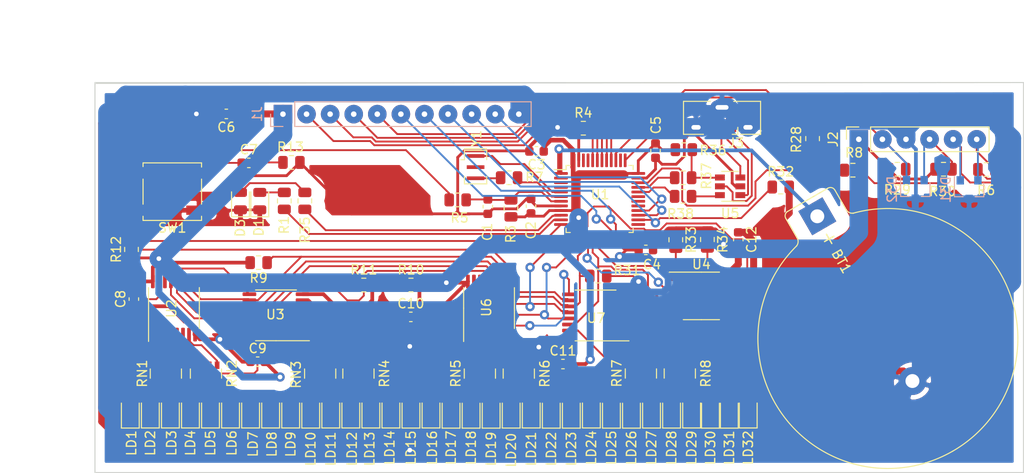
<source format=kicad_pcb>
(kicad_pcb (version 20171130) (host pcbnew "(5.1.7)-1")
  (layers (0 F.Cu mixed) (31 B.Cu mixed) (34 B.Paste user) (35 F.Paste user) (36 B.SilkS user) (37 F.SilkS user) (38 B.Mask user) (39 F.Mask user) (44 Edge.Cuts user))
  (net 0 "")
  (net 1 GND)
  (net 2 "Net-(BT1-Pad1)")
  (net 3 NRST)
  (net 4 VCC)
  (net 5 "Net-(D1-Pad2)")
  (net 6 SWCLK)
  (net 7 SWDIO)
  (net 8 SWO)
  (net 9 IN_Shift_Load)
  (net 10 IN_CLK_Inhibit)
  (net 11 OUT_Enable)
  (net 12 OUT_Push_Data)
  (net 13 SPI1_MISO)
  (net 14 LED_Ser)
  (net 15 "Net-(R9-Pad1)")
  (net 16 LED_Enable)
  (net 17 LED_Push_Data)
  (net 18 "Net-(C1-Pad1)")
  (net 19 "Net-(C7-Pad2)")
  (net 20 BTN)
  (net 21 "Net-(D3-Pad2)")
  (net 22 "Net-(J3-Pad3)")
  (net 23 "Net-(J3-Pad2)")
  (net 24 "Net-(J3-Pad1)")
  (net 25 LED_RED)
  (net 26 "Net-(R6-Pad1)")
  (net 27 "Net-(R7-Pad1)")
  (net 28 "Net-(R7-Pad2)")
  (net 29 "Net-(R8-Pad1)")
  (net 30 "Net-(R28-Pad1)")
  (net 31 EEPROM_SELECT)
  (net 32 "Net-(R34-Pad2)")
  (net 33 LED_GREEN)
  (net 34 "Net-(R36-Pad1)")
  (net 35 USB+)
  (net 36 "Net-(R38-Pad2)")
  (net 37 USB-)
  (net 38 "Net-(RN1-Pad1)")
  (net 39 "Net-(RN1-Pad4)")
  (net 40 "Net-(RN1-Pad2)")
  (net 41 "Net-(RN1-Pad3)")
  (net 42 "Net-(RN2-Pad3)")
  (net 43 "Net-(RN2-Pad2)")
  (net 44 "Net-(RN2-Pad4)")
  (net 45 "Net-(RN2-Pad1)")
  (net 46 "Net-(RN3-Pad1)")
  (net 47 "Net-(RN3-Pad4)")
  (net 48 "Net-(RN3-Pad2)")
  (net 49 "Net-(RN3-Pad3)")
  (net 50 "Net-(RN4-Pad1)")
  (net 51 "Net-(RN4-Pad4)")
  (net 52 "Net-(RN4-Pad2)")
  (net 53 "Net-(RN4-Pad3)")
  (net 54 "Net-(U1-Pad5)")
  (net 55 "Net-(U2-Pad14)")
  (net 56 "Net-(U6-Pad14)")
  (net 57 I2C2_SCL)
  (net 58 I2C2_SDA)
  (net 59 SPI2_MISO)
  (net 60 LED_CLK)
  (net 61 "Net-(J3-Pad4)")
  (net 62 "Net-(RN5-Pad4)")
  (net 63 "Net-(RN5-Pad2)")
  (net 64 "Net-(RN5-Pad3)")
  (net 65 "Net-(RN5-Pad1)")
  (net 66 "Net-(RN6-Pad4)")
  (net 67 "Net-(RN6-Pad2)")
  (net 68 "Net-(RN6-Pad3)")
  (net 69 "Net-(RN6-Pad1)")
  (net 70 "Net-(RN7-Pad4)")
  (net 71 "Net-(RN7-Pad2)")
  (net 72 "Net-(RN7-Pad3)")
  (net 73 "Net-(RN7-Pad1)")
  (net 74 "Net-(RN8-Pad4)")
  (net 75 "Net-(RN8-Pad2)")
  (net 76 "Net-(RN8-Pad3)")
  (net 77 "Net-(RN8-Pad1)")
  (net 78 "Net-(U1-Pad46)")
  (net 79 "Net-(U1-Pad45)")
  (net 80 "Net-(R4-Pad2)")
  (net 81 "Net-(U1-Pad25)")
  (net 82 "Net-(U1-Pad20)")
  (net 83 "Net-(U1-Pad19)")
  (net 84 "Net-(U1-Pad4)")
  (net 85 "Net-(U1-Pad3)")
  (net 86 "Net-(U1-Pad2)")
  (net 87 "Net-(U2-Pad9)")
  (net 88 "Net-(U3-Pad14)")
  (net 89 "Net-(LD1-Pad2)")
  (net 90 "Net-(LD2-Pad2)")
  (net 91 "Net-(LD3-Pad2)")
  (net 92 "Net-(LD4-Pad2)")
  (net 93 "Net-(LD5-Pad2)")
  (net 94 "Net-(LD6-Pad2)")
  (net 95 "Net-(LD7-Pad2)")
  (net 96 "Net-(LD8-Pad2)")
  (net 97 "Net-(LD9-Pad2)")
  (net 98 "Net-(LD10-Pad2)")
  (net 99 "Net-(LD11-Pad2)")
  (net 100 "Net-(LD12-Pad2)")
  (net 101 "Net-(LD13-Pad2)")
  (net 102 "Net-(LD14-Pad2)")
  (net 103 "Net-(LD15-Pad2)")
  (net 104 "Net-(LD16-Pad2)")
  (net 105 "Net-(LD17-Pad2)")
  (net 106 "Net-(LD18-Pad2)")
  (net 107 "Net-(LD19-Pad2)")
  (net 108 "Net-(LD20-Pad2)")
  (net 109 "Net-(LD21-Pad2)")
  (net 110 "Net-(LD22-Pad2)")
  (net 111 "Net-(LD23-Pad2)")
  (net 112 "Net-(LD24-Pad2)")
  (net 113 "Net-(LD25-Pad2)")
  (net 114 "Net-(LD26-Pad2)")
  (net 115 "Net-(LD27-Pad2)")
  (net 116 "Net-(LD28-Pad2)")
  (net 117 "Net-(LD29-Pad2)")
  (net 118 "Net-(LD30-Pad2)")
  (net 119 "Net-(LD31-Pad2)")
  (net 120 "Net-(LD32-Pad2)")
  (net 121 SPI2_MOSI)
  (net 122 SPI2_CLK)
  (net 123 "Net-(U1-Pad30)")
  (net 124 "Net-(U1-Pad38)")
  (net 125 "Net-(U1-Pad31)")
  (net 126 "Net-(U1-Pad29)")
  (module holse:USB_Micro-B_Molex-105133-0001 (layer F.Cu) (at 197.2986 -223.7524 180)
    (fp_text reference J3 (at -1.5136 -2.7554) (layer F.SilkS))
    (fp_text value USB_B_Micro)
    (pad 6 thru_hole oval (at 0 1.075 180) (size 2.5 1.5) (drill oval 1.4 0.5) (layers *.Cu *.Mask) (net 1 GND))
    (pad 6 thru_hole oval (at 2.8 -1.075 180) (size 2 1.5) (drill oval 1 0.5) (layers *.Cu *.Mask) (net 1 GND))
    (pad 6 thru_hole oval (at -2.8 -1.075 180) (size 2 1.5) (drill oval 1 0.5) (layers *.Cu *.Mask) (net 1 GND))
    (pad 1 smd rect (at -1.3 -0.825 180) (size 0.45 1.5) (layers F.Cu F.Paste F.Mask) (net 24 "Net-(J3-Pad1)"))
    (pad 5 smd rect (at 1.3 -0.825 180) (size 0.45 1.5) (layers F.Cu F.Paste F.Mask) (net 1 GND))
    (pad 2 smd rect (at -0.65 -0.825 180) (size 0.45 1.5) (layers F.Cu F.Paste F.Mask) (net 23 "Net-(J3-Pad2)"))
    (pad 4 smd rect (at 0.65 -0.825 180) (size 0.45 1.5) (layers F.Cu F.Paste F.Mask) (net 61 "Net-(J3-Pad4)"))
    (pad 3 smd rect (at 0 -0.825 180) (size 0.45 1.5) (layers F.Cu F.Paste F.Mask) (net 22 "Net-(J3-Pad3)"))
  )
  (module Connector_PinSocket_2.54mm:PinSocket_1x11_P2.54mm_Vertical (layer B.Cu) (at 150.01 -224.1 270)
    (fp_text reference J1 (at 0 2.77 270) (layer B.SilkS) (effects (justify mirror)))
    (fp_text value Crossboard)
    (pad 11 thru_hole oval (at 0 -25.4 270) (size 2 2) (drill 0.6) (layers *.Cu *.Mask) (net 1 GND))
    (pad 10 thru_hole oval (at 0 -22.86 270) (size 2 2) (drill 0.6) (layers *.Cu *.Mask) (net 121 SPI2_MOSI))
    (pad 9 thru_hole oval (at 0 -20.32 270) (size 2 2) (drill 0.6) (layers *.Cu *.Mask) (net 59 SPI2_MISO))
    (pad 8 thru_hole oval (at 0 -17.78 270) (size 2 2) (drill 0.6) (layers *.Cu *.Mask) (net 122 SPI2_CLK))
    (pad 7 thru_hole oval (at 0 -15.24 270) (size 2 2) (drill 0.6) (layers *.Cu *.Mask) (net 58 I2C2_SDA))
    (pad 6 thru_hole oval (at 0 -12.7 270) (size 2 2) (drill 0.6) (layers *.Cu *.Mask) (net 57 I2C2_SCL))
    (pad 5 thru_hole oval (at 0 -10.16 270) (size 2 2) (drill 0.6) (layers *.Cu *.Mask) (net 11 OUT_Enable))
    (pad 4 thru_hole oval (at 0 -7.62 270) (size 2 2) (drill 0.6) (layers *.Cu *.Mask) (net 12 OUT_Push_Data))
    (pad 3 thru_hole oval (at 0 -5.08 270) (size 2 2) (drill 0.6) (layers *.Cu *.Mask) (net 10 IN_CLK_Inhibit))
    (pad 2 thru_hole oval (at 0 -2.54 270) (size 2 2) (drill 0.6) (layers *.Cu *.Mask) (net 9 IN_Shift_Load))
    (pad 1 thru_hole rect (at 0 0 270) (size 2 2) (drill 0.6) (layers *.Cu *.Mask) (net 4 VCC))
  )
  (module Connector_PinSocket_2.54mm:PinSocket_1x06_P2.54mm_Vertical (layer F.Cu) (at 212.0306 -221.3902 90)
    (fp_text reference J2 (at 0 -2.77 90) (layer F.SilkS))
    (fp_text value Program)
    (pad 6 thru_hole oval (at 0 12.7 90) (size 2 2) (drill 0.6) (layers *.Cu *.Mask) (net 8 SWO))
    (pad 5 thru_hole oval (at 0 10.16 90) (size 2 2) (drill 0.6) (layers *.Cu *.Mask) (net 3 NRST))
    (pad 4 thru_hole oval (at 0 7.62 90) (size 2 2) (drill 0.6) (layers *.Cu *.Mask) (net 7 SWDIO))
    (pad 3 thru_hole oval (at 0 5.08 90) (size 2 2) (drill 0.6) (layers *.Cu *.Mask) (net 1 GND))
    (pad 2 thru_hole oval (at 0 2.54 90) (size 2 2) (drill 0.6) (layers *.Cu *.Mask) (net 6 SWCLK))
    (pad 1 thru_hole rect (at 0 0 90) (size 2 2) (drill 0.6) (layers *.Cu *.Mask) (net 4 VCC))
  )
  (module Package_TO_SOT_SMD:SOT-23 (layer B.Cu) (at 218.1164 -215.996 270)
    (fp_text reference D32 (at 0 2.5 90) (layer B.SilkS) (effects (justify mirror)))
    (fp_text value PESD3v3S2UT)
    (pad 3 smd rect (at 1 0 270) (size 0.9 0.8) (layers B.Cu B.Paste B.Mask) (net 1 GND))
    (pad 2 smd rect (at -1 -0.95 270) (size 0.9 0.8) (layers B.Cu B.Paste B.Mask) (net 7 SWDIO))
    (pad 1 smd rect (at -1 0.95 270) (size 0.9 0.8) (layers B.Cu B.Paste B.Mask) (net 6 SWCLK))
  )
  (module Package_TO_SOT_SMD:SOT-23 (layer B.Cu) (at 223.9076 -215.9706 270)
    (fp_text reference D31 (at 0 2.5 270) (layer B.SilkS) (effects (justify mirror)))
    (fp_text value PESD3v3S2UT)
    (pad 3 smd rect (at 1 0 270) (size 0.9 0.8) (layers B.Cu B.Paste B.Mask) (net 1 GND))
    (pad 2 smd rect (at -1 -0.95 270) (size 0.9 0.8) (layers B.Cu B.Paste B.Mask) (net 8 SWO))
    (pad 1 smd rect (at -1 0.95 270) (size 0.9 0.8) (layers B.Cu B.Paste B.Mask) (net 3 NRST))
  )
  (module Resistor_SMD:R_0805_2012Metric (layer F.Cu) (at 207.0522 -221.4664 90)
    (fp_text reference R28 (at -0.1035 -1.7526 90) (layer F.SilkS))
    (fp_text value 22)
    (pad 2 smd roundrect (at 0.9125 0 90) (size 1.025 1.4) (layers F.Cu F.Paste F.Mask) (roundrect_rratio 0.2439004878048781) (net 6 SWCLK))
    (pad 1 smd roundrect (at -0.9125 0 90) (size 1.025 1.4) (layers F.Cu F.Paste F.Mask) (roundrect_rratio 0.2439004878048781) (net 30 "Net-(R28-Pad1)"))
  )
  (module Battery:BatteryHolder_Keystone_106_1x20mm (layer F.Cu) (at 207.56 -213.1 300)
    (fp_text reference BT1 (at 5.504 0.1778 120) (layer F.SilkS))
    (fp_text value 3v)
    (fp_text user + (at 2.75 0 120) (layer F.SilkS) (effects (font (size 1.5 1.5))))
    (pad 1 thru_hole rect (at 0 0 300) (size 3 3) (drill 1.5) (layers *.Cu *.Mask) (net 2 "Net-(BT1-Pad1)"))
    (pad 2 thru_hole circle (at 20.49 0 300) (size 3 3) (drill 1.5) (layers *.Cu *.Mask) (net 1 GND))
  )
  (module Button_Switch_SMD:SW_SPST_EVPBF (layer F.Cu) (at 138.0912 -215.7514 180)
    (fp_text reference SW1 (at 0 -3.9) (layer F.SilkS))
    (fp_text value BTN)
    (pad 2 smd rect (at 2.88 2 180) (size 2.75 1) (layers F.Cu F.Paste F.Mask) (net 20 BTN))
    (pad 2 smd rect (at -2.88 2 180) (size 2.75 1) (layers F.Cu F.Paste F.Mask) (net 20 BTN))
    (pad 1 smd rect (at -2.88 -2 180) (size 2.75 1) (layers F.Cu F.Paste F.Mask) (net 1 GND))
    (pad 1 smd rect (at 2.88 -2 180) (size 2.75 1) (layers F.Cu F.Paste F.Mask) (net 1 GND))
  )
  (module Resistor_SMD:R_0805_2012Metric (layer F.Cu) (at 193.1857 -220.2726 180)
    (fp_text reference R36 (at -3.1477 -0.0762 180) (layer F.SilkS))
    (fp_text value 1.5k)
    (pad 2 smd roundrect (at 0.9125 0 180) (size 1.025 1.4) (layers F.Cu F.Paste F.Mask) (roundrect_rratio 0.2439004878048781) (net 4 VCC))
    (pad 1 smd roundrect (at -0.9125 0 180) (size 1.025 1.4) (layers F.Cu F.Paste F.Mask) (roundrect_rratio 0.2439004878048781) (net 34 "Net-(R36-Pad1)"))
  )
  (module Resistor_SMD:R_0805_2012Metric (layer F.Cu) (at 152.366 -214.7589 90)
    (fp_text reference R35 (at -3.1477 0.0254 90) (layer F.SilkS))
    (fp_text value 1k)
    (pad 2 smd roundrect (at 0.9125 0 90) (size 1.025 1.4) (layers F.Cu F.Paste F.Mask) (roundrect_rratio 0.2439004878048781) (net 21 "Net-(D3-Pad2)"))
    (pad 1 smd roundrect (at -0.9125 0 90) (size 1.025 1.4) (layers F.Cu F.Paste F.Mask) (roundrect_rratio 0.2439004878048781) (net 33 LED_GREEN))
  )
  (module Resistor_SMD:R_0805_2012Metric (layer F.Cu) (at 203.6225 -216.25)
    (fp_text reference R32 (at 0 -1.65) (layer F.SilkS))
    (fp_text value 100k)
    (pad 2 smd roundrect (at 0.9125 0) (size 1.025 1.4) (layers F.Cu F.Paste F.Mask) (roundrect_rratio 0.2439004878048781) (net 1 GND))
    (pad 1 smd roundrect (at -0.9125 0) (size 1.025 1.4) (layers F.Cu F.Paste F.Mask) (roundrect_rratio 0.2439004878048781) (net 122 SPI2_CLK))
  )
  (module Resistor_SMD:R_0805_2012Metric (layer F.Cu) (at 183.9655 -206.6582)
    (fp_text reference R31 (at 3.0969 -0.6096) (layer F.SilkS))
    (fp_text value 100k)
    (pad 2 smd roundrect (at 0.9125 0) (size 1.025 1.4) (layers F.Cu F.Paste F.Mask) (roundrect_rratio 0.2439004878048781) (net 1 GND))
    (pad 1 smd roundrect (at -0.9125 0) (size 1.025 1.4) (layers F.Cu F.Paste F.Mask) (roundrect_rratio 0.2439004878048781) (net 60 LED_CLK))
  )
  (module Resistor_SMD:R_0805_2012Metric (layer F.Cu) (at 221.1511 -218.1644)
    (fp_text reference R30 (at -0.1035 2.3876 180) (layer F.SilkS))
    (fp_text value 100k)
    (pad 2 smd roundrect (at 0.9125 0) (size 1.025 1.4) (layers F.Cu F.Paste F.Mask) (roundrect_rratio 0.2439004878048781) (net 7 SWDIO))
    (pad 1 smd roundrect (at -0.9125 0) (size 1.025 1.4) (layers F.Cu F.Paste F.Mask) (roundrect_rratio 0.2439004878048781) (net 4 VCC))
  )
  (module Resistor_SMD:R_0805_2012Metric (layer F.Cu) (at 216.1708 -218.1644)
    (fp_text reference R29 (at 0 2.2098 180) (layer F.SilkS))
    (fp_text value 100k)
    (pad 2 smd roundrect (at 0.9125 0) (size 1.025 1.4) (layers F.Cu F.Paste F.Mask) (roundrect_rratio 0.2439004878048781) (net 6 SWCLK))
    (pad 1 smd roundrect (at -0.9125 0) (size 1.025 1.4) (layers F.Cu F.Paste F.Mask) (roundrect_rratio 0.2439004878048781) (net 4 VCC))
  )
  (module Resistor_SMD:R_0805_2012Metric (layer F.Cu) (at 150.9225 -218.9 180)
    (fp_text reference R13 (at 0.1016 1.651) (layer F.SilkS))
    (fp_text value 100)
    (pad 2 smd roundrect (at 0.9125 0 180) (size 1.025 1.4) (layers F.Cu F.Paste F.Mask) (roundrect_rratio 0.2439004878048781) (net 19 "Net-(C7-Pad2)"))
    (pad 1 smd roundrect (at -0.9125 0 180) (size 1.025 1.4) (layers F.Cu F.Paste F.Mask) (roundrect_rratio 0.2439004878048781) (net 1 GND))
  )
  (module Resistor_SMD:R_0805_2012Metric (layer F.Cu) (at 133.697 -209.5265 90)
    (fp_text reference R12 (at 0 -1.65 90) (layer F.SilkS))
    (fp_text value 100k)
    (pad 2 smd roundrect (at 0.9125 0 90) (size 1.025 1.4) (layers F.Cu F.Paste F.Mask) (roundrect_rratio 0.2439004878048781) (net 20 BTN))
    (pad 1 smd roundrect (at -0.9125 0 90) (size 1.025 1.4) (layers F.Cu F.Paste F.Mask) (roundrect_rratio 0.2439004878048781) (net 4 VCC))
  )
  (module Resistor_SMD:R_0805_2012Metric (layer F.Cu) (at 211.3956 -218.0628)
    (fp_text reference R8 (at 0.1251 -1.8796) (layer F.SilkS))
    (fp_text value 22)
    (pad 2 smd roundrect (at 0.9125 0) (size 1.025 1.4) (layers F.Cu F.Paste F.Mask) (roundrect_rratio 0.2439004878048781) (net 7 SWDIO))
    (pad 1 smd roundrect (at -0.9125 0) (size 1.025 1.4) (layers F.Cu F.Paste F.Mask) (roundrect_rratio 0.2439004878048781) (net 29 "Net-(R8-Pad1)"))
  )
  (module Resistor_SMD:R_0805_2012Metric (layer F.Cu) (at 225.7701 -218.139)
    (fp_text reference R6 (at -0.0235 2.2352) (layer F.SilkS))
    (fp_text value 22)
    (pad 2 smd roundrect (at 0.9125 0) (size 1.025 1.4) (layers F.Cu F.Paste F.Mask) (roundrect_rratio 0.2439004878048781) (net 8 SWO))
    (pad 1 smd roundrect (at -0.9125 0) (size 1.025 1.4) (layers F.Cu F.Paste F.Mask) (roundrect_rratio 0.2439004878048781) (net 26 "Net-(R6-Pad1)"))
  )
  (module Resistor_SMD:R_0805_2012Metric (layer F.Cu) (at 168.8271 -214.8624)
    (fp_text reference R5 (at 0.2013 1.9304) (layer F.SilkS))
    (fp_text value 22)
    (pad 2 smd roundrect (at 0.9125 0) (size 1.025 1.4) (layers F.Cu F.Paste F.Mask) (roundrect_rratio 0.2439004878048781) (net 18 "Net-(C1-Pad1)"))
    (pad 1 smd roundrect (at -0.9125 0) (size 1.025 1.4) (layers F.Cu F.Paste F.Mask) (roundrect_rratio 0.2439004878048781) (net 3 NRST))
  )
  (module Resistor_SMD:R_0805_2012Metric (layer F.Cu) (at 182.3615 -222.584)
    (fp_text reference R4 (at 0 -1.65) (layer F.SilkS))
    (fp_text value 100k)
    (pad 2 smd roundrect (at 0.9125 0) (size 1.025 1.4) (layers F.Cu F.Paste F.Mask) (roundrect_rratio 0.2439004878048781) (net 80 "Net-(R4-Pad2)"))
    (pad 1 smd roundrect (at -0.9125 0) (size 1.025 1.4) (layers F.Cu F.Paste F.Mask) (roundrect_rratio 0.2439004878048781) (net 1 GND))
  )
  (module Resistor_SMD:R_0805_2012Metric (layer F.Cu) (at 174.5656 -213.9499 270)
    (fp_text reference R3 (at 2.7686 0.0254 90) (layer F.SilkS))
    (fp_text value 100k)
    (pad 2 smd roundrect (at 0.9125 0 270) (size 1.025 1.4) (layers F.Cu F.Paste F.Mask) (roundrect_rratio 0.2439004878048781) (net 4 VCC))
    (pad 1 smd roundrect (at -0.9125 0 270) (size 1.025 1.4) (layers F.Cu F.Paste F.Mask) (roundrect_rratio 0.2439004878048781) (net 18 "Net-(C1-Pad1)"))
  )
  (module Resistor_SMD:R_0805_2012Metric (layer F.Cu) (at 150.1562 -214.7589 90)
    (fp_text reference R1 (at -2.6143 -0.0254 90) (layer F.SilkS))
    (fp_text value 1k)
    (pad 2 smd roundrect (at 0.9125 0 90) (size 1.025 1.4) (layers F.Cu F.Paste F.Mask) (roundrect_rratio 0.2439004878048781) (net 5 "Net-(D1-Pad2)"))
    (pad 1 smd roundrect (at -0.9125 0 90) (size 1.025 1.4) (layers F.Cu F.Paste F.Mask) (roundrect_rratio 0.2439004878048781) (net 25 LED_RED))
  )
  (module LED_SMD:LED_0805_2012Metric (layer F.Cu) (at 145.4318 -214.7331 90)
    (fp_text reference D3 (at -2.8933 -0.0254 90) (layer F.SilkS))
    (fp_text value PESD3V3L4UG)
    (pad 2 smd roundrect (at 0.9375 0 90) (size 0.975 1.4) (layers F.Cu F.Paste F.Mask) (net 21 "Net-(D3-Pad2)"))
    (pad 1 smd roundrect (at -0.9375 0 90) (size 0.975 1.4) (layers F.Cu F.Paste F.Mask) (net 1 GND))
  )
  (module LED_SMD:LED_0805_2012Metric (layer F.Cu) (at 147.5146 -214.7331 90)
    (fp_text reference D1 (at -2.8171 -0.1016 90) (layer F.SilkS))
    (fp_text value PESD3V3L4UG)
    (pad 2 smd roundrect (at 0.9375 0 90) (size 0.975 1.4) (layers F.Cu F.Paste F.Mask) (net 5 "Net-(D1-Pad2)"))
    (pad 1 smd roundrect (at -0.9375 0 90) (size 0.975 1.4) (layers F.Cu F.Paste F.Mask) (net 1 GND))
  )
  (module Capacitor_SMD:C_0603_1608Metric (layer F.Cu) (at 146.335 -218.85)
    (fp_text reference C7 (at 0 -1.43) (layer F.SilkS))
    (fp_text value 100nf)
    (pad 2 smd roundrect (at 0.775 0) (size 0.9 0.95) (layers F.Cu F.Paste F.Mask) (net 19 "Net-(C7-Pad2)"))
    (pad 1 smd roundrect (at -0.775 0) (size 0.9 0.95) (layers F.Cu F.Paste F.Mask) (net 20 BTN))
  )
  (module Capacitor_SMD:C_0603_1608Metric (layer F.Cu) (at 143.91 -224.125 180)
    (fp_text reference C6 (at 0 -1.43) (layer F.SilkS))
    (fp_text value 1uf)
    (pad 2 smd roundrect (at 0.775 0 180) (size 0.9 0.95) (layers F.Cu F.Paste F.Mask) (net 1 GND))
    (pad 1 smd roundrect (at -0.775 0 180) (size 0.9 0.95) (layers F.Cu F.Paste F.Mask) (net 4 VCC))
  )
  (module Capacitor_SMD:C_0603_1608Metric (layer F.Cu) (at 172.0764 -214.1382 270)
    (fp_text reference C1 (at 2.7302 0.0508 90) (layer F.SilkS))
    (fp_text value 0.1uf)
    (pad 2 smd roundrect (at 0.775 0 270) (size 0.9 0.95) (layers F.Cu F.Paste F.Mask) (net 1 GND))
    (pad 1 smd roundrect (at -0.775 0 270) (size 0.9 0.95) (layers F.Cu F.Paste F.Mask) (net 18 "Net-(C1-Pad1)"))
  )
  (module Crystal:Resonator_SMD_muRata_CSTxExxV-3Pin_3.0x1.1mm (layer F.Cu) (at 170.7556 -218.393 270)
    (fp_text reference Y1 (at -3.0926 -0.1016 90) (layer F.SilkS))
    (fp_text value 8mhz)
    (pad 3 smd rect (at 1.2 0 270) (size 0.4 1.9) (layers F.Cu F.Paste F.Mask) (net 27 "Net-(R7-Pad1)"))
    (pad 2 smd rect (at 0 0 270) (size 0.4 1.9) (layers F.Cu F.Paste F.Mask) (net 1 GND))
    (pad 1 smd rect (at -1.2 0 270) (size 0.4 1.9) (layers F.Cu F.Paste F.Mask) (net 54 "Net-(U1-Pad5)"))
  )
  (module Resistor_SMD:R_0805_2012Metric (layer F.Cu) (at 174.3643 -217.25)
    (fp_text reference R7 (at 2.7197 -0.0508) (layer F.SilkS))
    (fp_text value 1k)
    (pad 2 smd roundrect (at 0.9125 0) (size 1.025 1.4) (layers F.Cu F.Paste F.Mask) (roundrect_rratio 0.2439004878048781) (net 28 "Net-(R7-Pad2)"))
    (pad 1 smd roundrect (at -0.9125 0) (size 1.025 1.4) (layers F.Cu F.Paste F.Mask) (roundrect_rratio 0.2439004878048781) (net 27 "Net-(R7-Pad1)"))
  )
  (module Capacitor_SMD:C_0603_1608Metric (layer F.Cu) (at 190.1358 -220.171 270)
    (fp_text reference C5 (at -2.7432 -0.0508 90) (layer F.SilkS))
    (fp_text value 0.1uf)
    (pad 2 smd roundrect (at 0.775 0 270) (size 0.9 0.95) (layers F.Cu F.Paste F.Mask) (net 1 GND))
    (pad 1 smd roundrect (at -0.775 0 270) (size 0.9 0.95) (layers F.Cu F.Paste F.Mask) (net 4 VCC))
  )
  (module Capacitor_SMD:C_0603_1608Metric (layer F.Cu) (at 189.0944 -209.4776 180)
    (fp_text reference C4 (at -0.6604 -1.5748) (layer F.SilkS))
    (fp_text value 0.1uf)
    (pad 2 smd roundrect (at 0.775 0 180) (size 0.9 0.95) (layers F.Cu F.Paste F.Mask) (net 1 GND))
    (pad 1 smd roundrect (at -0.775 0 180) (size 0.9 0.95) (layers F.Cu F.Paste F.Mask) (net 4 VCC))
  )
  (module Capacitor_SMD:C_0603_1608Metric (layer F.Cu) (at 177.3212 -220.0948 180)
    (fp_text reference C3 (at 0 -1.43) (layer F.SilkS))
    (fp_text value 0.1uf)
    (pad 2 smd roundrect (at 0.775 0 180) (size 0.9 0.95) (layers F.Cu F.Paste F.Mask) (net 1 GND))
    (pad 1 smd roundrect (at -0.775 0 180) (size 0.9 0.95) (layers F.Cu F.Paste F.Mask) (net 4 VCC))
  )
  (module Capacitor_SMD:C_0603_1608Metric (layer F.Cu) (at 176.7246 -214.189 90)
    (fp_text reference C2 (at -2.6032 0 90) (layer F.SilkS))
    (fp_text value 0.1uf)
    (pad 2 smd roundrect (at 0.775 0 90) (size 0.9 0.95) (layers F.Cu F.Paste F.Mask) (net 1 GND))
    (pad 1 smd roundrect (at -0.775 0 90) (size 0.9 0.95) (layers F.Cu F.Paste F.Mask) (net 4 VCC))
  )
  (module Package_SO:SOIC-8_3.9x4.9mm_P1.27mm (layer F.Cu) (at 195.0746 -204.5246)
    (fp_text reference U4 (at 0 -3.4) (layer F.SilkS))
    (fp_text value M95256-WMN6P)
    (pad 8 smd roundrect (at 2.475 -1.905) (size 1.95 0.6) (layers F.Cu F.Paste F.Mask) (net 4 VCC))
    (pad 7 smd roundrect (at 2.475 -0.635) (size 1.95 0.6) (layers F.Cu F.Paste F.Mask) (net 32 "Net-(R34-Pad2)"))
    (pad 6 smd roundrect (at 2.475 0.635) (size 1.95 0.6) (layers F.Cu F.Paste F.Mask) (net 60 LED_CLK))
    (pad 5 smd roundrect (at 2.475 1.905) (size 1.95 0.6) (layers F.Cu F.Paste F.Mask) (net 14 LED_Ser))
    (pad 4 smd roundrect (at -2.475 1.905) (size 1.95 0.6) (layers F.Cu F.Paste F.Mask) (net 1 GND))
    (pad 3 smd roundrect (at -2.475 0.635) (size 1.95 0.6) (layers F.Cu F.Paste F.Mask) (net 32 "Net-(R34-Pad2)"))
    (pad 2 smd roundrect (at -2.475 -0.635) (size 1.95 0.6) (layers F.Cu F.Paste F.Mask) (net 13 SPI1_MISO))
    (pad 1 smd roundrect (at -2.475 -1.905) (size 1.95 0.6) (layers F.Cu F.Paste F.Mask) (net 31 EEPROM_SELECT))
  )
  (module Resistor_SMD:R_0805_2012Metric (layer F.Cu) (at 195.7238 -210.5971 270)
    (fp_text reference R34 (at 0 -1.65 90) (layer F.SilkS))
    (fp_text value 100k)
    (pad 2 smd roundrect (at 0.9125 0 270) (size 1.025 1.4) (layers F.Cu F.Paste F.Mask) (roundrect_rratio 0.2439004878048781) (net 32 "Net-(R34-Pad2)"))
    (pad 1 smd roundrect (at -0.9125 0 270) (size 1.025 1.4) (layers F.Cu F.Paste F.Mask) (roundrect_rratio 0.2439004878048781) (net 4 VCC))
  )
  (module Resistor_SMD:R_0805_2012Metric (layer F.Cu) (at 192.3202 -210.5717 270)
    (fp_text reference R33 (at 0 -1.65 90) (layer F.SilkS))
    (fp_text value 100k)
    (pad 2 smd roundrect (at 0.9125 0 270) (size 1.025 1.4) (layers F.Cu F.Paste F.Mask) (roundrect_rratio 0.2439004878048781) (net 31 EEPROM_SELECT))
    (pad 1 smd roundrect (at -0.9125 0 270) (size 1.025 1.4) (layers F.Cu F.Paste F.Mask) (roundrect_rratio 0.2439004878048781) (net 4 VCC))
  )
  (module Capacitor_SMD:C_0603_1608Metric (layer F.Cu) (at 199.0512 -210.5952 270)
    (fp_text reference C12 (at 0 -1.43 90) (layer F.SilkS))
    (fp_text value 0,1)
    (pad 2 smd roundrect (at 0.775 0 270) (size 0.9 0.95) (layers F.Cu F.Paste F.Mask) (net 4 VCC))
    (pad 1 smd roundrect (at -0.775 0 270) (size 0.9 0.95) (layers F.Cu F.Paste F.Mask) (net 1 GND))
  )
  (module Package_TO_SOT_SMD:SOT-23-6 (layer F.Cu) (at 198.17 -216.3254 180)
    (fp_text reference U5 (at 0 -2.9) (layer F.SilkS))
    (fp_text value USBLC6-2SC6)
    (pad 5 smd rect (at 1.1 0 180) (size 1.06 0.65) (layers F.Cu F.Paste F.Mask) (net 24 "Net-(J3-Pad1)"))
    (pad 6 smd rect (at 1.1 -0.95 180) (size 1.06 0.65) (layers F.Cu F.Paste F.Mask) (net 36 "Net-(R38-Pad2)"))
    (pad 4 smd rect (at 1.1 0.95 180) (size 1.06 0.65) (layers F.Cu F.Paste F.Mask) (net 34 "Net-(R36-Pad1)"))
    (pad 3 smd rect (at -1.1 0.95 180) (size 1.06 0.65) (layers F.Cu F.Paste F.Mask) (net 22 "Net-(J3-Pad3)"))
    (pad 2 smd rect (at -1.1 0 180) (size 1.06 0.65) (layers F.Cu F.Paste F.Mask) (net 1 GND))
    (pad 1 smd rect (at -1.1 -0.95 180) (size 1.06 0.65) (layers F.Cu F.Paste F.Mask) (net 23 "Net-(J3-Pad2)"))
  )
  (module Resistor_SMD:R_0805_2012Metric (layer F.Cu) (at 193.1057 -215.2434)
    (fp_text reference R38 (at -0.2775 1.8796) (layer F.SilkS))
    (fp_text value 22)
    (pad 2 smd roundrect (at 0.9125 0) (size 1.025 1.4) (layers F.Cu F.Paste F.Mask) (roundrect_rratio 0.2439004878048781) (net 36 "Net-(R38-Pad2)"))
    (pad 1 smd roundrect (at -0.9125 0) (size 1.025 1.4) (layers F.Cu F.Paste F.Mask) (roundrect_rratio 0.2439004878048781) (net 37 USB-))
  )
  (module Resistor_SMD:R_0805_2012Metric (layer F.Cu) (at 193.1095 -217.25)
    (fp_text reference R37 (at 2.5127 -0.1778 90) (layer F.SilkS))
    (fp_text value 22)
    (pad 2 smd roundrect (at 0.9125 0) (size 1.025 1.4) (layers F.Cu F.Paste F.Mask) (roundrect_rratio 0.2439004878048781) (net 34 "Net-(R36-Pad1)"))
    (pad 1 smd roundrect (at -0.9125 0) (size 1.025 1.4) (layers F.Cu F.Paste F.Mask) (roundrect_rratio 0.2439004878048781) (net 35 USB+))
  )
  (module holse:R_Array_Convex_4x0603_reverse (layer F.Cu) (at 137.399 -196.157 270)
    (fp_text reference RN1 (at 0 2.54 270) (layer F.SilkS))
    (fp_text value 1k)
    (pad 4 smd rect (at -0.9 -1.2 270) (size 0.8 0.5) (layers F.Cu F.Paste F.Mask) (net 39 "Net-(RN1-Pad4)"))
    (pad 2 smd rect (at -0.9 0.4 270) (size 0.8 0.4) (layers F.Cu F.Paste F.Mask) (net 40 "Net-(RN1-Pad2)"))
    (pad 3 smd rect (at -0.9 -0.4 270) (size 0.8 0.4) (layers F.Cu F.Paste F.Mask) (net 41 "Net-(RN1-Pad3)"))
    (pad 1 smd rect (at -0.9 1.2 270) (size 0.8 0.5) (layers F.Cu F.Paste F.Mask) (net 38 "Net-(RN1-Pad1)"))
    (pad 6 smd rect (at 0.9 -0.4 270) (size 0.8 0.4) (layers F.Cu F.Paste F.Mask) (net 91 "Net-(LD3-Pad2)"))
    (pad 5 smd rect (at 0.9 -1.2 270) (size 0.8 0.5) (layers F.Cu F.Paste F.Mask) (net 92 "Net-(LD4-Pad2)"))
    (pad 7 smd rect (at 0.9 0.4 270) (size 0.8 0.4) (layers F.Cu F.Paste F.Mask) (net 90 "Net-(LD2-Pad2)"))
    (pad 8 smd rect (at 0.9 1.2 270) (size 0.8 0.5) (layers F.Cu F.Paste F.Mask) (net 89 "Net-(LD1-Pad2)"))
  )
  (module holse:R_Array_Convex_4x0603_reverse (layer F.Cu) (at 141.717 -196.157 270)
    (fp_text reference RN2 (at 0 -2.8 270) (layer F.SilkS))
    (fp_text value 1k)
    (pad 4 smd rect (at -0.9 -1.2 270) (size 0.8 0.5) (layers F.Cu F.Paste F.Mask) (net 44 "Net-(RN2-Pad4)"))
    (pad 2 smd rect (at -0.9 0.4 270) (size 0.8 0.4) (layers F.Cu F.Paste F.Mask) (net 43 "Net-(RN2-Pad2)"))
    (pad 3 smd rect (at -0.9 -0.4 270) (size 0.8 0.4) (layers F.Cu F.Paste F.Mask) (net 42 "Net-(RN2-Pad3)"))
    (pad 1 smd rect (at -0.9 1.2 270) (size 0.8 0.5) (layers F.Cu F.Paste F.Mask) (net 45 "Net-(RN2-Pad1)"))
    (pad 6 smd rect (at 0.9 -0.4 270) (size 0.8 0.4) (layers F.Cu F.Paste F.Mask) (net 95 "Net-(LD7-Pad2)"))
    (pad 5 smd rect (at 0.9 -1.2 270) (size 0.8 0.5) (layers F.Cu F.Paste F.Mask) (net 96 "Net-(LD8-Pad2)"))
    (pad 7 smd rect (at 0.9 0.4 270) (size 0.8 0.4) (layers F.Cu F.Paste F.Mask) (net 94 "Net-(LD6-Pad2)"))
    (pad 8 smd rect (at 0.9 1.2 270) (size 0.8 0.5) (layers F.Cu F.Paste F.Mask) (net 93 "Net-(LD5-Pad2)"))
  )
  (module holse:R_Array_Convex_4x0603_reverse (layer F.Cu) (at 154.017 -196.157 270)
    (fp_text reference RN3 (at 0.116 2.597 270) (layer F.SilkS))
    (fp_text value 1k)
    (pad 4 smd rect (at -0.9 -1.2 270) (size 0.8 0.5) (layers F.Cu F.Paste F.Mask) (net 47 "Net-(RN3-Pad4)"))
    (pad 2 smd rect (at -0.9 0.4 270) (size 0.8 0.4) (layers F.Cu F.Paste F.Mask) (net 48 "Net-(RN3-Pad2)"))
    (pad 3 smd rect (at -0.9 -0.4 270) (size 0.8 0.4) (layers F.Cu F.Paste F.Mask) (net 49 "Net-(RN3-Pad3)"))
    (pad 1 smd rect (at -0.9 1.2 270) (size 0.8 0.5) (layers F.Cu F.Paste F.Mask) (net 46 "Net-(RN3-Pad1)"))
    (pad 6 smd rect (at 0.9 -0.4 270) (size 0.8 0.4) (layers F.Cu F.Paste F.Mask) (net 99 "Net-(LD11-Pad2)"))
    (pad 5 smd rect (at 0.9 -1.2 270) (size 0.8 0.5) (layers F.Cu F.Paste F.Mask) (net 100 "Net-(LD12-Pad2)"))
    (pad 7 smd rect (at 0.9 0.4 270) (size 0.8 0.4) (layers F.Cu F.Paste F.Mask) (net 98 "Net-(LD10-Pad2)"))
    (pad 8 smd rect (at 0.9 1.2 270) (size 0.8 0.5) (layers F.Cu F.Paste F.Mask) (net 97 "Net-(LD9-Pad2)"))
  )
  (module holse:R_Array_Convex_4x0603_reverse (layer F.Cu) (at 158.138 -196.157 270)
    (fp_text reference RN4 (at 0 -2.8 270) (layer F.SilkS))
    (fp_text value 1k)
    (pad 4 smd rect (at -0.9 -1.2 270) (size 0.8 0.5) (layers F.Cu F.Paste F.Mask) (net 51 "Net-(RN4-Pad4)"))
    (pad 2 smd rect (at -0.9 0.4 270) (size 0.8 0.4) (layers F.Cu F.Paste F.Mask) (net 52 "Net-(RN4-Pad2)"))
    (pad 3 smd rect (at -0.9 -0.4 270) (size 0.8 0.4) (layers F.Cu F.Paste F.Mask) (net 53 "Net-(RN4-Pad3)"))
    (pad 1 smd rect (at -0.9 1.2 270) (size 0.8 0.5) (layers F.Cu F.Paste F.Mask) (net 50 "Net-(RN4-Pad1)"))
    (pad 6 smd rect (at 0.9 -0.4 270) (size 0.8 0.4) (layers F.Cu F.Paste F.Mask) (net 103 "Net-(LD15-Pad2)"))
    (pad 5 smd rect (at 0.9 -1.2 270) (size 0.8 0.5) (layers F.Cu F.Paste F.Mask) (net 104 "Net-(LD16-Pad2)"))
    (pad 7 smd rect (at 0.9 0.4 270) (size 0.8 0.4) (layers F.Cu F.Paste F.Mask) (net 102 "Net-(LD14-Pad2)"))
    (pad 8 smd rect (at 0.9 1.2 270) (size 0.8 0.5) (layers F.Cu F.Paste F.Mask) (net 101 "Net-(LD13-Pad2)"))
  )
  (module holse:R_Array_Convex_4x0603_reverse (layer F.Cu) (at 171.219 -196.157 270)
    (fp_text reference RN5 (at -0.011 2.597 270) (layer F.SilkS))
    (fp_text value 1k)
    (pad 4 smd rect (at -0.9 -1.2 270) (size 0.8 0.5) (layers F.Cu F.Paste F.Mask) (net 62 "Net-(RN5-Pad4)"))
    (pad 2 smd rect (at -0.9 0.4 270) (size 0.8 0.4) (layers F.Cu F.Paste F.Mask) (net 63 "Net-(RN5-Pad2)"))
    (pad 3 smd rect (at -0.9 -0.4 270) (size 0.8 0.4) (layers F.Cu F.Paste F.Mask) (net 64 "Net-(RN5-Pad3)"))
    (pad 1 smd rect (at -0.9 1.2 270) (size 0.8 0.5) (layers F.Cu F.Paste F.Mask) (net 65 "Net-(RN5-Pad1)"))
    (pad 6 smd rect (at 0.9 -0.4 270) (size 0.8 0.4) (layers F.Cu F.Paste F.Mask) (net 107 "Net-(LD19-Pad2)"))
    (pad 5 smd rect (at 0.9 -1.2 270) (size 0.8 0.5) (layers F.Cu F.Paste F.Mask) (net 108 "Net-(LD20-Pad2)"))
    (pad 7 smd rect (at 0.9 0.4 270) (size 0.8 0.4) (layers F.Cu F.Paste F.Mask) (net 106 "Net-(LD18-Pad2)"))
    (pad 8 smd rect (at 0.9 1.2 270) (size 0.8 0.5) (layers F.Cu F.Paste F.Mask) (net 105 "Net-(LD17-Pad2)"))
  )
  (module holse:R_Array_Convex_4x0603_reverse (layer F.Cu) (at 175.41 -196.157 270)
    (fp_text reference RN6 (at 0 -2.8 270) (layer F.SilkS))
    (fp_text value 1k)
    (pad 4 smd rect (at -0.9 -1.2 270) (size 0.8 0.5) (layers F.Cu F.Paste F.Mask) (net 66 "Net-(RN6-Pad4)"))
    (pad 2 smd rect (at -0.9 0.4 270) (size 0.8 0.4) (layers F.Cu F.Paste F.Mask) (net 67 "Net-(RN6-Pad2)"))
    (pad 3 smd rect (at -0.9 -0.4 270) (size 0.8 0.4) (layers F.Cu F.Paste F.Mask) (net 68 "Net-(RN6-Pad3)"))
    (pad 1 smd rect (at -0.9 1.2 270) (size 0.8 0.5) (layers F.Cu F.Paste F.Mask) (net 69 "Net-(RN6-Pad1)"))
    (pad 6 smd rect (at 0.9 -0.4 270) (size 0.8 0.4) (layers F.Cu F.Paste F.Mask) (net 111 "Net-(LD23-Pad2)"))
    (pad 5 smd rect (at 0.9 -1.2 270) (size 0.8 0.5) (layers F.Cu F.Paste F.Mask) (net 112 "Net-(LD24-Pad2)"))
    (pad 7 smd rect (at 0.9 0.4 270) (size 0.8 0.4) (layers F.Cu F.Paste F.Mask) (net 110 "Net-(LD22-Pad2)"))
    (pad 8 smd rect (at 0.9 1.2 270) (size 0.8 0.5) (layers F.Cu F.Paste F.Mask) (net 109 "Net-(LD21-Pad2)"))
  )
  (module holse:R_Array_Convex_4x0603_reverse (layer F.Cu) (at 188.561 -196.168 270)
    (fp_text reference RN7 (at -0.011 2.597 270) (layer F.SilkS))
    (fp_text value 1k)
    (pad 4 smd rect (at -0.9 -1.2 270) (size 0.8 0.5) (layers F.Cu F.Paste F.Mask) (net 70 "Net-(RN7-Pad4)"))
    (pad 2 smd rect (at -0.9 0.4 270) (size 0.8 0.4) (layers F.Cu F.Paste F.Mask) (net 71 "Net-(RN7-Pad2)"))
    (pad 3 smd rect (at -0.9 -0.4 270) (size 0.8 0.4) (layers F.Cu F.Paste F.Mask) (net 72 "Net-(RN7-Pad3)"))
    (pad 1 smd rect (at -0.9 1.2 270) (size 0.8 0.5) (layers F.Cu F.Paste F.Mask) (net 73 "Net-(RN7-Pad1)"))
    (pad 6 smd rect (at 0.9 -0.4 270) (size 0.8 0.4) (layers F.Cu F.Paste F.Mask) (net 115 "Net-(LD27-Pad2)"))
    (pad 5 smd rect (at 0.9 -1.2 270) (size 0.8 0.5) (layers F.Cu F.Paste F.Mask) (net 116 "Net-(LD28-Pad2)"))
    (pad 7 smd rect (at 0.9 0.4 270) (size 0.8 0.4) (layers F.Cu F.Paste F.Mask) (net 114 "Net-(LD26-Pad2)"))
    (pad 8 smd rect (at 0.9 1.2 270) (size 0.8 0.5) (layers F.Cu F.Paste F.Mask) (net 113 "Net-(LD25-Pad2)"))
  )
  (module holse:R_Array_Convex_4x0603_reverse (layer F.Cu) (at 192.752 -196.168 270)
    (fp_text reference RN8 (at 0 -2.8 270) (layer F.SilkS))
    (fp_text value 1k)
    (pad 4 smd rect (at -0.9 -1.2 270) (size 0.8 0.5) (layers F.Cu F.Paste F.Mask) (net 74 "Net-(RN8-Pad4)"))
    (pad 2 smd rect (at -0.9 0.4 270) (size 0.8 0.4) (layers F.Cu F.Paste F.Mask) (net 75 "Net-(RN8-Pad2)"))
    (pad 3 smd rect (at -0.9 -0.4 270) (size 0.8 0.4) (layers F.Cu F.Paste F.Mask) (net 76 "Net-(RN8-Pad3)"))
    (pad 1 smd rect (at -0.9 1.2 270) (size 0.8 0.5) (layers F.Cu F.Paste F.Mask) (net 77 "Net-(RN8-Pad1)"))
    (pad 6 smd rect (at 0.9 -0.4 270) (size 0.8 0.4) (layers F.Cu F.Paste F.Mask) (net 119 "Net-(LD31-Pad2)"))
    (pad 5 smd rect (at 0.9 -1.2 270) (size 0.8 0.5) (layers F.Cu F.Paste F.Mask) (net 120 "Net-(LD32-Pad2)"))
    (pad 7 smd rect (at 0.9 0.4 270) (size 0.8 0.4) (layers F.Cu F.Paste F.Mask) (net 118 "Net-(LD30-Pad2)"))
    (pad 8 smd rect (at 0.9 1.2 270) (size 0.8 0.5) (layers F.Cu F.Paste F.Mask) (net 117 "Net-(LD29-Pad2)"))
  )
  (module Resistor_SMD:R_0805_2012Metric (layer F.Cu) (at 158.716 -205.693)
    (fp_text reference R11 (at 0 -1.65) (layer F.SilkS))
    (fp_text value 100k)
    (pad 2 smd roundrect (at 0.9125 0) (size 1.025 1.4) (layers F.Cu F.Paste F.Mask) (roundrect_rratio 0.2439004878048781) (net 1 GND))
    (pad 1 smd roundrect (at -0.9125 0) (size 1.025 1.4) (layers F.Cu F.Paste F.Mask) (roundrect_rratio 0.2439004878048781) (net 17 LED_Push_Data))
  )
  (module Resistor_SMD:R_0805_2012Metric (layer F.Cu) (at 163.796 -205.693)
    (fp_text reference R10 (at 0 -1.65) (layer F.SilkS))
    (fp_text value 100k)
    (pad 2 smd roundrect (at 0.9125 0) (size 1.025 1.4) (layers F.Cu F.Paste F.Mask) (roundrect_rratio 0.2439004878048781) (net 4 VCC))
    (pad 1 smd roundrect (at -0.9125 0) (size 1.025 1.4) (layers F.Cu F.Paste F.Mask) (roundrect_rratio 0.2439004878048781) (net 16 LED_Enable))
  )
  (module Resistor_SMD:R_0805_2012Metric (layer F.Cu) (at 147.3895 -208.106 180)
    (fp_text reference R9 (at 0 -1.65) (layer F.SilkS))
    (fp_text value 100k)
    (pad 2 smd roundrect (at 0.9125 0 180) (size 1.025 1.4) (layers F.Cu F.Paste F.Mask) (roundrect_rratio 0.2439004878048781) (net 4 VCC))
    (pad 1 smd roundrect (at -0.9125 0 180) (size 1.025 1.4) (layers F.Cu F.Paste F.Mask) (roundrect_rratio 0.2439004878048781) (net 15 "Net-(R9-Pad1)"))
  )
  (module Capacitor_SMD:C_0603_1608Metric (layer F.Cu) (at 180.166 -197.184)
    (fp_text reference C11 (at 0 -1.43) (layer F.SilkS))
    (fp_text value 0,1)
    (pad 2 smd roundrect (at 0.775 0) (size 0.9 0.95) (layers F.Cu F.Paste F.Mask) (net 4 VCC))
    (pad 1 smd roundrect (at -0.775 0) (size 0.9 0.95) (layers F.Cu F.Paste F.Mask) (net 1 GND))
  )
  (module Capacitor_SMD:C_0603_1608Metric (layer F.Cu) (at 163.783 -202.264)
    (fp_text reference C10 (at 0 -1.43) (layer F.SilkS))
    (fp_text value 0,1)
    (pad 2 smd roundrect (at 0.775 0) (size 0.9 0.95) (layers F.Cu F.Paste F.Mask) (net 4 VCC))
    (pad 1 smd roundrect (at -0.775 0) (size 0.9 0.95) (layers F.Cu F.Paste F.Mask) (net 1 GND))
  )
  (module Capacitor_SMD:C_0603_1608Metric (layer F.Cu) (at 147.286 -197.438)
    (fp_text reference C9 (at 0 -1.43) (layer F.SilkS))
    (fp_text value 0,1)
    (pad 2 smd roundrect (at 0.775 0) (size 0.9 0.95) (layers F.Cu F.Paste F.Mask) (net 4 VCC))
    (pad 1 smd roundrect (at -0.775 0) (size 0.9 0.95) (layers F.Cu F.Paste F.Mask) (net 1 GND))
  )
  (module Capacitor_SMD:C_0603_1608Metric (layer F.Cu) (at 133.951 -204.182 90)
    (fp_text reference C8 (at 0 -1.43 90) (layer F.SilkS))
    (fp_text value 0,1)
    (pad 2 smd roundrect (at 0.775 0 90) (size 0.9 0.95) (layers F.Cu F.Paste F.Mask) (net 4 VCC))
    (pad 1 smd roundrect (at -0.775 0 90) (size 0.9 0.95) (layers F.Cu F.Paste F.Mask) (net 1 GND))
  )
  (module Package_SO:TSSOP-16_4.4x5mm_P0.65mm (layer F.Cu) (at 183.6765 -202.417 180)
    (fp_text reference U7 (at -0.0585 -0.28) (layer F.SilkS))
    (fp_text value 74HC595)
    (pad 16 smd roundrect (at 2.8625 -2.275 180) (size 1.475 0.4) (layers F.Cu F.Paste F.Mask) (net 4 VCC))
    (pad 15 smd roundrect (at 2.8625 -1.625 180) (size 1.475 0.4) (layers F.Cu F.Paste F.Mask) (net 73 "Net-(RN7-Pad1)"))
    (pad 14 smd roundrect (at 2.8625 -0.975 180) (size 1.475 0.4) (layers F.Cu F.Paste F.Mask) (net 14 LED_Ser))
    (pad 13 smd roundrect (at 2.8625 -0.325 180) (size 1.475 0.4) (layers F.Cu F.Paste F.Mask) (net 16 LED_Enable))
    (pad 12 smd roundrect (at 2.8625 0.325 180) (size 1.475 0.4) (layers F.Cu F.Paste F.Mask) (net 17 LED_Push_Data))
    (pad 11 smd roundrect (at 2.8625 0.975 180) (size 1.475 0.4) (layers F.Cu F.Paste F.Mask) (net 60 LED_CLK))
    (pad 10 smd roundrect (at 2.8625 1.625 180) (size 1.475 0.4) (layers F.Cu F.Paste F.Mask) (net 15 "Net-(R9-Pad1)"))
    (pad 9 smd roundrect (at 2.8625 2.275 180) (size 1.475 0.4) (layers F.Cu F.Paste F.Mask) (net 56 "Net-(U6-Pad14)"))
    (pad 8 smd roundrect (at -2.8625 2.275 180) (size 1.475 0.4) (layers F.Cu F.Paste F.Mask) (net 1 GND))
    (pad 7 smd roundrect (at -2.8625 1.625 180) (size 1.475 0.4) (layers F.Cu F.Paste F.Mask) (net 74 "Net-(RN8-Pad4)"))
    (pad 6 smd roundrect (at -2.8625 0.975 180) (size 1.475 0.4) (layers F.Cu F.Paste F.Mask) (net 76 "Net-(RN8-Pad3)"))
    (pad 5 smd roundrect (at -2.8625 0.325 180) (size 1.475 0.4) (layers F.Cu F.Paste F.Mask) (net 75 "Net-(RN8-Pad2)"))
    (pad 4 smd roundrect (at -2.8625 -0.325 180) (size 1.475 0.4) (layers F.Cu F.Paste F.Mask) (net 77 "Net-(RN8-Pad1)"))
    (pad 3 smd roundrect (at -2.8625 -0.975 180) (size 1.475 0.4) (layers F.Cu F.Paste F.Mask) (net 70 "Net-(RN7-Pad4)"))
    (pad 2 smd roundrect (at -2.8625 -1.625 180) (size 1.475 0.4) (layers F.Cu F.Paste F.Mask) (net 72 "Net-(RN7-Pad3)"))
    (pad 1 smd roundrect (at -2.8625 -2.275 180) (size 1.475 0.4) (layers F.Cu F.Paste F.Mask) (net 71 "Net-(RN7-Pad2)"))
  )
  (module Package_SO:TSSOP-16_4.4x5mm_P0.65mm (layer F.Cu) (at 172.204 -203.2115 90)
    (fp_text reference U6 (at 0.0685 -0.28 90) (layer F.SilkS))
    (fp_text value 74HC595)
    (pad 16 smd roundrect (at 2.8625 -2.275 90) (size 1.475 0.4) (layers F.Cu F.Paste F.Mask) (net 4 VCC))
    (pad 15 smd roundrect (at 2.8625 -1.625 90) (size 1.475 0.4) (layers F.Cu F.Paste F.Mask) (net 65 "Net-(RN5-Pad1)"))
    (pad 14 smd roundrect (at 2.8625 -0.975 90) (size 1.475 0.4) (layers F.Cu F.Paste F.Mask) (net 56 "Net-(U6-Pad14)"))
    (pad 13 smd roundrect (at 2.8625 -0.325 90) (size 1.475 0.4) (layers F.Cu F.Paste F.Mask) (net 16 LED_Enable))
    (pad 12 smd roundrect (at 2.8625 0.325 90) (size 1.475 0.4) (layers F.Cu F.Paste F.Mask) (net 17 LED_Push_Data))
    (pad 11 smd roundrect (at 2.8625 0.975 90) (size 1.475 0.4) (layers F.Cu F.Paste F.Mask) (net 60 LED_CLK))
    (pad 10 smd roundrect (at 2.8625 1.625 90) (size 1.475 0.4) (layers F.Cu F.Paste F.Mask) (net 15 "Net-(R9-Pad1)"))
    (pad 9 smd roundrect (at 2.8625 2.275 90) (size 1.475 0.4) (layers F.Cu F.Paste F.Mask) (net 88 "Net-(U3-Pad14)"))
    (pad 8 smd roundrect (at -2.8625 2.275 90) (size 1.475 0.4) (layers F.Cu F.Paste F.Mask) (net 1 GND))
    (pad 7 smd roundrect (at -2.8625 1.625 90) (size 1.475 0.4) (layers F.Cu F.Paste F.Mask) (net 66 "Net-(RN6-Pad4)"))
    (pad 6 smd roundrect (at -2.8625 0.975 90) (size 1.475 0.4) (layers F.Cu F.Paste F.Mask) (net 68 "Net-(RN6-Pad3)"))
    (pad 5 smd roundrect (at -2.8625 0.325 90) (size 1.475 0.4) (layers F.Cu F.Paste F.Mask) (net 67 "Net-(RN6-Pad2)"))
    (pad 4 smd roundrect (at -2.8625 -0.325 90) (size 1.475 0.4) (layers F.Cu F.Paste F.Mask) (net 69 "Net-(RN6-Pad1)"))
    (pad 3 smd roundrect (at -2.8625 -0.975 90) (size 1.475 0.4) (layers F.Cu F.Paste F.Mask) (net 62 "Net-(RN5-Pad4)"))
    (pad 2 smd roundrect (at -2.8625 -1.625 90) (size 1.475 0.4) (layers F.Cu F.Paste F.Mask) (net 64 "Net-(RN5-Pad3)"))
    (pad 1 smd roundrect (at -2.8625 -2.275 90) (size 1.475 0.4) (layers F.Cu F.Paste F.Mask) (net 63 "Net-(RN5-Pad2)"))
  )
  (module Package_SO:TSSOP-16_4.4x5mm_P0.65mm (layer F.Cu) (at 149.2595 -202.432 180)
    (fp_text reference U3 (at 0.0685 0.086) (layer F.SilkS))
    (fp_text value 74HC595)
    (pad 16 smd roundrect (at 2.8625 -2.275 180) (size 1.475 0.4) (layers F.Cu F.Paste F.Mask) (net 4 VCC))
    (pad 15 smd roundrect (at 2.8625 -1.625 180) (size 1.475 0.4) (layers F.Cu F.Paste F.Mask) (net 46 "Net-(RN3-Pad1)"))
    (pad 14 smd roundrect (at 2.8625 -0.975 180) (size 1.475 0.4) (layers F.Cu F.Paste F.Mask) (net 88 "Net-(U3-Pad14)"))
    (pad 13 smd roundrect (at 2.8625 -0.325 180) (size 1.475 0.4) (layers F.Cu F.Paste F.Mask) (net 16 LED_Enable))
    (pad 12 smd roundrect (at 2.8625 0.325 180) (size 1.475 0.4) (layers F.Cu F.Paste F.Mask) (net 17 LED_Push_Data))
    (pad 11 smd roundrect (at 2.8625 0.975 180) (size 1.475 0.4) (layers F.Cu F.Paste F.Mask) (net 60 LED_CLK))
    (pad 10 smd roundrect (at 2.8625 1.625 180) (size 1.475 0.4) (layers F.Cu F.Paste F.Mask) (net 15 "Net-(R9-Pad1)"))
    (pad 9 smd roundrect (at 2.8625 2.275 180) (size 1.475 0.4) (layers F.Cu F.Paste F.Mask) (net 55 "Net-(U2-Pad14)"))
    (pad 8 smd roundrect (at -2.8625 2.275 180) (size 1.475 0.4) (layers F.Cu F.Paste F.Mask) (net 1 GND))
    (pad 7 smd roundrect (at -2.8625 1.625 180) (size 1.475 0.4) (layers F.Cu F.Paste F.Mask) (net 51 "Net-(RN4-Pad4)"))
    (pad 6 smd roundrect (at -2.8625 0.975 180) (size 1.475 0.4) (layers F.Cu F.Paste F.Mask) (net 53 "Net-(RN4-Pad3)"))
    (pad 5 smd roundrect (at -2.8625 0.325 180) (size 1.475 0.4) (layers F.Cu F.Paste F.Mask) (net 52 "Net-(RN4-Pad2)"))
    (pad 4 smd roundrect (at -2.8625 -0.325 180) (size 1.475 0.4) (layers F.Cu F.Paste F.Mask) (net 50 "Net-(RN4-Pad1)"))
    (pad 3 smd roundrect (at -2.8625 -0.975 180) (size 1.475 0.4) (layers F.Cu F.Paste F.Mask) (net 47 "Net-(RN3-Pad4)"))
    (pad 2 smd roundrect (at -2.8625 -1.625 180) (size 1.475 0.4) (layers F.Cu F.Paste F.Mask) (net 49 "Net-(RN3-Pad3)"))
    (pad 1 smd roundrect (at -2.8625 -2.275 180) (size 1.475 0.4) (layers F.Cu F.Paste F.Mask) (net 48 "Net-(RN3-Pad2)"))
  )
  (module Package_SO:TSSOP-16_4.4x5mm_P0.65mm (layer F.Cu) (at 138.269 -203.2215 90)
    (fp_text reference U2 (at -0.0685 -0.254 90) (layer F.SilkS))
    (fp_text value 74HC595)
    (pad 16 smd roundrect (at 2.8625 -2.275 90) (size 1.475 0.4) (layers F.Cu F.Paste F.Mask) (net 4 VCC))
    (pad 15 smd roundrect (at 2.8625 -1.625 90) (size 1.475 0.4) (layers F.Cu F.Paste F.Mask) (net 38 "Net-(RN1-Pad1)"))
    (pad 14 smd roundrect (at 2.8625 -0.975 90) (size 1.475 0.4) (layers F.Cu F.Paste F.Mask) (net 55 "Net-(U2-Pad14)"))
    (pad 13 smd roundrect (at 2.8625 -0.325 90) (size 1.475 0.4) (layers F.Cu F.Paste F.Mask) (net 16 LED_Enable))
    (pad 12 smd roundrect (at 2.8625 0.325 90) (size 1.475 0.4) (layers F.Cu F.Paste F.Mask) (net 17 LED_Push_Data))
    (pad 11 smd roundrect (at 2.8625 0.975 90) (size 1.475 0.4) (layers F.Cu F.Paste F.Mask) (net 60 LED_CLK))
    (pad 10 smd roundrect (at 2.8625 1.625 90) (size 1.475 0.4) (layers F.Cu F.Paste F.Mask) (net 15 "Net-(R9-Pad1)"))
    (pad 9 smd roundrect (at 2.8625 2.275 90) (size 1.475 0.4) (layers F.Cu F.Paste F.Mask) (net 87 "Net-(U2-Pad9)"))
    (pad 8 smd roundrect (at -2.8625 2.275 90) (size 1.475 0.4) (layers F.Cu F.Paste F.Mask) (net 1 GND))
    (pad 7 smd roundrect (at -2.8625 1.625 90) (size 1.475 0.4) (layers F.Cu F.Paste F.Mask) (net 44 "Net-(RN2-Pad4)"))
    (pad 6 smd roundrect (at -2.8625 0.975 90) (size 1.475 0.4) (layers F.Cu F.Paste F.Mask) (net 42 "Net-(RN2-Pad3)"))
    (pad 5 smd roundrect (at -2.8625 0.325 90) (size 1.475 0.4) (layers F.Cu F.Paste F.Mask) (net 43 "Net-(RN2-Pad2)"))
    (pad 4 smd roundrect (at -2.8625 -0.325 90) (size 1.475 0.4) (layers F.Cu F.Paste F.Mask) (net 45 "Net-(RN2-Pad1)"))
    (pad 3 smd roundrect (at -2.8625 -0.975 90) (size 1.475 0.4) (layers F.Cu F.Paste F.Mask) (net 39 "Net-(RN1-Pad4)"))
    (pad 2 smd roundrect (at -2.8625 -1.625 90) (size 1.475 0.4) (layers F.Cu F.Paste F.Mask) (net 41 "Net-(RN1-Pad3)"))
    (pad 1 smd roundrect (at -2.8625 -2.275 90) (size 1.475 0.4) (layers F.Cu F.Paste F.Mask) (net 40 "Net-(RN1-Pad2)"))
  )
  (module Package_QFP:LQFP-48_7x7mm_P0.5mm (layer F.Cu) (at 184.116 -214.964)
    (fp_text reference U1 (at 0.0508 -0.4826) (layer F.SilkS))
    (fp_text value STM32F103C8Tx)
    (pad 48 smd roundrect (at -2.75 -4.1625) (size 0.3 1.475) (layers F.Cu F.Paste F.Mask) (net 4 VCC))
    (pad 47 smd roundrect (at -2.25 -4.1625) (size 0.3 1.475) (layers F.Cu F.Paste F.Mask) (net 1 GND))
    (pad 46 smd roundrect (at -1.75 -4.1625) (size 0.3 1.475) (layers F.Cu F.Paste F.Mask) (net 78 "Net-(U1-Pad46)"))
    (pad 45 smd roundrect (at -1.25 -4.1625) (size 0.3 1.475) (layers F.Cu F.Paste F.Mask) (net 79 "Net-(U1-Pad45)"))
    (pad 44 smd roundrect (at -0.75 -4.1625) (size 0.3 1.475) (layers F.Cu F.Paste F.Mask) (net 80 "Net-(R4-Pad2)"))
    (pad 43 smd roundrect (at -0.25 -4.1625) (size 0.3 1.475) (layers F.Cu F.Paste F.Mask) (net 9 IN_Shift_Load))
    (pad 42 smd roundrect (at 0.25 -4.1625) (size 0.3 1.475) (layers F.Cu F.Paste F.Mask) (net 10 IN_CLK_Inhibit))
    (pad 41 smd roundrect (at 0.75 -4.1625) (size 0.3 1.475) (layers F.Cu F.Paste F.Mask) (net 12 OUT_Push_Data))
    (pad 40 smd roundrect (at 1.25 -4.1625) (size 0.3 1.475) (layers F.Cu F.Paste F.Mask) (net 11 OUT_Enable))
    (pad 39 smd roundrect (at 1.75 -4.1625) (size 0.3 1.475) (layers F.Cu F.Paste F.Mask) (net 26 "Net-(R6-Pad1)"))
    (pad 38 smd roundrect (at 2.25 -4.1625) (size 0.3 1.475) (layers F.Cu F.Paste F.Mask) (net 124 "Net-(U1-Pad38)"))
    (pad 37 smd roundrect (at 2.75 -4.1625) (size 0.3 1.475) (layers F.Cu F.Paste F.Mask) (net 30 "Net-(R28-Pad1)"))
    (pad 36 smd roundrect (at 4.1625 -2.75) (size 1.475 0.3) (layers F.Cu F.Paste F.Mask) (net 4 VCC))
    (pad 35 smd roundrect (at 4.1625 -2.25) (size 1.475 0.3) (layers F.Cu F.Paste F.Mask) (net 1 GND))
    (pad 34 smd roundrect (at 4.1625 -1.75) (size 1.475 0.3) (layers F.Cu F.Paste F.Mask) (net 29 "Net-(R8-Pad1)"))
    (pad 33 smd roundrect (at 4.1625 -1.25) (size 1.475 0.3) (layers F.Cu F.Paste F.Mask) (net 35 USB+))
    (pad 32 smd roundrect (at 4.1625 -0.75) (size 1.475 0.3) (layers F.Cu F.Paste F.Mask) (net 37 USB-))
    (pad 31 smd roundrect (at 4.1625 -0.25) (size 1.475 0.3) (layers F.Cu F.Paste F.Mask) (net 125 "Net-(U1-Pad31)"))
    (pad 30 smd roundrect (at 4.1625 0.25) (size 1.475 0.3) (layers F.Cu F.Paste F.Mask) (net 123 "Net-(U1-Pad30)"))
    (pad 29 smd roundrect (at 4.1625 0.75) (size 1.475 0.3) (layers F.Cu F.Paste F.Mask) (net 126 "Net-(U1-Pad29)"))
    (pad 28 smd roundrect (at 4.1625 1.25) (size 1.475 0.3) (layers F.Cu F.Paste F.Mask) (net 121 SPI2_MOSI))
    (pad 27 smd roundrect (at 4.1625 1.75) (size 1.475 0.3) (layers F.Cu F.Paste F.Mask) (net 59 SPI2_MISO))
    (pad 26 smd roundrect (at 4.1625 2.25) (size 1.475 0.3) (layers F.Cu F.Paste F.Mask) (net 122 SPI2_CLK))
    (pad 25 smd roundrect (at 4.1625 2.75) (size 1.475 0.3) (layers F.Cu F.Paste F.Mask) (net 81 "Net-(U1-Pad25)"))
    (pad 24 smd roundrect (at 2.75 4.1625) (size 0.3 1.475) (layers F.Cu F.Paste F.Mask) (net 4 VCC))
    (pad 23 smd roundrect (at 2.25 4.1625) (size 0.3 1.475) (layers F.Cu F.Paste F.Mask) (net 1 GND))
    (pad 22 smd roundrect (at 1.75 4.1625) (size 0.3 1.475) (layers F.Cu F.Paste F.Mask) (net 58 I2C2_SDA))
    (pad 21 smd roundrect (at 1.25 4.1625) (size 0.3 1.475) (layers F.Cu F.Paste F.Mask) (net 57 I2C2_SCL))
    (pad 20 smd roundrect (at 0.75 4.1625) (size 0.3 1.475) (layers F.Cu F.Paste F.Mask) (net 82 "Net-(U1-Pad20)"))
    (pad 19 smd roundrect (at 0.25 4.1625) (size 0.3 1.475) (layers F.Cu F.Paste F.Mask) (net 83 "Net-(U1-Pad19)"))
    (pad 18 smd roundrect (at -0.25 4.1625) (size 0.3 1.475) (layers F.Cu F.Paste F.Mask) (net 31 EEPROM_SELECT))
    (pad 17 smd roundrect (at -0.75 4.1625) (size 0.3 1.475) (layers F.Cu F.Paste F.Mask) (net 14 LED_Ser))
    (pad 16 smd roundrect (at -1.25 4.1625) (size 0.3 1.475) (layers F.Cu F.Paste F.Mask) (net 13 SPI1_MISO))
    (pad 15 smd roundrect (at -1.75 4.1625) (size 0.3 1.475) (layers F.Cu F.Paste F.Mask) (net 60 LED_CLK))
    (pad 14 smd roundrect (at -2.25 4.1625) (size 0.3 1.475) (layers F.Cu F.Paste F.Mask) (net 16 LED_Enable))
    (pad 13 smd roundrect (at -2.75 4.1625) (size 0.3 1.475) (layers F.Cu F.Paste F.Mask) (net 17 LED_Push_Data))
    (pad 12 smd roundrect (at -4.1625 2.75) (size 1.475 0.3) (layers F.Cu F.Paste F.Mask) (net 20 BTN))
    (pad 11 smd roundrect (at -4.1625 2.25) (size 1.475 0.3) (layers F.Cu F.Paste F.Mask) (net 25 LED_RED))
    (pad 10 smd roundrect (at -4.1625 1.75) (size 1.475 0.3) (layers F.Cu F.Paste F.Mask) (net 33 LED_GREEN))
    (pad 9 smd roundrect (at -4.1625 1.25) (size 1.475 0.3) (layers F.Cu F.Paste F.Mask) (net 4 VCC))
    (pad 8 smd roundrect (at -4.1625 0.75) (size 1.475 0.3) (layers F.Cu F.Paste F.Mask) (net 1 GND))
    (pad 7 smd roundrect (at -4.1625 0.25) (size 1.475 0.3) (layers F.Cu F.Paste F.Mask) (net 18 "Net-(C1-Pad1)"))
    (pad 6 smd roundrect (at -4.1625 -0.25) (size 1.475 0.3) (layers F.Cu F.Paste F.Mask) (net 28 "Net-(R7-Pad2)"))
    (pad 5 smd roundrect (at -4.1625 -0.75) (size 1.475 0.3) (layers F.Cu F.Paste F.Mask) (net 54 "Net-(U1-Pad5)"))
    (pad 4 smd roundrect (at -4.1625 -1.25) (size 1.475 0.3) (layers F.Cu F.Paste F.Mask) (net 84 "Net-(U1-Pad4)"))
    (pad 3 smd roundrect (at -4.1625 -1.75) (size 1.475 0.3) (layers F.Cu F.Paste F.Mask) (net 85 "Net-(U1-Pad3)"))
    (pad 2 smd roundrect (at -4.1625 -2.25) (size 1.475 0.3) (layers F.Cu F.Paste F.Mask) (net 86 "Net-(U1-Pad2)"))
    (pad 1 smd roundrect (at -4.1625 -2.75) (size 1.475 0.3) (layers F.Cu F.Paste F.Mask) (net 2 "Net-(BT1-Pad1)"))
  )
  (module LED_SMD:LED_0805_2012Metric (layer F.Cu) (at 133.57 -191.977 90)
    (fp_text reference LD1 (at -3.302 0.127 90) (layer F.SilkS))
    (fp_text value LD1)
    (pad 1 smd roundrect (at -0.9375 0 90) (size 0.975 1.4) (layers F.Cu F.Paste F.Mask) (net 1 GND))
    (pad 2 smd roundrect (at 0.9375 0 90) (size 0.975 1.4) (layers F.Cu F.Paste F.Mask) (net 89 "Net-(LD1-Pad2)"))
  )
  (module LED_SMD:LED_0805_2012Metric (layer F.Cu) (at 135.729 -191.986 90)
    (fp_text reference LD2 (at -3.311 0 90) (layer F.SilkS))
    (fp_text value LD2)
    (pad 2 smd roundrect (at 0.9375 0 90) (size 0.975 1.4) (layers F.Cu F.Paste F.Mask) (net 90 "Net-(LD2-Pad2)"))
    (pad 1 smd roundrect (at -0.9375 0 90) (size 0.975 1.4) (layers F.Cu F.Paste F.Mask) (net 1 GND))
  )
  (module LED_SMD:LED_0805_2012Metric (layer F.Cu) (at 137.888 -191.986 90)
    (fp_text reference LD3 (at -3.311 0.127 90) (layer F.SilkS))
    (fp_text value LD3)
    (pad 1 smd roundrect (at -0.9375 0 90) (size 0.975 1.4) (layers F.Cu F.Paste F.Mask) (net 1 GND))
    (pad 2 smd roundrect (at 0.9375 0 90) (size 0.975 1.4) (layers F.Cu F.Paste F.Mask) (net 91 "Net-(LD3-Pad2)"))
  )
  (module LED_SMD:LED_0805_2012Metric (layer F.Cu) (at 140.047 -191.986 90)
    (fp_text reference LD4 (at -3.311 0 90) (layer F.SilkS))
    (fp_text value LD4)
    (pad 2 smd roundrect (at 0.9375 0 90) (size 0.975 1.4) (layers F.Cu F.Paste F.Mask) (net 92 "Net-(LD4-Pad2)"))
    (pad 1 smd roundrect (at -0.9375 0 90) (size 0.975 1.4) (layers F.Cu F.Paste F.Mask) (net 1 GND))
  )
  (module LED_SMD:LED_0805_2012Metric (layer F.Cu) (at 142.206 -191.986 90)
    (fp_text reference LD5 (at -3.311 0 90) (layer F.SilkS))
    (fp_text value LD5)
    (pad 2 smd roundrect (at 0.9375 0 90) (size 0.975 1.4) (layers F.Cu F.Paste F.Mask) (net 93 "Net-(LD5-Pad2)"))
    (pad 1 smd roundrect (at -0.9375 0 90) (size 0.975 1.4) (layers F.Cu F.Paste F.Mask) (net 1 GND))
  )
  (module LED_SMD:LED_0805_2012Metric (layer F.Cu) (at 144.365 -191.986 90)
    (fp_text reference LD6 (at -3.311 0.127 90) (layer F.SilkS))
    (fp_text value LD6)
    (pad 1 smd roundrect (at -0.9375 0 90) (size 0.975 1.4) (layers F.Cu F.Paste F.Mask) (net 1 GND))
    (pad 2 smd roundrect (at 0.9375 0 90) (size 0.975 1.4) (layers F.Cu F.Paste F.Mask) (net 94 "Net-(LD6-Pad2)"))
  )
  (module LED_SMD:LED_0805_2012Metric (layer F.Cu) (at 146.524 -191.986 90)
    (fp_text reference LD7 (at -3.438 0.254 90) (layer F.SilkS))
    (fp_text value LD7)
    (pad 2 smd roundrect (at 0.9375 0 90) (size 0.975 1.4) (layers F.Cu F.Paste F.Mask) (net 95 "Net-(LD7-Pad2)"))
    (pad 1 smd roundrect (at -0.9375 0 90) (size 0.975 1.4) (layers F.Cu F.Paste F.Mask) (net 1 GND))
  )
  (module LED_SMD:LED_0805_2012Metric (layer F.Cu) (at 148.683 -191.986 90)
    (fp_text reference LD8 (at -3.438 0.127 90) (layer F.SilkS))
    (fp_text value LD8)
    (pad 1 smd roundrect (at -0.9375 0 90) (size 0.975 1.4) (layers F.Cu F.Paste F.Mask) (net 1 GND))
    (pad 2 smd roundrect (at 0.9375 0 90) (size 0.975 1.4) (layers F.Cu F.Paste F.Mask) (net 96 "Net-(LD8-Pad2)"))
  )
  (module LED_SMD:LED_0805_2012Metric (layer F.Cu) (at 150.842 -191.986 90)
    (fp_text reference LD9 (at -3.438 0 90) (layer F.SilkS))
    (fp_text value LD9)
    (pad 2 smd roundrect (at 0.9375 0 90) (size 0.975 1.4) (layers F.Cu F.Paste F.Mask) (net 97 "Net-(LD9-Pad2)"))
    (pad 1 smd roundrect (at -0.9375 0 90) (size 0.975 1.4) (layers F.Cu F.Paste F.Mask) (net 1 GND))
  )
  (module LED_SMD:LED_0805_2012Metric (layer F.Cu) (at 153.001 -191.977 90)
    (fp_text reference LD10 (at -3.937 0 90) (layer F.SilkS))
    (fp_text value LD10)
    (pad 1 smd roundrect (at -0.9375 0 90) (size 0.975 1.4) (layers F.Cu F.Paste F.Mask) (net 1 GND))
    (pad 2 smd roundrect (at 0.9375 0 90) (size 0.975 1.4) (layers F.Cu F.Paste F.Mask) (net 98 "Net-(LD10-Pad2)"))
  )
  (module LED_SMD:LED_0805_2012Metric (layer F.Cu) (at 155.16 -191.986 90)
    (fp_text reference LD11 (at -3.946 0 90) (layer F.SilkS))
    (fp_text value LD11)
    (pad 2 smd roundrect (at 0.9375 0 90) (size 0.975 1.4) (layers F.Cu F.Paste F.Mask) (net 99 "Net-(LD11-Pad2)"))
    (pad 1 smd roundrect (at -0.9375 0 90) (size 0.975 1.4) (layers F.Cu F.Paste F.Mask) (net 1 GND))
  )
  (module LED_SMD:LED_0805_2012Metric (layer F.Cu) (at 157.319 -191.986 90)
    (fp_text reference LD12 (at -3.946 0.127 90) (layer F.SilkS))
    (fp_text value LD12)
    (pad 1 smd roundrect (at -0.9375 0 90) (size 0.975 1.4) (layers F.Cu F.Paste F.Mask) (net 1 GND))
    (pad 2 smd roundrect (at 0.9375 0 90) (size 0.975 1.4) (layers F.Cu F.Paste F.Mask) (net 100 "Net-(LD12-Pad2)"))
  )
  (module LED_SMD:LED_0805_2012Metric (layer F.Cu) (at 159.478 -191.986 90)
    (fp_text reference LD13 (at -3.946 -0.127 90) (layer F.SilkS))
    (fp_text value LD13)
    (pad 2 smd roundrect (at 0.9375 0 90) (size 0.975 1.4) (layers F.Cu F.Paste F.Mask) (net 101 "Net-(LD13-Pad2)"))
    (pad 1 smd roundrect (at -0.9375 0 90) (size 0.975 1.4) (layers F.Cu F.Paste F.Mask) (net 1 GND))
  )
  (module LED_SMD:LED_0805_2012Metric (layer F.Cu) (at 161.637 -191.986 90)
    (fp_text reference LD14 (at -3.819 -0.127 90) (layer F.SilkS))
    (fp_text value LD14)
    (pad 1 smd roundrect (at -0.9375 0 90) (size 0.975 1.4) (layers F.Cu F.Paste F.Mask) (net 1 GND))
    (pad 2 smd roundrect (at 0.9375 0 90) (size 0.975 1.4) (layers F.Cu F.Paste F.Mask) (net 102 "Net-(LD14-Pad2)"))
  )
  (module LED_SMD:LED_0805_2012Metric (layer F.Cu) (at 163.796 -191.977 90)
    (fp_text reference LD15 (at -3.81 0 90) (layer F.SilkS))
    (fp_text value LD15)
    (pad 2 smd roundrect (at 0.9375 0 90) (size 0.975 1.4) (layers F.Cu F.Paste F.Mask) (net 103 "Net-(LD15-Pad2)"))
    (pad 1 smd roundrect (at -0.9375 0 90) (size 0.975 1.4) (layers F.Cu F.Paste F.Mask) (net 1 GND))
  )
  (module LED_SMD:LED_0805_2012Metric (layer F.Cu) (at 165.955 -191.986 90)
    (fp_text reference LD16 (at -3.819 0.127 90) (layer F.SilkS))
    (fp_text value LD16)
    (pad 1 smd roundrect (at -0.9375 0 90) (size 0.975 1.4) (layers F.Cu F.Paste F.Mask) (net 1 GND))
    (pad 2 smd roundrect (at 0.9375 0 90) (size 0.975 1.4) (layers F.Cu F.Paste F.Mask) (net 104 "Net-(LD16-Pad2)"))
  )
  (module LED_SMD:LED_0805_2012Metric (layer F.Cu) (at 168.114 -191.968 90)
    (fp_text reference LD17 (at -3.801 0 90) (layer F.SilkS))
    (fp_text value LD17)
    (pad 2 smd roundrect (at 0.9375 0 90) (size 0.975 1.4) (layers F.Cu F.Paste F.Mask) (net 105 "Net-(LD17-Pad2)"))
    (pad 1 smd roundrect (at -0.9375 0 90) (size 0.975 1.4) (layers F.Cu F.Paste F.Mask) (net 1 GND))
  )
  (module LED_SMD:LED_0805_2012Metric (layer F.Cu) (at 170.273 -191.968 90)
    (fp_text reference LD18 (at -3.801 0 90) (layer F.SilkS))
    (fp_text value LD18)
    (pad 1 smd roundrect (at -0.9375 0 90) (size 0.975 1.4) (layers F.Cu F.Paste F.Mask) (net 1 GND))
    (pad 2 smd roundrect (at 0.9375 0 90) (size 0.975 1.4) (layers F.Cu F.Paste F.Mask) (net 106 "Net-(LD18-Pad2)"))
  )
  (module LED_SMD:LED_0805_2012Metric (layer F.Cu) (at 172.432 -191.968 90)
    (fp_text reference LD19 (at -3.928 0 90) (layer F.SilkS))
    (fp_text value LD19)
    (pad 2 smd roundrect (at 0.9375 0 90) (size 0.975 1.4) (layers F.Cu F.Paste F.Mask) (net 107 "Net-(LD19-Pad2)"))
    (pad 1 smd roundrect (at -0.9375 0 90) (size 0.975 1.4) (layers F.Cu F.Paste F.Mask) (net 1 GND))
  )
  (module LED_SMD:LED_0805_2012Metric (layer F.Cu) (at 174.591 -191.977 90)
    (fp_text reference LD20 (at -4.064 0 90) (layer F.SilkS))
    (fp_text value LD20)
    (pad 1 smd roundrect (at -0.9375 0 90) (size 0.975 1.4) (layers F.Cu F.Paste F.Mask) (net 1 GND))
    (pad 2 smd roundrect (at 0.9375 0 90) (size 0.975 1.4) (layers F.Cu F.Paste F.Mask) (net 108 "Net-(LD20-Pad2)"))
  )
  (module LED_SMD:LED_0805_2012Metric (layer F.Cu) (at 176.75 -191.986 90)
    (fp_text reference LD21 (at -3.946 0 90) (layer F.SilkS))
    (fp_text value LD21)
    (pad 2 smd roundrect (at 0.9375 0 90) (size 0.975 1.4) (layers F.Cu F.Paste F.Mask) (net 109 "Net-(LD21-Pad2)"))
    (pad 1 smd roundrect (at -0.9375 0 90) (size 0.975 1.4) (layers F.Cu F.Paste F.Mask) (net 1 GND))
  )
  (module LED_SMD:LED_0805_2012Metric (layer F.Cu) (at 178.909 -191.968 90)
    (fp_text reference LD22 (at -3.928 0 90) (layer F.SilkS))
    (fp_text value LD22)
    (pad 1 smd roundrect (at -0.9375 0 90) (size 0.975 1.4) (layers F.Cu F.Paste F.Mask) (net 1 GND))
    (pad 2 smd roundrect (at 0.9375 0 90) (size 0.975 1.4) (layers F.Cu F.Paste F.Mask) (net 110 "Net-(LD22-Pad2)"))
  )
  (module LED_SMD:LED_0805_2012Metric (layer F.Cu) (at 181.068 -191.968 90)
    (fp_text reference LD23 (at -3.928 0 90) (layer F.SilkS))
    (fp_text value LD23)
    (pad 2 smd roundrect (at 0.9375 0 90) (size 0.975 1.4) (layers F.Cu F.Paste F.Mask) (net 111 "Net-(LD23-Pad2)"))
    (pad 1 smd roundrect (at -0.9375 0 90) (size 0.975 1.4) (layers F.Cu F.Paste F.Mask) (net 1 GND))
  )
  (module LED_SMD:LED_0805_2012Metric (layer F.Cu) (at 183.227 -191.986 90)
    (fp_text reference LD24 (at -3.819 0 90) (layer F.SilkS))
    (fp_text value LD24)
    (pad 1 smd roundrect (at -0.9375 0 90) (size 0.975 1.4) (layers F.Cu F.Paste F.Mask) (net 1 GND))
    (pad 2 smd roundrect (at 0.9375 0 90) (size 0.975 1.4) (layers F.Cu F.Paste F.Mask) (net 112 "Net-(LD24-Pad2)"))
  )
  (module LED_SMD:LED_0805_2012Metric (layer F.Cu) (at 185.386 -191.968 90)
    (fp_text reference LD25 (at -3.801 0 90) (layer F.SilkS))
    (fp_text value LD25)
    (pad 2 smd roundrect (at 0.9375 0 90) (size 0.975 1.4) (layers F.Cu F.Paste F.Mask) (net 113 "Net-(LD25-Pad2)"))
    (pad 1 smd roundrect (at -0.9375 0 90) (size 0.975 1.4) (layers F.Cu F.Paste F.Mask) (net 1 GND))
  )
  (module LED_SMD:LED_0805_2012Metric (layer F.Cu) (at 187.545 -191.968 90)
    (fp_text reference LD26 (at -3.801 0 90) (layer F.SilkS))
    (fp_text value LD26)
    (pad 1 smd roundrect (at -0.9375 0 90) (size 0.975 1.4) (layers F.Cu F.Paste F.Mask) (net 1 GND))
    (pad 2 smd roundrect (at 0.9375 0 90) (size 0.975 1.4) (layers F.Cu F.Paste F.Mask) (net 114 "Net-(LD26-Pad2)"))
  )
  (module LED_SMD:LED_0805_2012Metric (layer F.Cu) (at 189.704 -191.977 90)
    (fp_text reference LD27 (at -3.81 0 90) (layer F.SilkS))
    (fp_text value LD27)
    (pad 2 smd roundrect (at 0.9375 0 90) (size 0.975 1.4) (layers F.Cu F.Paste F.Mask) (net 115 "Net-(LD27-Pad2)"))
    (pad 1 smd roundrect (at -0.9375 0 90) (size 0.975 1.4) (layers F.Cu F.Paste F.Mask) (net 1 GND))
  )
  (module LED_SMD:LED_0805_2012Metric (layer F.Cu) (at 191.863 -191.977 90)
    (fp_text reference LD28 (at -3.81 0 90) (layer F.SilkS))
    (fp_text value LD28)
    (pad 1 smd roundrect (at -0.9375 0 90) (size 0.975 1.4) (layers F.Cu F.Paste F.Mask) (net 1 GND))
    (pad 2 smd roundrect (at 0.9375 0 90) (size 0.975 1.4) (layers F.Cu F.Paste F.Mask) (net 116 "Net-(LD28-Pad2)"))
  )
  (module LED_SMD:LED_0805_2012Metric (layer F.Cu) (at 194.022 -191.986 90)
    (fp_text reference LD29 (at -3.819 0 90) (layer F.SilkS))
    (fp_text value LD29)
    (pad 2 smd roundrect (at 0.9375 0 90) (size 0.975 1.4) (layers F.Cu F.Paste F.Mask) (net 117 "Net-(LD29-Pad2)"))
    (pad 1 smd roundrect (at -0.9375 0 90) (size 0.975 1.4) (layers F.Cu F.Paste F.Mask) (net 1 GND))
  )
  (module LED_SMD:LED_0805_2012Metric (layer F.Cu) (at 196.054 -191.968 90)
    (fp_text reference LD30 (at -3.801 0 90) (layer F.SilkS))
    (fp_text value LD30)
    (pad 1 smd roundrect (at -0.9375 0 90) (size 0.975 1.4) (layers F.Cu F.Paste F.Mask) (net 1 GND))
    (pad 2 smd roundrect (at 0.9375 0 90) (size 0.975 1.4) (layers F.Cu F.Paste F.Mask) (net 118 "Net-(LD30-Pad2)"))
  )
  (module LED_SMD:LED_0805_2012Metric (layer F.Cu) (at 198.086 -191.968 90)
    (fp_text reference LD31 (at -3.801 0 90) (layer F.SilkS))
    (fp_text value LD31)
    (pad 2 smd roundrect (at 0.9375 0 90) (size 0.975 1.4) (layers F.Cu F.Paste F.Mask) (net 119 "Net-(LD31-Pad2)"))
    (pad 1 smd roundrect (at -0.9375 0 90) (size 0.975 1.4) (layers F.Cu F.Paste F.Mask) (net 1 GND))
  )
  (module LED_SMD:LED_0805_2012Metric (layer F.Cu) (at 200.118 -191.986 90)
    (fp_text reference LD32 (at -3.819 0 90) (layer F.SilkS))
    (fp_text value LD32)
    (pad 1 smd roundrect (at -0.9375 0 90) (size 0.975 1.4) (layers F.Cu F.Paste F.Mask) (net 1 GND))
    (pad 2 smd roundrect (at 0.9375 0 90) (size 0.975 1.4) (layers F.Cu F.Paste F.Mask) (net 120 "Net-(LD32-Pad2)"))
  )
  (gr_line (start 229.76 -227.5) (end 229.76 -185.5) (layer Edge.Cuts) (width 0.1))
  (gr_line (start 129.76 -227.41) (end 229.76 -227.5) (layer Edge.Cuts) (width 0.1))
  (gr_line (start 129.76 -185.5) (end 129.76 -227.41) (layer Edge.Cuts) (width 0.1))
  (gr_line (start 229.76 -185.5) (end 129.76 -185.5) (layer Edge.Cuts) (width 0.1))
  (gr_line (start 129.76 -185.5) (end 129.76 -227.5) (layer Edge.Cuts) (width 0.1))
  (gr_line (start 129.76 -227.5) (end 229.76 -227.5) (layer Edge.Cuts) (width 0.1))
  (segment (start 179.30301 -197.04399) (end 179.075532 -197.04399) (width 0.2) (layer F.Cu) (net 1))
  (segment (start 159.6285 -205.693) (end 159.6285 -204.0655) (width 0.4) (layer F.Cu) (net 1))
  (segment (start 159.6285 -204.0655) (end 158.716 -203.153) (width 0.4) (layer F.Cu) (net 1))
  (segment (start 158.716 -203.153) (end 155.922 -203.153) (width 0.4) (layer F.Cu) (net 1))
  (segment (start 154.368 -204.707) (end 152.122 -204.707) (width 0.4) (layer F.Cu) (net 1))
  (segment (start 155.922 -203.153) (end 154.368 -204.707) (width 0.4) (layer F.Cu) (net 1))
  (via (at 177.5625 -199.0125) (size 1) (drill 0.5) (layers F.Cu B.Cu) (net 1))
  (segment (start 177.5625 -199.0125) (end 179.391 -197.184) (width 0.4) (layer F.Cu) (net 1))
  (via (at 163.669 -199.089) (size 1) (drill 0.5) (layers F.Cu B.Cu) (net 1))
  (segment (start 163.669 -199.089) (end 159.986 -199.089) (width 0.4) (layer F.Cu) (net 1))
  (segment (start 163.008 -202.264) (end 156.811 -202.264) (width 0.4) (layer F.Cu) (net 1))
  (segment (start 156.2395 -202.8355) (end 155.922 -203.153) (width 0.4) (layer F.Cu) (net 1))
  (segment (start 156.811 -202.264) (end 156.2395 -202.8355) (width 0.4) (layer F.Cu) (net 1))
  (segment (start 159.986 -199.089) (end 156.2395 -202.8355) (width 0.4) (layer F.Cu) (net 1))
  (via (at 143.222 -199.851) (size 1) (drill 0.5) (layers F.Cu B.Cu) (net 1))
  (segment (start 141.052 -199.851) (end 140.544 -200.359) (width 0.4) (layer F.Cu) (net 1))
  (segment (start 143.222 -199.851) (end 141.052 -199.851) (width 0.4) (layer F.Cu) (net 1))
  (segment (start 145.635 -197.438) (end 146.511 -197.438) (width 0.4) (layer F.Cu) (net 1))
  (segment (start 143.222 -199.851) (end 145.635 -197.438) (width 0.4) (layer F.Cu) (net 1))
  (segment (start 137.761 -203.407) (end 133.951 -203.407) (width 0.4) (layer F.Cu) (net 1))
  (segment (start 139.412 -201.756) (end 137.761 -203.407) (width 0.4) (layer F.Cu) (net 1))
  (segment (start 139.941624 -201.756) (end 139.412 -201.756) (width 0.4) (layer F.Cu) (net 1))
  (segment (start 140.49401 -201.203614) (end 139.941624 -201.756) (width 0.4) (layer F.Cu) (net 1))
  (segment (start 140.49401 -200.359) (end 140.49401 -201.203614) (width 0.4) (layer F.Cu) (net 1))
  (segment (start 140.544 -200.359) (end 140.49401 -200.359) (width 0.4) (layer F.Cu) (net 1))
  (segment (start 133.57 -187.913) (end 135.602 -187.913) (width 0.75) (layer F.Cu) (net 1))
  (segment (start 138.142 -187.913) (end 140.174 -187.913) (width 0.75) (layer F.Cu) (net 1))
  (segment (start 140.174 -187.913) (end 142.206 -187.913) (width 0.75) (layer F.Cu) (net 1))
  (segment (start 142.206 -187.913) (end 144.619 -187.913) (width 0.75) (layer F.Cu) (net 1))
  (segment (start 144.619 -187.913) (end 146.143 -187.913) (width 0.75) (layer F.Cu) (net 1))
  (segment (start 148.81 -187.913) (end 150.461 -187.913) (width 0.75) (layer F.Cu) (net 1))
  (segment (start 150.461 -187.913) (end 153.001 -187.913) (width 0.75) (layer F.Cu) (net 1))
  (segment (start 153.001 -187.913) (end 155.287 -187.913) (width 0.75) (layer F.Cu) (net 1))
  (segment (start 155.287 -187.913) (end 157.065 -187.913) (width 0.75) (layer F.Cu) (net 1))
  (segment (start 157.065 -187.913) (end 159.224 -187.913) (width 0.75) (layer F.Cu) (net 1))
  (segment (start 159.224 -187.913) (end 161.383 -187.913) (width 0.75) (layer F.Cu) (net 1))
  (segment (start 161.383 -187.913) (end 163.669 -187.913) (width 0.75) (layer F.Cu) (net 1))
  (segment (start 163.669 -187.913) (end 165.701 -187.913) (width 0.75) (layer F.Cu) (net 1))
  (segment (start 165.701 -187.913) (end 168.114 -187.913) (width 0.75) (layer F.Cu) (net 1))
  (segment (start 168.114 -187.913) (end 170.146 -187.913) (width 0.75) (layer F.Cu) (net 1))
  (segment (start 170.146 -187.913) (end 172.559 -187.913) (width 0.75) (layer F.Cu) (net 1))
  (segment (start 172.559 -187.913) (end 174.083 -187.913) (width 0.75) (layer F.Cu) (net 1))
  (segment (start 176.369 -187.913) (end 177.131 -187.913) (width 0.75) (layer F.Cu) (net 1))
  (segment (start 174.083 -187.913) (end 176.369 -187.913) (width 0.75) (layer F.Cu) (net 1))
  (segment (start 177.131 -187.913) (end 178.528 -187.913) (width 0.75) (layer F.Cu) (net 1))
  (segment (start 178.528 -187.913) (end 180.941 -187.913) (width 0.75) (layer F.Cu) (net 1))
  (segment (start 180.941 -187.913) (end 182.973 -187.913) (width 0.75) (layer F.Cu) (net 1))
  (segment (start 182.973 -187.913) (end 185.64 -187.913) (width 0.75) (layer F.Cu) (net 1))
  (segment (start 185.64 -187.913) (end 187.799 -187.913) (width 0.75) (layer F.Cu) (net 1))
  (segment (start 187.799 -187.913) (end 189.704 -187.913) (width 0.75) (layer F.Cu) (net 1))
  (segment (start 189.704 -187.913) (end 191.863 -187.913) (width 0.75) (layer F.Cu) (net 1))
  (segment (start 191.863 -187.913) (end 194.022 -187.913) (width 0.75) (layer F.Cu) (net 1))
  (segment (start 194.022 -187.913) (end 196.054 -187.913) (width 0.75) (layer F.Cu) (net 1))
  (segment (start 196.054 -187.913) (end 197.959 -187.913) (width 0.75) (layer F.Cu) (net 1))
  (via (at 163.669 -187.913) (size 1) (drill 0.5) (layers F.Cu B.Cu) (net 1))
  (segment (start 187.921 -206.074) (end 188.307 -206.074) (width 0.4) (layer F.Cu) (net 1))
  (segment (start 186.539 -204.692) (end 187.921 -206.074) (width 0.4) (layer F.Cu) (net 1))
  (via (at 188.307 -206.074) (size 1) (drill 0.5) (layers F.Cu B.Cu) (net 1))
  (segment (start 174.479 -200.349) (end 175.8155 -199.0125) (width 0.4) (layer F.Cu) (net 1))
  (segment (start 175.8155 -199.0125) (end 177.5625 -199.0125) (width 0.4) (layer F.Cu) (net 1))
  (segment (start 198.6702 -201.4512) (end 200.7022 -203.4832) (width 0.4) (layer F.Cu) (net 1))
  (segment (start 193.768 -201.4512) (end 198.6702 -201.4512) (width 0.4) (layer F.Cu) (net 1))
  (segment (start 192.5996 -202.6196) (end 193.768 -201.4512) (width 0.4) (layer F.Cu) (net 1))
  (segment (start 187.7228 -206.6582) (end 188.307 -206.074) (width 0.2) (layer F.Cu) (net 1))
  (segment (start 184.878 -206.6582) (end 187.7228 -206.6582) (width 0.2) (layer F.Cu) (net 1))
  (segment (start 186.366 -209.962942) (end 186.366 -210.8015) (width 0.3) (layer F.Cu) (net 1))
  (segment (start 186.851342 -209.4776) (end 186.366 -209.962942) (width 0.3) (layer F.Cu) (net 1))
  (segment (start 188.3194 -209.4776) (end 186.851342 -209.4776) (width 0.3) (layer F.Cu) (net 1))
  (segment (start 177.2714 -214.214) (end 176.8262 -214.6592) (width 0.3) (layer F.Cu) (net 1))
  (segment (start 179.9535 -214.214) (end 177.2714 -214.214) (width 0.3) (layer F.Cu) (net 1))
  (segment (start 172.61311 -213.89991) (end 172.0764 -213.3632) (width 0.3) (layer F.Cu) (net 1))
  (segment (start 175.17791 -213.89991) (end 172.61311 -213.89991) (width 0.3) (layer F.Cu) (net 1))
  (segment (start 176.242 -214.964) (end 175.17791 -213.89991) (width 0.3) (layer F.Cu) (net 1))
  (segment (start 176.7246 -214.964) (end 176.242 -214.964) (width 0.3) (layer F.Cu) (net 1))
  (segment (start 176.5462 -220.5698) (end 176.5462 -220.0948) (width 0.3) (layer F.Cu) (net 1))
  (segment (start 178.795421 -222.819021) (end 176.5462 -220.5698) (width 0.4) (layer F.Cu) (net 1))
  (segment (start 181.866 -219.1265) (end 181.866 -221.350368) (width 0.3) (layer F.Cu) (net 1))
  (segment (start 180.397347 -222.819021) (end 178.795421 -222.819021) (width 0.4) (layer F.Cu) (net 1))
  (segment (start 193.23569 -221.41449) (end 194.4986 -222.6774) (width 0.3) (layer F.Cu) (net 1))
  (segment (start 193.23569 -219.574064) (end 193.23569 -221.41449) (width 0.3) (layer F.Cu) (net 1))
  (segment (start 192.361646 -218.70002) (end 193.23569 -219.574064) (width 0.3) (layer F.Cu) (net 1))
  (segment (start 190.83178 -218.70002) (end 192.361646 -218.70002) (width 0.3) (layer F.Cu) (net 1))
  (segment (start 190.1358 -219.396) (end 190.83178 -218.70002) (width 0.3) (layer F.Cu) (net 1))
  (segment (start 198.389999 -216.670399) (end 198.734998 -216.3254) (width 0.3) (layer F.Cu) (net 1))
  (segment (start 198.389999 -217.936001) (end 198.389999 -216.670399) (width 0.3) (layer F.Cu) (net 1))
  (segment (start 194.4986 -221.8274) (end 198.389999 -217.936001) (width 0.3) (layer F.Cu) (net 1))
  (segment (start 198.734998 -216.3254) (end 199.27 -216.3254) (width 0.3) (layer F.Cu) (net 1))
  (segment (start 194.4986 -222.6774) (end 194.4986 -221.8274) (width 0.3) (layer F.Cu) (net 1))
  (segment (start 195.7486 -222.6774) (end 195.9986 -222.9274) (width 0.3) (layer F.Cu) (net 1))
  (segment (start 194.4986 -222.6774) (end 195.7486 -222.6774) (width 0.3) (layer F.Cu) (net 1))
  (segment (start 172.0764 -213.3632) (end 169.3338 -213.3632) (width 0.3) (layer F.Cu) (net 1))
  (segment (start 218.1774 -215.057) (end 218.1164 -214.996) (width 0.4) (layer B.Cu) (net 1))
  (segment (start 218.1774 -220.3234) (end 218.1774 -215.057) (width 0.4) (layer B.Cu) (net 1))
  (segment (start 217.1106 -221.3902) (end 218.1774 -220.3234) (width 0.4) (layer B.Cu) (net 1))
  (segment (start 181.429655 -222.584) (end 181.449 -222.584) (width 0.2) (layer F.Cu) (net 1))
  (segment (start 176.3938 -220.2472) (end 176.5462 -220.0948) (width 0.3) (layer F.Cu) (net 1))
  (segment (start 190.1358 -218.177613) (end 190.1358 -219.396) (width 0.3) (layer F.Cu) (net 1))
  (segment (start 189.172187 -217.214) (end 190.1358 -218.177613) (width 0.3) (layer F.Cu) (net 1))
  (segment (start 188.2785 -217.214) (end 189.172187 -217.214) (width 0.3) (layer F.Cu) (net 1))
  (segment (start 201.707267 -187.913) (end 199.597 -187.913) (width 0.75) (layer F.Cu) (net 1))
  (segment (start 210.228149 -196.433882) (end 201.707267 -187.913) (width 0.75) (layer F.Cu) (net 1))
  (segment (start 197.959 -187.913) (end 199.597 -187.913) (width 0.75) (layer F.Cu) (net 1))
  (segment (start 188.307 -205.353) (end 191.0404 -202.6196) (width 0.75) (layer F.Cu) (net 1))
  (segment (start 188.307 -206.074) (end 188.307 -205.353) (width 0.75) (layer F.Cu) (net 1))
  (segment (start 191.297792 -202.5446) (end 192.5996 -202.5446) (width 0.75) (layer F.Cu) (net 1))
  (segment (start 191.222792 -202.6196) (end 191.297792 -202.5446) (width 0.75) (layer F.Cu) (net 1))
  (segment (start 191.0404 -202.6196) (end 191.222792 -202.6196) (width 0.75) (layer F.Cu) (net 1))
  (segment (start 200.7022 -210.391266) (end 200.7022 -203.4832) (width 0.75) (layer F.Cu) (net 1))
  (segment (start 199.723266 -211.3702) (end 200.7022 -210.391266) (width 0.75) (layer F.Cu) (net 1))
  (segment (start 199.0512 -211.3702) (end 199.723266 -211.3702) (width 0.75) (layer F.Cu) (net 1))
  (segment (start 198.5861 -201.3671) (end 193.7771 -201.3671) (width 0.75) (layer F.Cu) (net 1))
  (segment (start 200.7022 -203.4832) (end 198.5861 -201.3671) (width 0.75) (layer F.Cu) (net 1))
  (segment (start 193.7771 -201.3671) (end 192.5996 -202.5446) (width 0.75) (layer F.Cu) (net 1))
  (segment (start 198.710318 -196.433882) (end 193.7771 -201.3671) (width 0.75) (layer F.Cu) (net 1))
  (segment (start 227.2806 -214.9706) (end 223.9076 -214.9706) (width 0.75) (layer B.Cu) (net 1))
  (segment (start 228.51 -216.2) (end 227.2806 -214.9706) (width 0.75) (layer B.Cu) (net 1))
  (segment (start 218.1418 -214.9706) (end 218.1164 -214.996) (width 0.75) (layer B.Cu) (net 1))
  (segment (start 223.9076 -214.9706) (end 218.1418 -214.9706) (width 0.75) (layer B.Cu) (net 1))
  (segment (start 204.535 -213.45) (end 204.535 -216.25) (width 0.75) (layer F.Cu) (net 1))
  (segment (start 202.4552 -211.3702) (end 204.535 -213.45) (width 0.75) (layer F.Cu) (net 1))
  (segment (start 199.723266 -211.3702) (end 202.4552 -211.3702) (width 0.75) (layer F.Cu) (net 1))
  (segment (start 218.1164 -195.666539) (end 217.805 -195.355139) (width 0.75) (layer B.Cu) (net 1))
  (segment (start 218.1164 -214.996) (end 218.1164 -195.666539) (width 0.75) (layer B.Cu) (net 1))
  (segment (start 217.805 -195.355139) (end 217.805 -195.455) (width 0.75) (layer F.Cu) (net 1))
  (segment (start 216.826118 -196.433882) (end 209.026118 -196.433882) (width 0.75) (layer F.Cu) (net 1))
  (segment (start 217.805 -195.455) (end 216.826118 -196.433882) (width 0.75) (layer F.Cu) (net 1))
  (segment (start 209.026118 -196.433882) (end 198.710318 -196.433882) (width 0.75) (layer F.Cu) (net 1))
  (segment (start 210.228149 -196.433882) (end 209.026118 -196.433882) (width 0.75) (layer F.Cu) (net 1))
  (via (at 186.259998 -208.75) (size 1) (drill 0.5) (layers F.Cu B.Cu) (net 1))
  (segment (start 190.848601 -205.147799) (end 191.290601 -205.589799) (width 0.3) (layer B.Cu) (net 1))
  (segment (start 186.987598 -209.4776) (end 186.259998 -208.75) (width 0.3) (layer F.Cu) (net 1))
  (segment (start 189.233201 -205.147799) (end 190.848601 -205.147799) (width 0.3) (layer B.Cu) (net 1))
  (segment (start 188.307 -206.074) (end 189.233201 -205.147799) (width 0.3) (layer B.Cu) (net 1))
  (segment (start 191.290601 -205.589799) (end 191.290601 -206.73038) (width 0.3) (layer B.Cu) (net 1))
  (segment (start 188.3194 -209.4776) (end 186.987598 -209.4776) (width 0.3) (layer F.Cu) (net 1))
  (segment (start 186.259998 -208.75) (end 189.27098 -208.75) (width 0.75) (layer B.Cu) (net 1))
  (segment (start 191.290601 -206.73038) (end 191.11549 -206.90549) (width 0.3) (layer B.Cu) (net 1))
  (segment (start 191.515601 -206.505379) (end 190.84049 -207.18049) (width 0.75) (layer B.Cu) (net 1))
  (segment (start 190.956601 -204.922799) (end 191.515601 -205.481799) (width 0.75) (layer B.Cu) (net 1))
  (segment (start 191.515601 -205.481799) (end 191.515601 -206.505379) (width 0.75) (layer B.Cu) (net 1))
  (segment (start 189.458201 -204.922799) (end 190.956601 -204.922799) (width 0.75) (layer B.Cu) (net 1))
  (segment (start 188.307 -206.074) (end 189.458201 -204.922799) (width 0.75) (layer B.Cu) (net 1))
  (segment (start 190.84049 -207.18049) (end 191.11549 -206.90549) (width 0.75) (layer B.Cu) (net 1))
  (segment (start 189.27098 -208.75) (end 190.84049 -207.18049) (width 0.75) (layer B.Cu) (net 1))
  (segment (start 188.307 -206.074) (end 188.307 -200.359) (width 0.75) (layer B.Cu) (net 1))
  (segment (start 143.984 -199.089) (end 143.222 -199.851) (width 0.75) (layer B.Cu) (net 1))
  (segment (start 163.669 -199.089) (end 143.984 -199.089) (width 0.75) (layer B.Cu) (net 1))
  (segment (start 151.835 -218.9) (end 151.835 -218.825) (width 0.75) (layer F.Cu) (net 1))
  (via (at 179.5874 -222.6774) (size 1) (drill 0.5) (layers F.Cu B.Cu) (net 1))
  (segment (start 178.1148 -224.1) (end 179.5374 -222.6774) (width 2) (layer B.Cu) (net 1))
  (segment (start 175.41 -224.1) (end 178.1148 -224.1) (width 2) (layer B.Cu) (net 1))
  (segment (start 179.5874 -222.6774) (end 179.5374 -222.6774) (width 0.75) (layer B.Cu) (net 1))
  (segment (start 179.5874 -222.6774) (end 194.4986 -222.6774) (width 2) (layer B.Cu) (net 1))
  (segment (start 195.1486 -222.6774) (end 197.2986 -224.8274) (width 2) (layer B.Cu) (net 1))
  (segment (start 194.4986 -222.6774) (end 195.1486 -222.6774) (width 2) (layer B.Cu) (net 1))
  (segment (start 197.9486 -224.8274) (end 200.0986 -222.6774) (width 2) (layer B.Cu) (net 1))
  (segment (start 197.2986 -224.8274) (end 197.9486 -224.8274) (width 2) (layer B.Cu) (net 1))
  (segment (start 217.1106 -221.884202) (end 217.1106 -221.3902) (width 2) (layer B.Cu) (net 1))
  (segment (start 215.554601 -223.440201) (end 217.1106 -221.884202) (width 2) (layer B.Cu) (net 1))
  (segment (start 200.861401 -223.440201) (end 215.554601 -223.440201) (width 2) (layer B.Cu) (net 1))
  (segment (start 200.0986 -222.6774) (end 200.861401 -223.440201) (width 2) (layer B.Cu) (net 1))
  (segment (start 218.168319 -223.65) (end 226.36 -223.65) (width 2) (layer B.Cu) (net 1))
  (segment (start 217.1106 -222.592281) (end 218.168319 -223.65) (width 2) (layer B.Cu) (net 1))
  (segment (start 217.1106 -221.3902) (end 217.1106 -222.592281) (width 2) (layer B.Cu) (net 1))
  (segment (start 228.51 -221.5) (end 226.36 -223.65) (width 2) (layer B.Cu) (net 1))
  (segment (start 228.51 -221.5) (end 228.51 -216.2) (width 2) (layer B.Cu) (net 1))
  (segment (start 228.51 -206.060139) (end 217.805 -195.355139) (width 2) (layer B.Cu) (net 1))
  (segment (start 228.51 -216.2) (end 228.51 -206.060139) (width 2) (layer B.Cu) (net 1))
  (segment (start 217.805 -195.355139) (end 210.449861 -188) (width 2) (layer B.Cu) (net 1))
  (segment (start 199.923 -187.913) (end 163.669 -187.913) (width 2) (layer B.Cu) (net 1))
  (segment (start 200.01 -188) (end 199.923 -187.913) (width 2) (layer B.Cu) (net 1))
  (segment (start 210.449861 -188) (end 200.01 -188) (width 2) (layer B.Cu) (net 1))
  (segment (start 163.669 -187.913) (end 135.697 -187.913) (width 2) (layer B.Cu) (net 1))
  (segment (start 135.697 -187.913) (end 131.11 -192.5) (width 2) (layer B.Cu) (net 1))
  (segment (start 131.11 -192.5) (end 131.11 -224.3) (width 2) (layer B.Cu) (net 1))
  (segment (start 175.41 -224.1) (end 175.16 -224.1) (width 1.8) (layer B.Cu) (net 1))
  (segment (start 133.072973 -226.262973) (end 131.11 -224.3) (width 1.8) (layer B.Cu) (net 1))
  (segment (start 179.5874 -222.6774) (end 176.001827 -226.262973) (width 1.8) (layer B.Cu) (net 1))
  (segment (start 175.41 -225.671146) (end 176.001827 -226.262973) (width 1.8) (layer B.Cu) (net 1))
  (segment (start 175.41 -224.1) (end 175.41 -225.671146) (width 1.8) (layer B.Cu) (net 1))
  (segment (start 163.669 -187.913) (end 163.669 -199.089) (width 1.8) (layer B.Cu) (net 1))
  (segment (start 177.486 -199.089) (end 177.5625 -199.0125) (width 1.8) (layer B.Cu) (net 1))
  (segment (start 163.669 -199.089) (end 177.486 -199.089) (width 1.8) (layer B.Cu) (net 1))
  (segment (start 177.5625 -199.0125) (end 180.534 -196.041) (width 1.8) (layer B.Cu) (net 1))
  (segment (start 180.534 -196.041) (end 183.989 -196.041) (width 1.8) (layer B.Cu) (net 1))
  (segment (start 183.989 -196.041) (end 188.307 -200.359) (width 1.8) (layer B.Cu) (net 1))
  (segment (start 188.307 -200.359) (end 188.307 -205.83919) (width 1.8) (layer B.Cu) (net 1))
  (segment (start 139.497973 -226.262973) (end 133.072973 -226.262973) (width 1.8) (layer B.Cu) (net 1))
  (segment (start 176.001827 -226.262973) (end 139.497973 -226.262973) (width 1.8) (layer B.Cu) (net 1))
  (via (at 140.685 -224.125) (size 1) (drill 0.5) (layers F.Cu B.Cu) (net 1))
  (segment (start 143.135 -224.125) (end 140.685 -224.125) (width 0.75) (layer F.Cu) (net 1))
  (segment (start 140.66 -224.15) (end 140.685 -224.125) (width 0.75) (layer B.Cu) (net 1))
  (segment (start 140.66 -226.125) (end 140.66 -224.15) (width 0.75) (layer B.Cu) (net 1))
  (segment (start 140.522027 -226.262973) (end 140.66 -226.125) (width 0.75) (layer B.Cu) (net 1))
  (segment (start 139.497973 -226.262973) (end 140.522027 -226.262973) (width 0.75) (layer B.Cu) (net 1))
  (segment (start 181.213979 -222.819021) (end 181.449 -222.584) (width 0.3) (layer F.Cu) (net 1))
  (segment (start 180.397347 -222.819021) (end 181.213979 -222.819021) (width 0.3) (layer F.Cu) (net 1))
  (segment (start 181.449 -222.584) (end 181.496 -222.584) (width 0.3) (layer F.Cu) (net 1))
  (segment (start 181.866 -222.214) (end 181.866 -221.350368) (width 0.3) (layer F.Cu) (net 1))
  (segment (start 181.496 -222.584) (end 181.866 -222.214) (width 0.3) (layer F.Cu) (net 1))
  (segment (start 168.83 -213.648) (end 168.5452 -213.3632) (width 0.3) (layer F.Cu) (net 1))
  (segment (start 168.83 -219.447402) (end 168.83 -213.648) (width 0.3) (layer F.Cu) (net 1))
  (segment (start 169.525599 -220.143001) (end 168.83 -219.447402) (width 0.3) (layer F.Cu) (net 1))
  (segment (start 176.497999 -220.143001) (end 169.525599 -220.143001) (width 0.3) (layer F.Cu) (net 1))
  (segment (start 176.5462 -220.0948) (end 176.497999 -220.143001) (width 0.3) (layer F.Cu) (net 1))
  (segment (start 135.2112 -213.7514) (end 140.9712 -213.7514) (width 0.3) (layer F.Cu) (net 1))
  (segment (start 145.3876 -213.7514) (end 145.4318 -213.7956) (width 0.3) (layer F.Cu) (net 1))
  (segment (start 140.9712 -213.7514) (end 145.3876 -213.7514) (width 0.3) (layer F.Cu) (net 1))
  (segment (start 147.5146 -213.7956) (end 145.4318 -213.7956) (width 0.3) (layer F.Cu) (net 1))
  (segment (start 140.9712 -213.7514) (end 141.1114 -213.7514) (width 0.3) (layer F.Cu) (net 1))
  (segment (start 141.1114 -213.7514) (end 144.83 -217.47) (width 0.3) (layer F.Cu) (net 1))
  (segment (start 150.405 -217.47) (end 151.835 -218.9) (width 0.3) (layer F.Cu) (net 1))
  (segment (start 144.83 -217.47) (end 150.405 -217.47) (width 0.3) (layer F.Cu) (net 1))
  (segment (start 157.3718 -213.3632) (end 151.835 -218.9) (width 0.3) (layer F.Cu) (net 1))
  (segment (start 168.83 -213.57) (end 169.0368 -213.3632) (width 0.3) (layer F.Cu) (net 1))
  (segment (start 168.83 -213.648) (end 168.83 -213.57) (width 0.3) (layer F.Cu) (net 1))
  (segment (start 169.0368 -213.3632) (end 157.3718 -213.3632) (width 0.3) (layer F.Cu) (net 1))
  (segment (start 170.1068 -213.3632) (end 169.0368 -213.3632) (width 0.3) (layer F.Cu) (net 1))
  (segment (start 140.685 -224.125) (end 131.505 -224.125) (width 0.75) (layer F.Cu) (net 1))
  (segment (start 131.505 -224.125) (end 130.49 -223.11) (width 0.75) (layer F.Cu) (net 1))
  (segment (start 130.49 -190.993) (end 133.57 -187.913) (width 0.75) (layer F.Cu) (net 1))
  (segment (start 130.49 -223.11) (end 130.49 -190.993) (width 0.75) (layer F.Cu) (net 1))
  (segment (start 135.773 -187.913) (end 138.142 -187.913) (width 0.75) (layer F.Cu) (net 1))
  (segment (start 135.602 -187.913) (end 135.773 -187.913) (width 0.75) (layer F.Cu) (net 1))
  (segment (start 146.143 -187.913) (end 148.81 -187.913) (width 0.75) (layer F.Cu) (net 1))
  (segment (start 179.9535 -220.1425) (end 179.7472 -220.3488) (width 0.3) (layer F.Cu) (net 2))
  (via (at 179.7472 -220.3488) (size 1) (drill 0.5) (layers F.Cu B.Cu) (net 2))
  (segment (start 179.9535 -217.714) (end 179.9535 -220.1425) (width 0.3) (layer F.Cu) (net 2))
  (segment (start 207.56 -213.1) (end 200.46 -220.2) (width 0.4) (layer B.Cu) (net 2))
  (segment (start 179.896 -220.2) (end 179.7472 -220.3488) (width 0.4) (layer B.Cu) (net 2))
  (segment (start 200.46 -220.2) (end 179.896 -220.2) (width 0.4) (layer B.Cu) (net 2))
  (segment (start 179.7472 -217.97031) (end 179.9535 -217.76401) (width 0.4) (layer F.Cu) (net 2))
  (segment (start 179.7472 -220.3488) (end 179.7472 -217.97031) (width 0.4) (layer F.Cu) (net 2))
  (segment (start 222.9576 -220.6232) (end 222.1906 -221.3902) (width 0.2) (layer B.Cu) (net 3))
  (segment (start 222.9576 -216.9706) (end 222.9576 -220.6232) (width 0.2) (layer B.Cu) (net 3))
  (segment (start 223.040599 -217.719401) (end 223.040599 -220.540201) (width 0.2) (layer F.Cu) (net 3))
  (segment (start 144.135 -225.825) (end 192.4331 -225.825) (width 0.2) (layer F.Cu) (net 3))
  (segment (start 143.94 -225.63) (end 144.135 -225.825) (width 0.2) (layer F.Cu) (net 3))
  (segment (start 193.298122 -226.690022) (end 202.047478 -226.690022) (width 0.2) (layer F.Cu) (net 3))
  (segment (start 202.047478 -226.690022) (end 202.9125 -225.825) (width 0.2) (layer F.Cu) (net 3))
  (segment (start 192.4331 -225.825) (end 193.298122 -226.690022) (width 0.2) (layer F.Cu) (net 3))
  (segment (start 202.9125 -225.825) (end 225.085 -225.825) (width 0.2) (layer F.Cu) (net 3))
  (segment (start 225.085 -225.825) (end 227.89512 -223.01488) (width 0.2) (layer F.Cu) (net 3))
  (segment (start 143.94 -224.597478) (end 143.94 -225.63) (width 0.2) (layer F.Cu) (net 3))
  (segment (start 227.89512 -223.01488) (end 227.89512 -217.295487) (width 0.2) (layer F.Cu) (net 3))
  (segment (start 227.89512 -217.295487) (end 227.338613 -216.73898) (width 0.2) (layer F.Cu) (net 3))
  (segment (start 227.338613 -216.73898) (end 224.02102 -216.73898) (width 0.2) (layer F.Cu) (net 3))
  (segment (start 224.02102 -216.73898) (end 223.040599 -217.719401) (width 0.2) (layer F.Cu) (net 3))
  (segment (start 163.256833 -220.220167) (end 145.164833 -220.220167) (width 0.2) (layer F.Cu) (net 3))
  (segment (start 223.040599 -220.540201) (end 222.1906 -221.3902) (width 0.2) (layer F.Cu) (net 3))
  (segment (start 143.93499 -224.592468) (end 143.94 -224.597478) (width 0.2) (layer F.Cu) (net 3))
  (segment (start 143.93499 -223.657532) (end 143.93499 -224.592468) (width 0.2) (layer F.Cu) (net 3))
  (segment (start 143.94 -223.652522) (end 143.93499 -223.657532) (width 0.2) (layer F.Cu) (net 3))
  (segment (start 143.94 -221.445) (end 143.94 -223.652522) (width 0.2) (layer F.Cu) (net 3))
  (segment (start 145.164833 -220.220167) (end 143.94 -221.445) (width 0.2) (layer F.Cu) (net 3))
  (segment (start 167.9146 -215.5624) (end 163.256833 -220.220167) (width 0.2) (layer F.Cu) (net 3))
  (segment (start 167.9146 -214.8624) (end 167.9146 -215.5624) (width 0.2) (layer F.Cu) (net 3))
  (segment (start 180.814 -197.311) (end 180.941 -197.184) (width 0.4) (layer F.Cu) (net 4))
  (segment (start 180.814 -200.142) (end 180.814 -197.311) (width 0.4) (layer F.Cu) (net 4))
  (via (at 183.1 -197.692) (size 1) (drill 0.5) (layers F.Cu B.Cu) (net 4))
  (segment (start 182.592 -197.184) (end 183.1 -197.692) (width 0.4) (layer F.Cu) (net 4))
  (segment (start 180.941 -197.184) (end 182.592 -197.184) (width 0.4) (layer F.Cu) (net 4))
  (via (at 167.606 -205.947) (size 1) (drill 0.5) (layers F.Cu B.Cu) (net 4))
  (segment (start 164.9625 -205.947) (end 164.7085 -205.693) (width 0.4) (layer F.Cu) (net 4))
  (segment (start 167.606 -205.947) (end 164.9625 -205.947) (width 0.4) (layer F.Cu) (net 4))
  (segment (start 169.802 -205.947) (end 169.929 -206.074) (width 0.4) (layer F.Cu) (net 4))
  (segment (start 167.606 -205.947) (end 169.802 -205.947) (width 0.4) (layer F.Cu) (net 4))
  (segment (start 164.7085 -202.4145) (end 164.558 -202.264) (width 0.4) (layer F.Cu) (net 4))
  (segment (start 164.7085 -205.693) (end 164.7085 -202.4145) (width 0.4) (layer F.Cu) (net 4))
  (segment (start 166.119 -202.264) (end 169.929 -206.074) (width 0.4) (layer F.Cu) (net 4))
  (segment (start 164.558 -202.264) (end 166.119 -202.264) (width 0.4) (layer F.Cu) (net 4))
  (segment (start 146.477 -208.106) (end 136.491 -208.106) (width 0.4) (layer F.Cu) (net 4))
  (segment (start 135.994 -207.609) (end 135.994 -206.084) (width 0.4) (layer F.Cu) (net 4))
  (segment (start 136.491 -208.106) (end 135.994 -207.609) (width 0.4) (layer F.Cu) (net 4))
  (segment (start 133.951 -204.957) (end 133.951 -205.566) (width 0.4) (layer F.Cu) (net 4))
  (segment (start 134.469 -206.084) (end 135.994 -206.084) (width 0.4) (layer F.Cu) (net 4))
  (segment (start 133.951 -205.566) (end 134.469 -206.084) (width 0.4) (layer F.Cu) (net 4))
  (via (at 149.699 -195.787) (size 1) (drill 0.5) (layers F.Cu B.Cu) (net 4))
  (segment (start 149.699 -195.8) (end 148.061 -197.438) (width 0.4) (layer F.Cu) (net 4))
  (segment (start 149.699 -195.787) (end 149.699 -195.8) (width 0.4) (layer F.Cu) (net 4))
  (segment (start 148.061 -198.493) (end 146.397 -200.157) (width 0.4) (layer F.Cu) (net 4))
  (segment (start 148.061 -197.438) (end 148.061 -198.493) (width 0.4) (layer F.Cu) (net 4))
  (segment (start 179.9535 -213.714) (end 181.1388 -213.714) (width 0.3) (layer F.Cu) (net 4))
  (via (at 136.6434 -208.5378) (size 1) (drill 0.5) (layers F.Cu B.Cu) (net 4))
  (segment (start 136.491 -208.3854) (end 136.6434 -208.5378) (width 0.4) (layer F.Cu) (net 4))
  (segment (start 136.491 -208.106) (end 136.491 -208.3854) (width 0.4) (layer F.Cu) (net 4))
  (segment (start 136.5672 -208.614) (end 136.6434 -208.5378) (width 0.3) (layer F.Cu) (net 4))
  (segment (start 133.697 -208.614) (end 136.5672 -208.614) (width 0.3) (layer F.Cu) (net 4))
  (segment (start 189.8694 -209.4776) (end 189.8694 -210.6336) (width 0.3) (layer F.Cu) (net 4))
  (segment (start 176.8262 -213.1092) (end 178.0956 -213.1092) (width 0.3) (layer F.Cu) (net 4))
  (segment (start 178.7004 -213.714) (end 179.9535 -213.714) (width 0.3) (layer F.Cu) (net 4))
  (segment (start 178.0956 -213.1092) (end 178.7004 -213.714) (width 0.3) (layer F.Cu) (net 4))
  (segment (start 176.7246 -213.414) (end 176.47 -213.414) (width 0.3) (layer F.Cu) (net 4))
  (segment (start 176.0934 -213.0374) (end 174.5656 -213.0374) (width 0.3) (layer F.Cu) (net 4))
  (segment (start 176.47 -213.414) (end 176.0934 -213.0374) (width 0.3) (layer F.Cu) (net 4))
  (segment (start 190.8092 -220.2726) (end 190.1358 -220.946) (width 0.3) (layer F.Cu) (net 4))
  (segment (start 192.2732 -220.2726) (end 190.8092 -220.2726) (width 0.3) (layer F.Cu) (net 4))
  (segment (start 188.2785 -219.0887) (end 188.2785 -217.714) (width 0.3) (layer F.Cu) (net 4))
  (segment (start 190.1358 -220.946) (end 188.2785 -219.0887) (width 0.3) (layer F.Cu) (net 4))
  (segment (start 212.0325 -221.3902) (end 215.2583 -218.1644) (width 0.3) (layer F.Cu) (net 4))
  (segment (start 212.0306 -221.3902) (end 212.0325 -221.3902) (width 0.3) (layer F.Cu) (net 4))
  (segment (start 219.18859 -217.11439) (end 220.2386 -218.1644) (width 0.3) (layer F.Cu) (net 4))
  (segment (start 216.30831 -217.11439) (end 219.18859 -217.11439) (width 0.3) (layer F.Cu) (net 4))
  (segment (start 215.2583 -218.1644) (end 216.30831 -217.11439) (width 0.3) (layer F.Cu) (net 4))
  (segment (start 145.694998 -195.787) (end 149.699 -195.787) (width 0.75) (layer B.Cu) (net 4))
  (segment (start 136.6434 -204.838598) (end 145.694998 -195.787) (width 0.75) (layer B.Cu) (net 4))
  (segment (start 136.6434 -208.5378) (end 136.6434 -204.838598) (width 0.75) (layer B.Cu) (net 4))
  (segment (start 170.0345 -208.3755) (end 167.606 -205.947) (width 0.75) (layer B.Cu) (net 4))
  (segment (start 198.211192 -209.8202) (end 199.0512 -209.8202) (width 0.75) (layer F.Cu) (net 4))
  (segment (start 196.521792 -211.5096) (end 198.211192 -209.8202) (width 0.75) (layer F.Cu) (net 4))
  (segment (start 195.7238 -211.5096) (end 196.521792 -211.5096) (width 0.75) (layer F.Cu) (net 4))
  (segment (start 199.0512 -207.9312) (end 197.5496 -206.4296) (width 0.75) (layer F.Cu) (net 4))
  (segment (start 199.0512 -209.8202) (end 199.0512 -207.9312) (width 0.75) (layer F.Cu) (net 4))
  (segment (start 171.754401 -210.095401) (end 170.0345 -208.3755) (width 0.75) (layer B.Cu) (net 4))
  (segment (start 187.02848 -210.91397) (end 186.91601 -210.8015) (width 0.4) (layer F.Cu) (net 4))
  (segment (start 185.743999 -210.275001) (end 185.564399 -210.095401) (width 0.75) (layer B.Cu) (net 4))
  (segment (start 189.60263 -210.095401) (end 189.42303 -210.275001) (width 0.75) (layer B.Cu) (net 4))
  (segment (start 189.42303 -210.275001) (end 185.743999 -210.275001) (width 0.75) (layer B.Cu) (net 4))
  (segment (start 188.2785 -217.714) (end 187.146 -217.714) (width 0.3) (layer F.Cu) (net 4))
  (segment (start 178.825201 -221.298801) (end 178.0962 -220.5698) (width 0.5) (layer F.Cu) (net 4))
  (segment (start 180.203201 -221.298801) (end 178.825201 -221.298801) (width 0.5) (layer F.Cu) (net 4))
  (segment (start 178.0962 -220.5698) (end 178.0962 -220.0948) (width 0.5) (layer F.Cu) (net 4))
  (segment (start 181.21599 -220.286012) (end 180.203201 -221.298801) (width 0.5) (layer F.Cu) (net 4))
  (segment (start 197.455401 -210.095401) (end 197.455401 -210.095401) (width 0.75) (layer B.Cu) (net 4))
  (via (at 181.86 -212.95) (size 1) (drill 0.5) (layers F.Cu B.Cu) (net 4))
  (segment (start 180.664599 -210.095401) (end 180.664599 -211.754599) (width 0.75) (layer B.Cu) (net 4))
  (segment (start 180.664599 -211.754599) (end 181.86 -212.95) (width 0.75) (layer B.Cu) (net 4))
  (segment (start 180.664599 -210.095401) (end 171.754401 -210.095401) (width 0.75) (layer B.Cu) (net 4))
  (segment (start 150.01 -221.9044) (end 136.6434 -208.5378) (width 2) (layer B.Cu) (net 4))
  (segment (start 150.01 -224.1) (end 150.01 -221.9044) (width 2) (layer B.Cu) (net 4))
  (segment (start 136.6434 -208.5378) (end 139.2342 -205.947) (width 2) (layer B.Cu) (net 4))
  (segment (start 139.2342 -205.947) (end 167.606 -205.947) (width 2) (layer B.Cu) (net 4))
  (segment (start 196.955402 -210.5954) (end 197.455401 -210.095401) (width 2) (layer B.Cu) (net 4))
  (segment (start 182.260598 -210.5954) (end 196.955402 -210.5954) (width 2) (layer B.Cu) (net 4))
  (segment (start 181.760599 -210.095401) (end 182.260598 -210.5954) (width 2) (layer B.Cu) (net 4))
  (segment (start 171.754401 -210.095401) (end 181.760599 -210.095401) (width 2) (layer B.Cu) (net 4))
  (segment (start 181.86 -210.15) (end 181.805401 -210.095401) (width 2) (layer B.Cu) (net 4))
  (segment (start 181.86 -212.95) (end 181.86 -210.15) (width 2) (layer B.Cu) (net 4))
  (segment (start 181.805401 -210.095401) (end 180.664599 -210.095401) (width 0.75) (layer B.Cu) (net 4))
  (segment (start 185.564399 -210.095401) (end 181.805401 -210.095401) (width 0.75) (layer B.Cu) (net 4))
  (segment (start 212.0306 -211.3706) (end 212.0306 -221.240191) (width 2) (layer B.Cu) (net 4))
  (segment (start 210.255402 -209.595402) (end 212.0306 -211.3706) (width 2) (layer B.Cu) (net 4))
  (segment (start 197.9554 -209.595402) (end 210.255402 -209.595402) (width 2) (layer B.Cu) (net 4))
  (segment (start 167.606 -205.947) (end 170.4845 -208.8255) (width 2) (layer B.Cu) (net 4))
  (segment (start 170.4845 -208.8255) (end 171.754401 -210.095401) (width 2) (layer B.Cu) (net 4))
  (segment (start 170.325001 -208.666001) (end 170.0345 -208.3755) (width 0.75) (layer B.Cu) (net 4))
  (segment (start 170.326001 -208.666001) (end 170.325001 -208.666001) (width 0.75) (layer B.Cu) (net 4))
  (segment (start 171.71 -210.05) (end 170.326001 -208.666001) (width 0.75) (layer B.Cu) (net 4))
  (segment (start 179.51 -210.05) (end 171.71 -210.05) (width 0.75) (layer B.Cu) (net 4))
  (segment (start 183.1 -206.46) (end 179.51 -210.05) (width 0.75) (layer B.Cu) (net 4))
  (segment (start 183.1 -197.692) (end 183.1 -206.46) (width 0.75) (layer B.Cu) (net 4))
  (segment (start 197.76 -209.400002) (end 197.9554 -209.595402) (width 0.75) (layer B.Cu) (net 4))
  (segment (start 197.455401 -210.095401) (end 189.60263 -210.095401) (width 0.75) (layer B.Cu) (net 4))
  (via (at 197.455401 -210.095401) (size 1) (drill 0.5) (layers F.Cu B.Cu) (net 4))
  (segment (start 199.05118 -209.82018) (end 199.0512 -209.82018) (width 1) (layer F.Cu) (net 4))
  (segment (start 198.826402 -209.595402) (end 199.05118 -209.82018) (width 1) (layer F.Cu) (net 4))
  (segment (start 197.9554 -209.595402) (end 198.826402 -209.595402) (width 1) (layer F.Cu) (net 4))
  (segment (start 197.455401 -210.095401) (end 197.9554 -209.595402) (width 1) (layer F.Cu) (net 4))
  (segment (start 196.041202 -211.5096) (end 195.7238 -211.5096) (width 1) (layer F.Cu) (net 4))
  (segment (start 197.455401 -210.095401) (end 196.041202 -211.5096) (width 1) (layer F.Cu) (net 4))
  (segment (start 192.3456 -211.5096) (end 192.3202 -211.4842) (width 1) (layer F.Cu) (net 4))
  (segment (start 195.7238 -211.5096) (end 192.3456 -211.5096) (width 1) (layer F.Cu) (net 4))
  (segment (start 191.625584 -211.4842) (end 190.942884 -210.8015) (width 1) (layer F.Cu) (net 4))
  (segment (start 188.136458 -210.8015) (end 187.21601 -210.8015) (width 1) (layer F.Cu) (net 4))
  (segment (start 192.3202 -211.4842) (end 191.625584 -211.4842) (width 1) (layer F.Cu) (net 4))
  (segment (start 190.942884 -210.8015) (end 188.136458 -210.8015) (width 1) (layer F.Cu) (net 4))
  (segment (start 181.86 -212.95) (end 181.86 -213.45) (width 1) (layer F.Cu) (net 4))
  (segment (start 181.86 -213.45) (end 181.56 -213.75) (width 1) (layer F.Cu) (net 4))
  (segment (start 181.56 -213.75) (end 181.56 -217.2) (width 1) (layer F.Cu) (net 4))
  (segment (start 181.56 -217.2) (end 181.91 -217.55) (width 1) (layer F.Cu) (net 4))
  (segment (start 181.91 -217.55) (end 186.71 -217.55) (width 1) (layer F.Cu) (net 4))
  (segment (start 181.26599 -217.49401) (end 181.56 -217.2) (width 0.5) (layer F.Cu) (net 4))
  (segment (start 181.26599 -218.34401) (end 181.26599 -217.49401) (width 0.5) (layer F.Cu) (net 4))
  (segment (start 181.21599 -218.39401) (end 181.26599 -218.34401) (width 0.5) (layer F.Cu) (net 4))
  (segment (start 181.21599 -220.286012) (end 181.21599 -218.39401) (width 0.5) (layer F.Cu) (net 4))
  (segment (start 149.985 -224.125) (end 150.01 -224.1) (width 0.75) (layer F.Cu) (net 4))
  (segment (start 144.685 -224.125) (end 149.985 -224.125) (width 0.75) (layer F.Cu) (net 4))
  (segment (start 150.1554 -215.6706) (end 150.1562 -215.6714) (width 0.2) (layer F.Cu) (net 5))
  (segment (start 147.5146 -215.6706) (end 150.1554 -215.6706) (width 0.2) (layer F.Cu) (net 5))
  (segment (start 217.0833 -218.8775) (end 217.0833 -218.1644) (width 0.2) (layer F.Cu) (net 6))
  (segment (start 214.5706 -221.3902) (end 217.0833 -218.8775) (width 0.2) (layer F.Cu) (net 6))
  (segment (start 213.420599 -222.540201) (end 214.5706 -221.3902) (width 0.2) (layer F.Cu) (net 6))
  (segment (start 207.213501 -222.540201) (end 213.420599 -222.540201) (width 0.2) (layer F.Cu) (net 6))
  (segment (start 207.0522 -222.3789) (end 207.213501 -222.540201) (width 0.2) (layer F.Cu) (net 6))
  (segment (start 217.1664 -218.7944) (end 214.5706 -221.3902) (width 0.2) (layer B.Cu) (net 6))
  (segment (start 217.1664 -216.996) (end 217.1664 -218.7944) (width 0.2) (layer B.Cu) (net 6))
  (segment (start 222.0636 -218.9772) (end 222.0636 -218.1644) (width 0.2) (layer F.Cu) (net 7))
  (segment (start 219.6506 -221.3902) (end 222.0636 -218.9772) (width 0.2) (layer F.Cu) (net 7))
  (segment (start 220.563581 -216.664381) (end 222.0636 -218.1644) (width 0.2) (layer F.Cu) (net 7))
  (segment (start 213.706519 -216.664381) (end 220.563581 -216.664381) (width 0.2) (layer F.Cu) (net 7))
  (segment (start 212.3081 -218.0628) (end 213.706519 -216.664381) (width 0.2) (layer F.Cu) (net 7))
  (segment (start 219.0664 -220.806) (end 219.6506 -221.3902) (width 0.2) (layer B.Cu) (net 7))
  (segment (start 219.0664 -216.996) (end 219.0664 -220.806) (width 0.2) (layer B.Cu) (net 7))
  (segment (start 224.7306 -220.091) (end 226.6826 -218.139) (width 0.2) (layer F.Cu) (net 8))
  (segment (start 224.7306 -221.3902) (end 224.7306 -220.091) (width 0.2) (layer F.Cu) (net 8))
  (segment (start 224.8576 -221.2632) (end 224.7306 -221.3902) (width 0.2) (layer B.Cu) (net 8))
  (segment (start 224.8576 -216.9706) (end 224.8576 -221.2632) (width 0.2) (layer B.Cu) (net 8))
  (segment (start 183.866 -221.685666) (end 184.086509 -221.906175) (width 0.2) (layer F.Cu) (net 9))
  (segment (start 184.086509 -223.261823) (end 183.764324 -223.584008) (width 0.2) (layer F.Cu) (net 9))
  (segment (start 183.764324 -223.584008) (end 178.81793 -223.584008) (width 0.2) (layer F.Cu) (net 9))
  (segment (start 178.81793 -223.584008) (end 175.983889 -220.749967) (width 0.2) (layer F.Cu) (net 9))
  (segment (start 175.983889 -220.749967) (end 159.848633 -220.749967) (width 0.2) (layer F.Cu) (net 9))
  (segment (start 159.848633 -220.749967) (end 159.398622 -221.199978) (width 0.2) (layer F.Cu) (net 9))
  (segment (start 159.398622 -221.199978) (end 155.450022 -221.199978) (width 0.2) (layer F.Cu) (net 9))
  (segment (start 184.086509 -221.906175) (end 184.086509 -223.261823) (width 0.2) (layer F.Cu) (net 9))
  (segment (start 155.450022 -221.199978) (end 153.399999 -223.250001) (width 0.2) (layer F.Cu) (net 9))
  (segment (start 183.866 -219.1265) (end 183.866 -221.685666) (width 0.2) (layer F.Cu) (net 9))
  (segment (start 153.399999 -223.250001) (end 152.55 -224.1) (width 0.2) (layer F.Cu) (net 9))
  (segment (start 159.564311 -221.599989) (end 157.590011 -221.599989) (width 0.2) (layer F.Cu) (net 10))
  (segment (start 157.590011 -221.599989) (end 155.09 -224.1) (width 0.2) (layer F.Cu) (net 10))
  (segment (start 184.366 -219.1265) (end 184.366 -221.619966) (width 0.2) (layer F.Cu) (net 10))
  (segment (start 183.930013 -223.984019) (end 178.127421 -223.984019) (width 0.2) (layer F.Cu) (net 10))
  (segment (start 184.48652 -223.427512) (end 183.930013 -223.984019) (width 0.2) (layer F.Cu) (net 10))
  (segment (start 184.366 -221.619966) (end 184.48652 -221.740486) (width 0.2) (layer F.Cu) (net 10))
  (segment (start 175.29338 -221.149978) (end 160.014322 -221.149978) (width 0.2) (layer F.Cu) (net 10))
  (segment (start 160.014322 -221.149978) (end 159.564311 -221.599989) (width 0.2) (layer F.Cu) (net 10))
  (segment (start 178.127421 -223.984019) (end 175.29338 -221.149978) (width 0.2) (layer F.Cu) (net 10))
  (segment (start 184.48652 -221.740486) (end 184.48652 -223.427512) (width 0.2) (layer F.Cu) (net 10))
  (segment (start 162.32 -221.95) (end 160.17 -224.1) (width 0.2) (layer F.Cu) (net 11))
  (segment (start 174.962002 -221.95) (end 162.32 -221.95) (width 0.2) (layer F.Cu) (net 11))
  (segment (start 177.796043 -224.784041) (end 174.962002 -221.95) (width 0.2) (layer F.Cu) (net 11))
  (segment (start 184.261391 -224.784041) (end 177.796043 -224.784041) (width 0.2) (layer F.Cu) (net 11))
  (segment (start 185.366 -223.679432) (end 184.261391 -224.784041) (width 0.2) (layer F.Cu) (net 11))
  (segment (start 185.366 -219.1265) (end 185.366 -223.679432) (width 0.2) (layer F.Cu) (net 11))
  (segment (start 184.886531 -219.147031) (end 184.886531 -223.593201) (width 0.2) (layer F.Cu) (net 12))
  (segment (start 160.180011 -221.549989) (end 157.63 -224.1) (width 0.2) (layer F.Cu) (net 12))
  (segment (start 184.095702 -224.38403) (end 177.961732 -224.38403) (width 0.2) (layer F.Cu) (net 12))
  (segment (start 175.127691 -221.549989) (end 160.180011 -221.549989) (width 0.2) (layer F.Cu) (net 12))
  (segment (start 177.961732 -224.38403) (end 175.127691 -221.549989) (width 0.2) (layer F.Cu) (net 12))
  (segment (start 184.886531 -223.593201) (end 184.095702 -224.38403) (width 0.2) (layer F.Cu) (net 12))
  (segment (start 184.866 -219.1265) (end 184.886531 -219.147031) (width 0.2) (layer F.Cu) (net 12))
  (via (at 190.4406 -205.9978) (size 1) (drill 0.5) (layers F.Cu B.Cu) (net 13))
  (segment (start 191.2788 -205.1596) (end 190.4406 -205.9978) (width 0.2) (layer F.Cu) (net 13))
  (segment (start 192.5996 -205.1596) (end 191.2788 -205.1596) (width 0.2) (layer F.Cu) (net 13))
  (segment (start 182.866 -208.6848) (end 182.7698 -208.5886) (width 0.2) (layer F.Cu) (net 13))
  (segment (start 182.866 -210.8015) (end 182.866 -208.6848) (width 0.2) (layer F.Cu) (net 13))
  (via (at 182.7698 -208.5886) (size 1) (drill 0.5) (layers F.Cu B.Cu) (net 13))
  (segment (start 184.3192 -207.0392) (end 182.7698 -208.5886) (width 0.2) (layer B.Cu) (net 13))
  (segment (start 189.3992 -207.0392) (end 184.3192 -207.0392) (width 0.2) (layer B.Cu) (net 13))
  (segment (start 190.4406 -205.9978) (end 189.3992 -207.0392) (width 0.2) (layer B.Cu) (net 13))
  (segment (start 181.467202 -201.442) (end 180.814 -201.442) (width 0.2) (layer F.Cu) (net 14))
  (segment (start 183.9636 -203.938398) (end 181.467202 -201.442) (width 0.2) (layer F.Cu) (net 14))
  (segment (start 183.9636 -207.1408) (end 183.9636 -203.938398) (width 0.2) (layer F.Cu) (net 14))
  (segment (start 183.366 -209.191006) (end 183.9636 -208.593406) (width 0.2) (layer F.Cu) (net 14))
  (segment (start 183.366 -210.8015) (end 183.366 -209.191006) (width 0.2) (layer F.Cu) (net 14))
  (segment (start 183.9636 -208.593406) (end 183.9636 -207.1408) (width 0.2) (layer F.Cu) (net 14))
  (segment (start 189.323 -205.474) (end 189.323 -206.7852) (width 0.2) (layer F.Cu) (net 14))
  (segment (start 189.323 -206.7852) (end 188.758213 -207.349987) (width 0.2) (layer F.Cu) (net 14))
  (segment (start 185.360696 -207.6996) (end 183.9636 -207.6996) (width 0.2) (layer F.Cu) (net 14))
  (segment (start 196.94959 -203.21961) (end 191.57739 -203.21961) (width 0.2) (layer F.Cu) (net 14))
  (segment (start 185.710309 -207.349987) (end 185.360696 -207.6996) (width 0.2) (layer F.Cu) (net 14))
  (segment (start 191.57739 -203.21961) (end 189.323 -205.474) (width 0.2) (layer F.Cu) (net 14))
  (segment (start 188.758213 -207.349987) (end 185.710309 -207.349987) (width 0.2) (layer F.Cu) (net 14))
  (segment (start 197.5496 -202.6196) (end 196.94959 -203.21961) (width 0.2) (layer F.Cu) (net 14))
  (segment (start 183.9636 -207.6996) (end 183.9636 -207.1408) (width 0.2) (layer F.Cu) (net 14))
  (segment (start 172.432 -208.741) (end 173.829 -207.344) (width 0.2) (layer F.Cu) (net 15))
  (segment (start 173.829 -207.344) (end 173.829 -206.074) (width 0.2) (layer F.Cu) (net 15))
  (segment (start 151.985 -208.741) (end 172.432 -208.741) (width 0.2) (layer F.Cu) (net 15))
  (segment (start 147.301 -204.057) (end 151.985 -208.741) (width 0.2) (layer F.Cu) (net 15))
  (segment (start 146.397 -204.057) (end 147.301 -204.057) (width 0.2) (layer F.Cu) (net 15))
  (segment (start 146.285 -204.169) (end 146.397 -204.057) (width 0.2) (layer F.Cu) (net 15))
  (segment (start 141.155798 -204.169) (end 146.285 -204.169) (width 0.2) (layer F.Cu) (net 15))
  (segment (start 140.04399 -205.280808) (end 141.155798 -204.169) (width 0.2) (layer F.Cu) (net 15))
  (segment (start 140.04399 -205.297909) (end 140.04399 -205.280808) (width 0.2) (layer F.Cu) (net 15))
  (segment (start 139.894 -205.447899) (end 140.04399 -205.297909) (width 0.2) (layer F.Cu) (net 15))
  (segment (start 139.894 -206.084) (end 139.894 -205.447899) (width 0.2) (layer F.Cu) (net 15))
  (segment (start 148.937 -208.741) (end 148.302 -208.106) (width 0.2) (layer F.Cu) (net 15))
  (segment (start 151.985 -208.741) (end 148.937 -208.741) (width 0.2) (layer F.Cu) (net 15))
  (segment (start 180.010808 -204.19199) (end 180.66401 -204.19199) (width 0.2) (layer F.Cu) (net 15))
  (segment (start 180.66401 -204.19199) (end 180.814 -204.042) (width 0.2) (layer F.Cu) (net 15))
  (segment (start 179.271798 -204.931) (end 180.010808 -204.19199) (width 0.2) (layer F.Cu) (net 15))
  (segment (start 173.829 -205.420798) (end 174.318798 -204.931) (width 0.2) (layer F.Cu) (net 15))
  (segment (start 174.318798 -204.931) (end 179.271798 -204.931) (width 0.2) (layer F.Cu) (net 15))
  (segment (start 173.829 -206.074) (end 173.829 -205.420798) (width 0.2) (layer F.Cu) (net 15))
  (segment (start 171.879 -207.008) (end 171.879 -206.074) (width 0.2) (layer F.Cu) (net 16))
  (segment (start 171.67 -207.217) (end 171.879 -207.008) (width 0.2) (layer F.Cu) (net 16))
  (segment (start 146.397 -202.107) (end 148.054899 -202.107) (width 0.2) (layer F.Cu) (net 16))
  (segment (start 140.458 -202.107) (end 146.397 -202.107) (width 0.2) (layer F.Cu) (net 16))
  (segment (start 137.944 -204.621) (end 140.458 -202.107) (width 0.2) (layer F.Cu) (net 16))
  (segment (start 137.944 -206.084) (end 137.944 -204.621) (width 0.2) (layer F.Cu) (net 16))
  (segment (start 163.923 -207.217) (end 163.288 -207.217) (width 0.2) (layer F.Cu) (net 16))
  (segment (start 163.923 -207.217) (end 171.67 -207.217) (width 0.2) (layer F.Cu) (net 16))
  (segment (start 162.8835 -206.8125) (end 162.8835 -205.693) (width 0.2) (layer F.Cu) (net 16))
  (segment (start 163.288 -207.217) (end 162.8835 -206.8125) (width 0.2) (layer F.Cu) (net 16))
  (segment (start 151.6409 -205.693) (end 151.55895 -205.61105) (width 0.2) (layer F.Cu) (net 16))
  (segment (start 155.287 -205.693) (end 151.6409 -205.693) (width 0.2) (layer F.Cu) (net 16))
  (segment (start 158.208 -204.042) (end 156.938 -204.042) (width 0.2) (layer F.Cu) (net 16))
  (segment (start 158.716 -206.836) (end 158.716 -204.55) (width 0.2) (layer F.Cu) (net 16))
  (segment (start 159.097 -207.217) (end 158.716 -206.836) (width 0.2) (layer F.Cu) (net 16))
  (segment (start 158.716 -204.55) (end 158.208 -204.042) (width 0.2) (layer F.Cu) (net 16))
  (segment (start 163.288 -207.217) (end 159.097 -207.217) (width 0.2) (layer F.Cu) (net 16))
  (segment (start 156.938 -204.042) (end 155.287 -205.693) (width 0.2) (layer F.Cu) (net 16))
  (segment (start 148.054899 -202.107) (end 151.55895 -205.61105) (width 0.2) (layer F.Cu) (net 16))
  (via (at 178.401 -207.591) (size 1) (drill 0.5) (layers F.Cu B.Cu) (net 16))
  (segment (start 179.423346 -207.591) (end 178.401 -207.591) (width 0.2) (layer F.Cu) (net 16))
  (segment (start 181.866 -210.033654) (end 179.423346 -207.591) (width 0.2) (layer F.Cu) (net 16))
  (segment (start 181.866 -210.8015) (end 181.866 -210.033654) (width 0.2) (layer F.Cu) (net 16))
  (via (at 178.1724 -202.4926) (size 1) (drill 0.5) (layers F.Cu B.Cu) (net 16))
  (segment (start 178.401 -207.591) (end 178.401 -202.7212) (width 0.2) (layer B.Cu) (net 16))
  (segment (start 178.401 -202.7212) (end 178.1724 -202.4926) (width 0.2) (layer B.Cu) (net 16))
  (segment (start 180.814 -202.092) (end 178.573 -202.092) (width 0.2) (layer F.Cu) (net 16))
  (segment (start 178.573 -202.092) (end 178.1724 -202.4926) (width 0.2) (layer F.Cu) (net 16))
  (segment (start 171.879 -206.074) (end 171.879 -205.225609) (width 0.2) (layer F.Cu) (net 16))
  (segment (start 171.879 -205.225609) (end 174.612009 -202.4926) (width 0.2) (layer F.Cu) (net 16))
  (segment (start 174.612009 -202.4926) (end 178.1724 -202.4926) (width 0.2) (layer F.Cu) (net 16))
  (segment (start 172.529 -207.12) (end 172.529 -206.074) (width 0.2) (layer F.Cu) (net 17))
  (segment (start 171.924 -207.725) (end 172.529 -207.12) (width 0.2) (layer F.Cu) (net 17))
  (segment (start 147.906 -202.757) (end 152.874 -207.725) (width 0.2) (layer F.Cu) (net 17))
  (segment (start 146.397 -202.757) (end 147.906 -202.757) (width 0.2) (layer F.Cu) (net 17))
  (segment (start 140.697 -202.757) (end 146.397 -202.757) (width 0.2) (layer F.Cu) (net 17))
  (segment (start 138.594 -204.86) (end 140.697 -202.757) (width 0.2) (layer F.Cu) (net 17))
  (segment (start 138.594 -206.084) (end 138.594 -204.86) (width 0.2) (layer F.Cu) (net 17))
  (segment (start 157.8035 -207.0665) (end 158.462 -207.725) (width 0.2) (layer F.Cu) (net 17))
  (segment (start 157.8035 -205.693) (end 157.8035 -207.0665) (width 0.2) (layer F.Cu) (net 17))
  (segment (start 158.462 -207.725) (end 171.924 -207.725) (width 0.2) (layer F.Cu) (net 17))
  (segment (start 152.874 -207.725) (end 158.462 -207.725) (width 0.2) (layer F.Cu) (net 17))
  (segment (start 180.010808 -202.89199) (end 180.664011 -202.89199) (width 0.2) (layer F.Cu) (net 17))
  (segment (start 179.241798 -203.661) (end 180.010808 -202.89199) (width 0.2) (layer F.Cu) (net 17))
  (segment (start 172.529 -205.215) (end 174.083 -203.661) (width 0.2) (layer F.Cu) (net 17))
  (segment (start 180.664011 -202.89199) (end 180.814 -202.742) (width 0.2) (layer F.Cu) (net 17))
  (segment (start 172.529 -206.074) (end 172.529 -205.215) (width 0.2) (layer F.Cu) (net 17))
  (via (at 176.623 -207.591) (size 1) (drill 0.5) (layers F.Cu B.Cu) (net 17))
  (segment (start 179.8335 -210.8015) (end 176.623 -207.591) (width 0.2) (layer F.Cu) (net 17))
  (segment (start 181.366 -210.8015) (end 179.8335 -210.8015) (width 0.2) (layer F.Cu) (net 17))
  (via (at 176.623 -203.373) (size 1) (drill 0.5) (layers F.Cu B.Cu) (net 17))
  (segment (start 176.623 -207.591) (end 176.623 -203.373) (width 0.2) (layer B.Cu) (net 17))
  (segment (start 176.4792 -203.373) (end 176.1912 -203.661) (width 0.2) (layer F.Cu) (net 17))
  (segment (start 176.623 -203.373) (end 176.4792 -203.373) (width 0.2) (layer F.Cu) (net 17))
  (segment (start 176.1912 -203.661) (end 179.241798 -203.661) (width 0.2) (layer F.Cu) (net 17))
  (segment (start 174.083 -203.661) (end 176.1912 -203.661) (width 0.2) (layer F.Cu) (net 17))
  (segment (start 172.1272 -214.8624) (end 172.0764 -214.9132) (width 0.2) (layer F.Cu) (net 18))
  (segment (start 174.5656 -214.8624) (end 172.1272 -214.8624) (width 0.2) (layer F.Cu) (net 18))
  (segment (start 169.7396 -214.9132) (end 169.6634 -214.9894) (width 0.2) (layer F.Cu) (net 18))
  (segment (start 172.0764 -214.9132) (end 169.7396 -214.9132) (width 0.2) (layer F.Cu) (net 18))
  (segment (start 174.5656 -214.8624) (end 175.41721 -215.71401) (width 0.2) (layer F.Cu) (net 18))
  (segment (start 177.89119 -215.71401) (end 178.8912 -214.714) (width 0.2) (layer F.Cu) (net 18))
  (segment (start 175.41721 -215.71401) (end 177.89119 -215.71401) (width 0.2) (layer F.Cu) (net 18))
  (segment (start 178.8912 -214.714) (end 179.9535 -214.714) (width 0.2) (layer F.Cu) (net 18))
  (segment (start 147.16 -218.9) (end 147.11 -218.85) (width 0.2) (layer F.Cu) (net 19))
  (segment (start 150.01 -218.9) (end 147.16 -218.9) (width 0.2) (layer F.Cu) (net 19))
  (segment (start 133.697 -210.439) (end 133.6246 -210.439) (width 0.2) (layer F.Cu) (net 20))
  (segment (start 133.6246 -210.439) (end 132.2492 -211.8144) (width 0.2) (layer F.Cu) (net 20))
  (segment (start 132.2492 -214.7894) (end 135.2112 -217.7514) (width 0.2) (layer F.Cu) (net 20))
  (segment (start 132.2492 -211.8144) (end 132.2492 -214.7894) (width 0.2) (layer F.Cu) (net 20))
  (segment (start 178.1785 -210.439) (end 133.697 -210.439) (width 0.2) (layer F.Cu) (net 20))
  (segment (start 179.9535 -212.214) (end 178.1785 -210.439) (width 0.2) (layer F.Cu) (net 20))
  (segment (start 140.9712 -217.7514) (end 135.2112 -217.7514) (width 0.2) (layer F.Cu) (net 20))
  (segment (start 142.0698 -218.85) (end 140.9712 -217.7514) (width 0.2) (layer F.Cu) (net 20))
  (segment (start 145.56 -218.85) (end 142.0698 -218.85) (width 0.2) (layer F.Cu) (net 20))
  (segment (start 151.3716 -216.6658) (end 152.366 -215.6714) (width 0.2) (layer F.Cu) (net 21))
  (segment (start 146.427 -216.6658) (end 151.3716 -216.6658) (width 0.2) (layer F.Cu) (net 21))
  (segment (start 145.4318 -215.6706) (end 146.427 -216.6658) (width 0.2) (layer F.Cu) (net 21))
  (segment (start 199.1426 -217.25) (end 199.2544 -217.3618) (width 0.2) (layer F.Cu) (net 22))
  (segment (start 197.2328 -220.5416) (end 197.2328 -222.203) (width 0.2) (layer F.Cu) (net 22))
  (segment (start 199.27 -218.5044) (end 197.2328 -220.5416) (width 0.2) (layer F.Cu) (net 22))
  (segment (start 199.27 -217.2754) (end 199.27 -218.5044) (width 0.2) (layer F.Cu) (net 22))
  (segment (start 197.8828 -221.337998) (end 197.8828 -222.203) (width 0.2) (layer F.Cu) (net 23))
  (segment (start 200.100001 -219.120797) (end 197.8828 -221.337998) (width 0.2) (layer F.Cu) (net 23))
  (segment (start 200.100001 -215.475401) (end 200.100001 -219.120797) (width 0.2) (layer F.Cu) (net 23))
  (segment (start 200 -215.3754) (end 200.100001 -215.475401) (width 0.2) (layer F.Cu) (net 23))
  (segment (start 199.27 -215.3754) (end 200 -215.3754) (width 0.2) (layer F.Cu) (net 23))
  (segment (start 200.500011 -215.309712) (end 200.500011 -220.075989) (width 0.2) (layer F.Cu) (net 24))
  (segment (start 198.499999 -214.750399) (end 199.940698 -214.750399) (width 0.2) (layer F.Cu) (net 24))
  (segment (start 199.940698 -214.750399) (end 200.500011 -215.309712) (width 0.2) (layer F.Cu) (net 24))
  (segment (start 198.439999 -214.810399) (end 198.499999 -214.750399) (width 0.2) (layer F.Cu) (net 24))
  (segment (start 197.07 -216.3254) (end 197.8 -216.3254) (width 0.2) (layer F.Cu) (net 24))
  (segment (start 200.500011 -220.075989) (end 198.5986 -221.9774) (width 0.2) (layer F.Cu) (net 24))
  (segment (start 198.439999 -215.685401) (end 198.439999 -214.810399) (width 0.2) (layer F.Cu) (net 24))
  (segment (start 198.5986 -221.9774) (end 198.5986 -222.9274) (width 0.2) (layer F.Cu) (net 24))
  (segment (start 197.8 -216.3254) (end 198.439999 -215.685401) (width 0.2) (layer F.Cu) (net 24))
  (segment (start 177.669834 -211.19818) (end 179.185654 -212.714) (width 0.2) (layer F.Cu) (net 25))
  (segment (start 152.80442 -211.19818) (end 177.669834 -211.19818) (width 0.2) (layer F.Cu) (net 25))
  (segment (start 179.185654 -212.714) (end 179.9535 -212.714) (width 0.2) (layer F.Cu) (net 25))
  (segment (start 150.1562 -213.8464) (end 152.80442 -211.19818) (width 0.2) (layer F.Cu) (net 25))
  (segment (start 227.495109 -222.486491) (end 224.556611 -225.424989) (width 0.2) (layer F.Cu) (net 26))
  (segment (start 227.172924 -217.138991) (end 227.495109 -217.461176) (width 0.2) (layer F.Cu) (net 26))
  (segment (start 224.8576 -218.139) (end 225.857609 -217.138991) (width 0.2) (layer F.Cu) (net 26))
  (segment (start 201.881789 -226.290011) (end 193.463811 -226.290011) (width 0.2) (layer F.Cu) (net 26))
  (segment (start 193.463811 -226.290011) (end 192.598789 -225.424989) (width 0.2) (layer F.Cu) (net 26))
  (segment (start 225.857609 -217.138991) (end 227.172924 -217.138991) (width 0.2) (layer F.Cu) (net 26))
  (segment (start 192.598789 -225.424989) (end 191.396643 -225.424989) (width 0.2) (layer F.Cu) (net 26))
  (segment (start 191.396643 -225.424989) (end 185.81601 -219.844356) (width 0.2) (layer F.Cu) (net 26))
  (segment (start 224.556611 -225.424989) (end 202.746811 -225.424989) (width 0.2) (layer F.Cu) (net 26))
  (segment (start 227.495109 -217.461176) (end 227.495109 -222.486491) (width 0.2) (layer F.Cu) (net 26))
  (segment (start 202.746811 -225.424989) (end 201.881789 -226.290011) (width 0.2) (layer F.Cu) (net 26))
  (segment (start 173.3948 -217.193) (end 173.4518 -217.25) (width 0.2) (layer F.Cu) (net 27))
  (segment (start 170.7556 -217.193) (end 173.3948 -217.193) (width 0.2) (layer F.Cu) (net 27))
  (segment (start 175.746601 -216.754799) (end 177.416101 -216.754799) (width 0.2) (layer F.Cu) (net 28))
  (segment (start 175.2006 -217.3008) (end 175.746601 -216.754799) (width 0.2) (layer F.Cu) (net 28))
  (segment (start 177.416101 -216.754799) (end 178.9569 -215.214) (width 0.2) (layer F.Cu) (net 28))
  (segment (start 178.9569 -215.214) (end 179.9535 -215.214) (width 0.2) (layer F.Cu) (net 28))
  (segment (start 189.308598 -216.714) (end 188.2785 -216.714) (width 0.2) (layer F.Cu) (net 29))
  (segment (start 192.687324 -218.25001) (end 190.844608 -218.25001) (width 0.2) (layer F.Cu) (net 29))
  (segment (start 193.00951 -214.761756) (end 193.00951 -217.927824) (width 0.2) (layer F.Cu) (net 29))
  (segment (start 193.527876 -214.24339) (end 193.00951 -214.761756) (width 0.2) (layer F.Cu) (net 29))
  (segment (start 200.098692 -214.24339) (end 193.527876 -214.24339) (width 0.2) (layer F.Cu) (net 29))
  (segment (start 190.844608 -218.25001) (end 189.308598 -216.714) (width 0.2) (layer F.Cu) (net 29))
  (segment (start 200.900022 -215.04472) (end 200.098692 -214.24339) (width 0.2) (layer F.Cu) (net 29))
  (segment (start 200.900022 -216.840022) (end 200.900022 -215.04472) (width 0.2) (layer F.Cu) (net 29))
  (segment (start 202.1228 -218.0628) (end 200.900022 -216.840022) (width 0.2) (layer F.Cu) (net 29))
  (segment (start 193.00951 -217.927824) (end 192.687324 -218.25001) (width 0.2) (layer F.Cu) (net 29))
  (segment (start 210.4831 -218.0628) (end 202.1228 -218.0628) (width 0.2) (layer F.Cu) (net 29))
  (segment (start 201.7161 -225.89) (end 193.6295 -225.89) (width 0.2) (layer F.Cu) (net 30))
  (segment (start 207.0522 -220.5539) (end 201.7161 -225.89) (width 0.2) (layer F.Cu) (net 30))
  (segment (start 193.6295 -225.89) (end 186.866 -219.1265) (width 0.2) (layer F.Cu) (net 30))
  (segment (start 192.3202 -206.9376) (end 192.2059 -206.8233) (width 0.2) (layer F.Cu) (net 31))
  (segment (start 192.3202 -209.6592) (end 192.3202 -206.9376) (width 0.2) (layer F.Cu) (net 31))
  (segment (start 192.5996 -206.4296) (end 192.2059 -206.8233) (width 0.2) (layer F.Cu) (net 31))
  (segment (start 183.866 -209.809996) (end 183.866 -210.8015) (width 0.2) (layer F.Cu) (net 31))
  (segment (start 192.2059 -206.8233) (end 191.279202 -207.749998) (width 0.2) (layer F.Cu) (net 31))
  (segment (start 191.279202 -207.749998) (end 185.925998 -207.749998) (width 0.2) (layer F.Cu) (net 31))
  (segment (start 185.925998 -207.749998) (end 183.866 -209.809996) (width 0.2) (layer F.Cu) (net 31))
  (segment (start 195.3046 -203.8896) (end 192.5996 -203.8896) (width 0.2) (layer F.Cu) (net 32))
  (segment (start 196.5746 -205.1596) (end 195.3046 -203.8896) (width 0.2) (layer F.Cu) (net 32))
  (segment (start 195.7238 -206.0104) (end 196.5746 -205.1596) (width 0.2) (layer F.Cu) (net 32))
  (segment (start 196.5746 -205.1596) (end 197.5496 -205.1596) (width 0.2) (layer F.Cu) (net 32))
  (segment (start 195.7238 -209.6846) (end 195.7238 -206.0104) (width 0.2) (layer F.Cu) (net 32))
  (segment (start 154.61421 -211.59819) (end 152.366 -213.8464) (width 0.2) (layer F.Cu) (net 33))
  (segment (start 179.019965 -213.11401) (end 177.504145 -211.59819) (width 0.2) (layer F.Cu) (net 33))
  (segment (start 177.504145 -211.59819) (end 154.61421 -211.59819) (width 0.2) (layer F.Cu) (net 33))
  (segment (start 179.085664 -213.11401) (end 179.019965 -213.11401) (width 0.2) (layer F.Cu) (net 33))
  (segment (start 179.135664 -213.16401) (end 179.085664 -213.11401) (width 0.2) (layer F.Cu) (net 33))
  (segment (start 179.90351 -213.16401) (end 179.135664 -213.16401) (width 0.2) (layer F.Cu) (net 33))
  (segment (start 179.9535 -213.214) (end 179.90351 -213.16401) (width 0.2) (layer F.Cu) (net 33))
  (segment (start 197.0446 -217.25) (end 197.07 -217.2754) (width 0.2) (layer F.Cu) (net 34))
  (segment (start 194.022 -217.25) (end 197.0446 -217.25) (width 0.2) (layer F.Cu) (net 34))
  (segment (start 194.022 -220.1964) (end 194.0982 -220.2726) (width 0.2) (layer F.Cu) (net 34))
  (segment (start 194.022 -217.25) (end 194.022 -220.1964) (width 0.2) (layer F.Cu) (net 34))
  (segment (start 190.410298 -217.25) (end 189.374298 -216.214) (width 0.2) (layer F.Cu) (net 35))
  (segment (start 189.374298 -216.214) (end 188.2785 -216.214) (width 0.2) (layer F.Cu) (net 35))
  (segment (start 192.197 -217.25) (end 190.410298 -217.25) (width 0.2) (layer F.Cu) (net 35))
  (segment (start 196.938 -215.2434) (end 197.07 -215.3754) (width 0.2) (layer F.Cu) (net 36))
  (segment (start 194.0182 -215.2434) (end 196.938 -215.2434) (width 0.2) (layer F.Cu) (net 36))
  (segment (start 189.925999 -216.200001) (end 189.439998 -215.714) (width 0.2) (layer F.Cu) (net 37))
  (segment (start 192.244 -215.091) (end 191.134999 -216.200001) (width 0.2) (layer F.Cu) (net 37))
  (segment (start 189.439998 -215.714) (end 188.2785 -215.714) (width 0.2) (layer F.Cu) (net 37))
  (segment (start 191.134999 -216.200001) (end 189.925999 -216.200001) (width 0.2) (layer F.Cu) (net 37))
  (segment (start 135.475 -197.057) (end 136.199 -197.057) (width 0.2) (layer F.Cu) (net 38))
  (segment (start 132.554 -199.978) (end 135.475 -197.057) (width 0.2) (layer F.Cu) (net 38))
  (segment (start 132.554 -203.407) (end 132.554 -199.978) (width 0.2) (layer F.Cu) (net 38))
  (segment (start 133.316 -204.169) (end 132.554 -203.407) (width 0.2) (layer F.Cu) (net 38))
  (segment (start 136.364 -204.169) (end 133.316 -204.169) (width 0.2) (layer F.Cu) (net 38))
  (segment (start 136.618 -204.423) (end 136.364 -204.169) (width 0.2) (layer F.Cu) (net 38))
  (segment (start 136.618 -205.947) (end 136.618 -204.423) (width 0.2) (layer F.Cu) (net 38))
  (segment (start 136.644 -205.973) (end 136.618 -205.947) (width 0.2) (layer F.Cu) (net 38))
  (segment (start 136.644 -206.084) (end 136.644 -205.973) (width 0.2) (layer F.Cu) (net 38))
  (segment (start 138.599 -198.400798) (end 138.599 -197.057) (width 0.2) (layer F.Cu) (net 39))
  (segment (start 137.294 -199.705798) (end 138.599 -198.400798) (width 0.2) (layer F.Cu) (net 39))
  (segment (start 137.294 -200.359) (end 137.294 -199.705798) (width 0.2) (layer F.Cu) (net 39))
  (segment (start 136.999 -198.700798) (end 136.999 -197.057) (width 0.2) (layer F.Cu) (net 40))
  (segment (start 135.994 -199.705798) (end 136.999 -198.700798) (width 0.2) (layer F.Cu) (net 40))
  (segment (start 135.994 -200.359) (end 135.994 -199.705798) (width 0.2) (layer F.Cu) (net 40))
  (segment (start 137.799 -198.466496) (end 137.799 -197.057) (width 0.2) (layer F.Cu) (net 41))
  (segment (start 136.644 -199.621496) (end 137.799 -198.466496) (width 0.2) (layer F.Cu) (net 41))
  (segment (start 136.644 -200.359) (end 136.644 -199.621496) (width 0.2) (layer F.Cu) (net 41))
  (segment (start 142.117 -197.295699) (end 142.117 -196.93) (width 0.2) (layer F.Cu) (net 42))
  (segment (start 140.704699 -198.708) (end 142.117 -197.295699) (width 0.2) (layer F.Cu) (net 42))
  (segment (start 140.241798 -198.708) (end 140.704699 -198.708) (width 0.2) (layer F.Cu) (net 42))
  (segment (start 139.244 -199.705798) (end 140.241798 -198.708) (width 0.2) (layer F.Cu) (net 42))
  (segment (start 139.244 -200.359) (end 139.244 -199.705798) (width 0.2) (layer F.Cu) (net 42))
  (segment (start 141.317 -197.493) (end 141.317 -196.93) (width 0.2) (layer F.Cu) (net 43))
  (segment (start 140.61 -198.2) (end 141.317 -197.493) (width 0.2) (layer F.Cu) (net 43))
  (segment (start 140.099798 -198.2) (end 140.61 -198.2) (width 0.2) (layer F.Cu) (net 43))
  (segment (start 138.594 -199.705798) (end 140.099798 -198.2) (width 0.2) (layer F.Cu) (net 43))
  (segment (start 138.594 -200.359) (end 138.594 -199.705798) (width 0.2) (layer F.Cu) (net 43))
  (segment (start 142.917 -197.53) (end 142.917 -196.93) (width 0.2) (layer F.Cu) (net 44))
  (segment (start 141.231 -199.216) (end 142.917 -197.53) (width 0.2) (layer F.Cu) (net 44))
  (segment (start 140.383798 -199.216) (end 141.231 -199.216) (width 0.2) (layer F.Cu) (net 44))
  (segment (start 139.894 -199.705798) (end 140.383798 -199.216) (width 0.2) (layer F.Cu) (net 44))
  (segment (start 139.894 -200.359) (end 139.894 -199.705798) (width 0.2) (layer F.Cu) (net 44))
  (segment (start 140.517 -197.0485) (end 140.517 -196.93) (width 0.2) (layer F.Cu) (net 45))
  (segment (start 137.944 -199.6215) (end 140.517 -197.0485) (width 0.2) (layer F.Cu) (net 45))
  (segment (start 137.944 -200.359) (end 137.944 -199.6215) (width 0.2) (layer F.Cu) (net 45))
  (segment (start 149.067 -200.807) (end 152.817 -197.057) (width 0.2) (layer F.Cu) (net 46))
  (segment (start 146.397 -200.807) (end 149.067 -200.807) (width 0.2) (layer F.Cu) (net 46))
  (segment (start 155.217 -199.015202) (end 155.217 -197.057) (width 0.2) (layer F.Cu) (net 47))
  (segment (start 152.775202 -201.457) (end 155.217 -199.015202) (width 0.2) (layer F.Cu) (net 47))
  (segment (start 152.122 -201.457) (end 152.775202 -201.457) (width 0.2) (layer F.Cu) (net 47))
  (segment (start 153.617 -198.662) (end 153.617 -197.057) (width 0.2) (layer F.Cu) (net 48))
  (segment (start 152.122 -200.157) (end 153.617 -198.662) (width 0.2) (layer F.Cu) (net 48))
  (segment (start 154.417 -199.165202) (end 154.417 -197.057) (width 0.2) (layer F.Cu) (net 49))
  (segment (start 152.775202 -200.807) (end 154.417 -199.165202) (width 0.2) (layer F.Cu) (net 49))
  (segment (start 152.122 -200.807) (end 152.775202 -200.807) (width 0.2) (layer F.Cu) (net 49))
  (segment (start 156.938 -198.0285) (end 156.938 -197.057) (width 0.2) (layer F.Cu) (net 50))
  (segment (start 152.8595 -202.107) (end 156.938 -198.0285) (width 0.2) (layer F.Cu) (net 50))
  (segment (start 152.122 -202.107) (end 152.8595 -202.107) (width 0.2) (layer F.Cu) (net 50))
  (segment (start 159.338 -197.5785) (end 159.338 -197.057) (width 0.2) (layer F.Cu) (net 51))
  (segment (start 152.8595 -204.057) (end 159.338 -197.5785) (width 0.2) (layer F.Cu) (net 51))
  (segment (start 152.122 -204.057) (end 152.8595 -204.057) (width 0.2) (layer F.Cu) (net 51))
  (segment (start 157.738 -197.8785) (end 157.738 -197.057) (width 0.2) (layer F.Cu) (net 52))
  (segment (start 152.8595 -202.757) (end 157.738 -197.8785) (width 0.2) (layer F.Cu) (net 52))
  (segment (start 152.122 -202.757) (end 152.8595 -202.757) (width 0.2) (layer F.Cu) (net 52))
  (segment (start 158.538 -197.7285) (end 158.538 -197.057) (width 0.2) (layer F.Cu) (net 53))
  (segment (start 152.8595 -203.407) (end 158.538 -197.7285) (width 0.2) (layer F.Cu) (net 53))
  (segment (start 152.122 -203.407) (end 152.8595 -203.407) (width 0.2) (layer F.Cu) (net 53))
  (segment (start 179.0226 -215.714) (end 179.9535 -215.714) (width 0.2) (layer F.Cu) (net 54))
  (segment (start 176.0134 -218.7232) (end 179.0226 -215.714) (width 0.2) (layer F.Cu) (net 54))
  (segment (start 173.4226 -218.7232) (end 176.0134 -218.7232) (width 0.2) (layer F.Cu) (net 54))
  (segment (start 172.5528 -219.593) (end 173.4226 -218.7232) (width 0.2) (layer F.Cu) (net 54))
  (segment (start 170.7556 -219.593) (end 172.5528 -219.593) (width 0.2) (layer F.Cu) (net 54))
  (segment (start 137.294 -207.037182) (end 137.294 -206.084) (width 0.2) (layer F.Cu) (net 55))
  (segment (start 137.727818 -207.471) (end 137.294 -207.037182) (width 0.2) (layer F.Cu) (net 55))
  (segment (start 143.633 -207.471) (end 137.727818 -207.471) (width 0.2) (layer F.Cu) (net 55))
  (segment (start 146.397 -204.707) (end 143.633 -207.471) (width 0.2) (layer F.Cu) (net 55))
  (via (at 180.2552 -206.836) (size 1) (drill 0.5) (layers F.Cu B.Cu) (net 56))
  (segment (start 180.814 -206.2772) (end 180.2552 -206.836) (width 0.2) (layer F.Cu) (net 56))
  (segment (start 180.814 -204.692) (end 180.814 -206.2772) (width 0.2) (layer F.Cu) (net 56))
  (via (at 176.5976 -201.3242) (size 1) (drill 0.5) (layers F.Cu B.Cu) (net 56))
  (segment (start 180.2552 -202.172198) (end 179.407202 -201.3242) (width 0.2) (layer B.Cu) (net 56))
  (segment (start 180.2552 -206.836) (end 180.2552 -202.172198) (width 0.2) (layer B.Cu) (net 56))
  (segment (start 179.407202 -201.3242) (end 176.5976 -201.3242) (width 0.2) (layer B.Cu) (net 56))
  (segment (start 171.229 -206.074) (end 171.229 -205.0164) (width 0.2) (layer F.Cu) (net 56))
  (segment (start 171.229 -205.0164) (end 174.9212 -201.3242) (width 0.2) (layer F.Cu) (net 56))
  (segment (start 174.9212 -201.3242) (end 176.5976 -201.3242) (width 0.2) (layer F.Cu) (net 56))
  (via (at 183.76 -212.8) (size 1) (drill 0.5) (layers F.Cu B.Cu) (net 57))
  (segment (start 184.135346 -212.8) (end 183.76 -212.8) (width 0.2) (layer F.Cu) (net 57))
  (segment (start 185.366 -211.569346) (end 184.135346 -212.8) (width 0.2) (layer F.Cu) (net 57))
  (segment (start 185.366 -210.8015) (end 185.366 -211.569346) (width 0.2) (layer F.Cu) (net 57))
  (segment (start 171.51 -215.3) (end 162.71 -224.1) (width 0.2) (layer B.Cu) (net 57))
  (segment (start 182.11 -215.3) (end 171.51 -215.3) (width 0.2) (layer B.Cu) (net 57))
  (segment (start 183.76 -213.65) (end 182.11 -215.3) (width 0.2) (layer B.Cu) (net 57))
  (segment (start 183.76 -212.8) (end 183.76 -213.65) (width 0.2) (layer B.Cu) (net 57))
  (via (at 185.301641 -212.791641) (size 1) (drill 0.5) (layers F.Cu B.Cu) (net 58))
  (segment (start 185.866 -212.227282) (end 185.301641 -212.791641) (width 0.2) (layer F.Cu) (net 58))
  (segment (start 185.866 -210.8015) (end 185.866 -212.227282) (width 0.2) (layer F.Cu) (net 58))
  (segment (start 183.21 -215.85) (end 173.5 -215.85) (width 0.2) (layer B.Cu) (net 58))
  (segment (start 185.301641 -213.758359) (end 183.21 -215.85) (width 0.2) (layer B.Cu) (net 58))
  (segment (start 173.5 -215.85) (end 165.25 -224.1) (width 0.2) (layer B.Cu) (net 58))
  (segment (start 185.301641 -212.791641) (end 185.301641 -213.758359) (width 0.2) (layer B.Cu) (net 58))
  (segment (start 187.76 -216.8) (end 190.81 -213.75) (width 0.2) (layer B.Cu) (net 59))
  (segment (start 170.33 -224.1) (end 177.63 -216.8) (width 0.2) (layer B.Cu) (net 59))
  (segment (start 188.2785 -213.214) (end 190.274 -213.214) (width 0.2) (layer F.Cu) (net 59))
  (segment (start 190.274 -213.214) (end 190.81 -213.75) (width 0.2) (layer F.Cu) (net 59))
  (via (at 190.81 -213.75) (size 1) (drill 0.5) (layers F.Cu B.Cu) (net 59))
  (segment (start 177.63 -216.8) (end 187.76 -216.8) (width 0.2) (layer B.Cu) (net 59))
  (segment (start 173.179 -207.105) (end 173.179 -206.074) (width 0.2) (layer F.Cu) (net 60))
  (segment (start 152.493 -208.233) (end 172.051 -208.233) (width 0.2) (layer F.Cu) (net 60))
  (segment (start 147.667 -203.407) (end 152.493 -208.233) (width 0.2) (layer F.Cu) (net 60))
  (segment (start 172.051 -208.233) (end 173.179 -207.105) (width 0.2) (layer F.Cu) (net 60))
  (segment (start 146.397 -203.407) (end 147.667 -203.407) (width 0.2) (layer F.Cu) (net 60))
  (segment (start 140.936 -203.407) (end 146.397 -203.407) (width 0.2) (layer F.Cu) (net 60))
  (segment (start 139.244 -205.099) (end 140.936 -203.407) (width 0.2) (layer F.Cu) (net 60))
  (segment (start 139.244 -206.084) (end 139.244 -205.099) (width 0.2) (layer F.Cu) (net 60))
  (segment (start 180.010808 -203.54199) (end 180.66401 -203.54199) (width 0.2) (layer F.Cu) (net 60))
  (segment (start 179.129798 -204.423) (end 180.010808 -203.54199) (width 0.2) (layer F.Cu) (net 60))
  (segment (start 180.66401 -203.54199) (end 180.814 -203.392) (width 0.2) (layer F.Cu) (net 60))
  (segment (start 174.066399 -204.423) (end 179.129798 -204.423) (width 0.2) (layer F.Cu) (net 60))
  (segment (start 173.179 -205.310399) (end 174.066399 -204.423) (width 0.2) (layer F.Cu) (net 60))
  (segment (start 173.179 -206.074) (end 173.179 -205.310399) (width 0.2) (layer F.Cu) (net 60))
  (segment (start 181.9824 -203.8229) (end 181.5515 -203.392) (width 0.2) (layer F.Cu) (net 60))
  (segment (start 181.766598 -208.8146) (end 181.766598 -207.696598) (width 0.2) (layer F.Cu) (net 60))
  (segment (start 182.366 -210.8015) (end 182.366 -209.414002) (width 0.2) (layer F.Cu) (net 60))
  (segment (start 182.366 -209.414002) (end 181.766598 -208.8146) (width 0.2) (layer F.Cu) (net 60))
  (segment (start 181.5515 -203.392) (end 180.814 -203.392) (width 0.2) (layer F.Cu) (net 60))
  (segment (start 181.766598 -207.696598) (end 181.9824 -207.480796) (width 0.2) (layer F.Cu) (net 60))
  (segment (start 181.9824 -206.709) (end 181.9824 -203.8229) (width 0.2) (layer F.Cu) (net 60))
  (segment (start 182.0332 -206.6582) (end 181.9824 -206.709) (width 0.2) (layer F.Cu) (net 60))
  (segment (start 183.053 -206.6582) (end 182.0332 -206.6582) (width 0.2) (layer F.Cu) (net 60))
  (segment (start 181.9824 -207.480796) (end 181.9824 -206.709) (width 0.2) (layer F.Cu) (net 60))
  (segment (start 191.33211 -212.32211) (end 190.611509 -211.601511) (width 0.2) (layer F.Cu) (net 60))
  (segment (start 182.366 -211.569346) (end 182.366 -210.8015) (width 0.2) (layer F.Cu) (net 60))
  (segment (start 190.611509 -211.601511) (end 189.051131 -211.601511) (width 0.2) (layer F.Cu) (net 60))
  (segment (start 189.051131 -211.601511) (end 188.888652 -211.76399) (width 0.2) (layer F.Cu) (net 60))
  (segment (start 187.460664 -211.76399) (end 185.074654 -214.15) (width 0.2) (layer F.Cu) (net 60))
  (segment (start 183.51 -214.15) (end 182.81 -213.45) (width 0.2) (layer F.Cu) (net 60))
  (segment (start 196.66389 -212.32211) (end 191.33211 -212.32211) (width 0.2) (layer F.Cu) (net 60))
  (segment (start 182.81 -213.45) (end 182.81 -212.013346) (width 0.2) (layer F.Cu) (net 60))
  (segment (start 188.888652 -211.76399) (end 187.460664 -211.76399) (width 0.2) (layer F.Cu) (net 60))
  (segment (start 198.36581 -210.62019) (end 196.66389 -212.32211) (width 0.2) (layer F.Cu) (net 60))
  (segment (start 199.518668 -210.62019) (end 198.36581 -210.62019) (width 0.2) (layer F.Cu) (net 60))
  (segment (start 200.0164 -210.122458) (end 199.518668 -210.62019) (width 0.2) (layer F.Cu) (net 60))
  (segment (start 200.0164 -205.3814) (end 200.0164 -210.122458) (width 0.2) (layer F.Cu) (net 60))
  (segment (start 197.5496 -203.8896) (end 198.5246 -203.8896) (width 0.2) (layer F.Cu) (net 60))
  (segment (start 198.5246 -203.8896) (end 200.0164 -205.3814) (width 0.2) (layer F.Cu) (net 60))
  (segment (start 182.81 -212.013346) (end 182.366 -211.569346) (width 0.2) (layer F.Cu) (net 60))
  (segment (start 185.074654 -214.15) (end 183.51 -214.15) (width 0.2) (layer F.Cu) (net 60))
  (segment (start 172.419 -198.213) (end 172.419 -197.057) (width 0.2) (layer F.Cu) (net 62))
  (segment (start 171.229 -199.403) (end 172.419 -198.213) (width 0.2) (layer F.Cu) (net 62))
  (segment (start 171.229 -200.349) (end 171.229 -199.403) (width 0.2) (layer F.Cu) (net 62))
  (segment (start 169.929 -198.798) (end 170.819 -197.908) (width 0.2) (layer F.Cu) (net 63))
  (segment (start 170.819 -197.908) (end 170.819 -197.057) (width 0.2) (layer F.Cu) (net 63))
  (segment (start 169.929 -200.349) (end 169.929 -198.798) (width 0.2) (layer F.Cu) (net 63))
  (segment (start 171.619 -197.997) (end 171.619 -197.057) (width 0.2) (layer F.Cu) (net 64))
  (segment (start 170.579 -199.037) (end 171.619 -197.997) (width 0.2) (layer F.Cu) (net 64))
  (segment (start 170.579 -200.349) (end 170.579 -199.037) (width 0.2) (layer F.Cu) (net 64))
  (segment (start 170.579 -202.57) (end 170.579 -206.074) (width 0.2) (layer F.Cu) (net 65))
  (segment (start 169.003 -200.994) (end 170.579 -202.57) (width 0.2) (layer F.Cu) (net 65))
  (segment (start 169.003 -198.835) (end 169.003 -200.994) (width 0.2) (layer F.Cu) (net 65))
  (segment (start 170.019 -197.819) (end 169.003 -198.835) (width 0.2) (layer F.Cu) (net 65))
  (segment (start 170.019 -197.057) (end 170.019 -197.819) (width 0.2) (layer F.Cu) (net 65))
  (segment (start 174.918002 -199.089) (end 176.61 -197.397002) (width 0.2) (layer F.Cu) (net 66))
  (segment (start 174.40775 -199.089) (end 174.918002 -199.089) (width 0.2) (layer F.Cu) (net 66))
  (segment (start 173.829 -199.66775) (end 174.40775 -199.089) (width 0.2) (layer F.Cu) (net 66))
  (segment (start 176.61 -197.397002) (end 176.61 -197.057) (width 0.2) (layer F.Cu) (net 66))
  (segment (start 173.829 -200.349) (end 173.829 -199.66775) (width 0.2) (layer F.Cu) (net 66))
  (segment (start 175.01 -197.447002) (end 175.01 -197.057) (width 0.2) (layer F.Cu) (net 67))
  (segment (start 174.27601 -198.180992) (end 175.01 -197.447002) (width 0.2) (layer F.Cu) (net 67))
  (segment (start 174.04381 -198.180992) (end 174.27601 -198.180992) (width 0.2) (layer F.Cu) (net 67))
  (segment (start 172.913311 -199.31149) (end 174.04381 -198.180992) (width 0.2) (layer F.Cu) (net 67))
  (segment (start 172.913308 -199.31149) (end 172.913311 -199.31149) (width 0.2) (layer F.Cu) (net 67))
  (segment (start 172.67899 -199.545808) (end 172.913308 -199.31149) (width 0.2) (layer F.Cu) (net 67))
  (segment (start 172.529 -199.754) (end 172.67899 -199.60401) (width 0.2) (layer F.Cu) (net 67))
  (segment (start 172.67899 -199.60401) (end 172.67899 -199.545808) (width 0.2) (layer F.Cu) (net 67))
  (segment (start 172.529 -200.349) (end 172.529 -199.754) (width 0.2) (layer F.Cu) (net 67))
  (segment (start 174.626002 -198.581) (end 175.81 -197.397002) (width 0.2) (layer F.Cu) (net 68))
  (segment (start 175.81 -197.397002) (end 175.81 -197.057) (width 0.2) (layer F.Cu) (net 68))
  (segment (start 174.2095 -198.581) (end 174.626002 -198.581) (width 0.2) (layer F.Cu) (net 68))
  (segment (start 173.179 -199.6115) (end 174.2095 -198.581) (width 0.2) (layer F.Cu) (net 68))
  (segment (start 173.179 -200.349) (end 173.179 -199.6115) (width 0.2) (layer F.Cu) (net 68))
  (segment (start 174.21 -197.364798) (end 174.21 -197.057) (width 0.2) (layer F.Cu) (net 69))
  (segment (start 171.879 -199.695798) (end 174.21 -197.364798) (width 0.2) (layer F.Cu) (net 69))
  (segment (start 171.879 -200.349) (end 171.879 -199.695798) (width 0.2) (layer F.Cu) (net 69))
  (segment (start 189.761 -199.159) (end 189.761 -197.068) (width 0.2) (layer F.Cu) (net 70))
  (segment (start 187.478 -201.442) (end 189.761 -199.159) (width 0.2) (layer F.Cu) (net 70))
  (segment (start 186.539 -201.442) (end 187.478 -201.442) (width 0.2) (layer F.Cu) (net 70))
  (segment (start 188.161 -198.981) (end 188.161 -197.068) (width 0.2) (layer F.Cu) (net 71))
  (segment (start 187 -200.142) (end 188.161 -198.981) (width 0.2) (layer F.Cu) (net 71))
  (segment (start 186.539 -200.142) (end 187 -200.142) (width 0.2) (layer F.Cu) (net 71))
  (segment (start 188.961 -199.1075) (end 188.961 -197.068) (width 0.2) (layer F.Cu) (net 72))
  (segment (start 187.2765 -200.792) (end 188.961 -199.1075) (width 0.2) (layer F.Cu) (net 72))
  (segment (start 186.539 -200.792) (end 187.2765 -200.792) (width 0.2) (layer F.Cu) (net 72))
  (segment (start 185.502 -197.068) (end 187.361 -197.068) (width 0.2) (layer F.Cu) (net 73))
  (segment (start 181.778 -200.792) (end 185.502 -197.068) (width 0.2) (layer F.Cu) (net 73))
  (segment (start 180.814 -200.792) (end 181.778 -200.792) (width 0.2) (layer F.Cu) (net 73))
  (segment (start 193.952 -198.016) (end 193.952 -197.068) (width 0.2) (layer F.Cu) (net 74))
  (segment (start 187.926 -204.042) (end 193.952 -198.016) (width 0.2) (layer F.Cu) (net 74))
  (segment (start 186.539 -204.042) (end 187.926 -204.042) (width 0.2) (layer F.Cu) (net 74))
  (segment (start 192.352 -198.092) (end 192.352 -197.068) (width 0.2) (layer F.Cu) (net 75))
  (segment (start 187.702 -202.742) (end 192.352 -198.092) (width 0.2) (layer F.Cu) (net 75))
  (segment (start 186.539 -202.742) (end 187.702 -202.742) (width 0.2) (layer F.Cu) (net 75))
  (segment (start 193.152 -198.054) (end 193.152 -197.068) (width 0.2) (layer F.Cu) (net 76))
  (segment (start 187.814 -203.392) (end 193.152 -198.054) (width 0.2) (layer F.Cu) (net 76))
  (segment (start 186.539 -203.392) (end 187.814 -203.392) (width 0.2) (layer F.Cu) (net 76))
  (segment (start 191.552 -198.13) (end 191.552 -197.068) (width 0.2) (layer F.Cu) (net 77))
  (segment (start 187.59 -202.092) (end 191.552 -198.13) (width 0.2) (layer F.Cu) (net 77))
  (segment (start 186.539 -202.092) (end 187.59 -202.092) (width 0.2) (layer F.Cu) (net 77))
  (segment (start 183.366 -222.492) (end 183.366 -219.1265) (width 0.2) (layer F.Cu) (net 80))
  (segment (start 183.274 -222.584) (end 183.366 -222.492) (width 0.2) (layer F.Cu) (net 80))
  (segment (start 145.6595 -201.457) (end 146.397 -201.457) (width 0.2) (layer F.Cu) (net 88))
  (segment (start 145 -200.7975) (end 145.6595 -201.457) (width 0.2) (layer F.Cu) (net 88))
  (segment (start 174.479 -206.074) (end 174.479 -207.548349) (width 0.2) (layer F.Cu) (net 88))
  (segment (start 132.2746 -209.503) (end 131.411 -208.6394) (width 0.2) (layer F.Cu) (net 88))
  (segment (start 147.26101 -196.52401) (end 147.26101 -198.42901) (width 0.2) (layer F.Cu) (net 88))
  (segment (start 172.524349 -209.503) (end 132.2746 -209.503) (width 0.2) (layer F.Cu) (net 88))
  (segment (start 131.411 -208.6394) (end 131.411 -199.851) (width 0.2) (layer F.Cu) (net 88))
  (segment (start 131.411 -199.851) (end 135.094 -196.168) (width 0.2) (layer F.Cu) (net 88))
  (segment (start 135.094 -196.168) (end 146.905 -196.168) (width 0.2) (layer F.Cu) (net 88))
  (segment (start 146.905 -196.168) (end 147.26101 -196.52401) (width 0.2) (layer F.Cu) (net 88))
  (segment (start 147.26101 -198.42901) (end 146.47402 -199.216) (width 0.2) (layer F.Cu) (net 88))
  (segment (start 146.47402 -199.216) (end 145.508 -199.216) (width 0.2) (layer F.Cu) (net 88))
  (segment (start 145.508 -199.216) (end 145 -199.724) (width 0.2) (layer F.Cu) (net 88))
  (segment (start 174.479 -207.548349) (end 172.524349 -209.503) (width 0.2) (layer F.Cu) (net 88))
  (segment (start 145 -199.724) (end 145 -200.7975) (width 0.2) (layer F.Cu) (net 88))
  (segment (start 142.917 -195.13) (end 142.927 -195.14) (width 0.2) (layer F.Cu) (net 96))
  (segment (start 152.817 -195.257) (end 152.817 -194.8985) (width 0.2) (layer F.Cu) (net 97))
  (segment (start 152.817 -194.8985) (end 150.842 -192.9235) (width 0.2) (layer F.Cu) (net 97))
  (segment (start 153.617 -193.5305) (end 153.001 -192.9145) (width 0.2) (layer F.Cu) (net 98))
  (segment (start 153.617 -195.257) (end 153.617 -193.5305) (width 0.2) (layer F.Cu) (net 98))
  (segment (start 154.417 -193.6665) (end 155.16 -192.9235) (width 0.2) (layer F.Cu) (net 99))
  (segment (start 154.417 -195.257) (end 154.417 -193.6665) (width 0.2) (layer F.Cu) (net 99))
  (segment (start 155.217 -195.0255) (end 157.319 -192.9235) (width 0.2) (layer F.Cu) (net 100))
  (segment (start 155.217 -195.257) (end 155.217 -195.0255) (width 0.2) (layer F.Cu) (net 100))
  (segment (start 158.931498 -192.9235) (end 159.478 -192.9235) (width 0.2) (layer F.Cu) (net 101))
  (segment (start 156.938 -194.916998) (end 158.931498 -192.9235) (width 0.2) (layer F.Cu) (net 101))
  (segment (start 156.938 -195.257) (end 156.938 -194.916998) (width 0.2) (layer F.Cu) (net 101))
  (segment (start 160.84949 -193.71101) (end 161.637 -192.9235) (width 0.2) (layer F.Cu) (net 102))
  (segment (start 158.943988 -193.71101) (end 160.84949 -193.71101) (width 0.2) (layer F.Cu) (net 102))
  (segment (start 157.738 -194.916998) (end 158.943988 -193.71101) (width 0.2) (layer F.Cu) (net 102))
  (segment (start 157.738 -195.257) (end 157.738 -194.916998) (width 0.2) (layer F.Cu) (net 102))
  (segment (start 162.59948 -194.11102) (end 163.796 -192.9145) (width 0.2) (layer F.Cu) (net 103))
  (segment (start 159.293978 -194.11102) (end 162.59948 -194.11102) (width 0.2) (layer F.Cu) (net 103))
  (segment (start 158.538 -194.866998) (end 159.293978 -194.11102) (width 0.2) (layer F.Cu) (net 103))
  (segment (start 158.538 -195.257) (end 158.538 -194.866998) (width 0.2) (layer F.Cu) (net 103))
  (segment (start 164.3615 -194.517) (end 165.955 -192.9235) (width 0.2) (layer F.Cu) (net 104))
  (segment (start 160.078 -194.517) (end 164.3615 -194.517) (width 0.2) (layer F.Cu) (net 104))
  (segment (start 159.338 -195.257) (end 160.078 -194.517) (width 0.2) (layer F.Cu) (net 104))
  (segment (start 170.019 -194.8105) (end 168.114 -192.9055) (width 0.2) (layer F.Cu) (net 105))
  (segment (start 170.019 -195.257) (end 170.019 -194.8105) (width 0.2) (layer F.Cu) (net 105))
  (segment (start 170.819 -193.4515) (end 170.273 -192.9055) (width 0.2) (layer F.Cu) (net 106))
  (segment (start 170.819 -195.257) (end 170.819 -193.4515) (width 0.2) (layer F.Cu) (net 106))
  (segment (start 171.619 -193.7185) (end 172.432 -192.9055) (width 0.2) (layer F.Cu) (net 107))
  (segment (start 171.619 -195.257) (end 171.619 -193.7185) (width 0.2) (layer F.Cu) (net 107))
  (segment (start 172.419 -195.0865) (end 174.591 -192.9145) (width 0.2) (layer F.Cu) (net 108))
  (segment (start 172.419 -195.257) (end 172.419 -195.0865) (width 0.2) (layer F.Cu) (net 108))
  (segment (start 176.203498 -192.9235) (end 176.75 -192.9235) (width 0.2) (layer F.Cu) (net 109))
  (segment (start 174.21 -194.916998) (end 176.203498 -192.9235) (width 0.2) (layer F.Cu) (net 109))
  (segment (start 174.21 -195.257) (end 174.21 -194.916998) (width 0.2) (layer F.Cu) (net 109))
  (segment (start 176.044998 -193.882) (end 177.9325 -193.882) (width 0.2) (layer F.Cu) (net 110))
  (segment (start 177.9325 -193.882) (end 178.909 -192.9055) (width 0.2) (layer F.Cu) (net 110))
  (segment (start 175.01 -194.916998) (end 176.044998 -193.882) (width 0.2) (layer F.Cu) (net 110))
  (segment (start 175.01 -195.257) (end 175.01 -194.916998) (width 0.2) (layer F.Cu) (net 110))
  (segment (start 179.5835 -194.39) (end 181.068 -192.9055) (width 0.2) (layer F.Cu) (net 111))
  (segment (start 176.286998 -194.39) (end 179.5835 -194.39) (width 0.2) (layer F.Cu) (net 111))
  (segment (start 175.81 -194.866998) (end 176.286998 -194.39) (width 0.2) (layer F.Cu) (net 111))
  (segment (start 175.81 -195.257) (end 175.81 -194.866998) (width 0.2) (layer F.Cu) (net 111))
  (segment (start 182.5345 -192.9235) (end 183.227 -192.9235) (width 0.2) (layer F.Cu) (net 112))
  (segment (start 180.56 -194.898) (end 182.5345 -192.9235) (width 0.2) (layer F.Cu) (net 112))
  (segment (start 176.969 -194.898) (end 180.56 -194.898) (width 0.2) (layer F.Cu) (net 112))
  (segment (start 176.61 -195.257) (end 176.969 -194.898) (width 0.2) (layer F.Cu) (net 112))
  (segment (start 187.361 -194.8805) (end 185.386 -192.9055) (width 0.2) (layer F.Cu) (net 113))
  (segment (start 187.361 -195.268) (end 187.361 -194.8805) (width 0.2) (layer F.Cu) (net 113))
  (segment (start 188.161 -193.5215) (end 187.545 -192.9055) (width 0.2) (layer F.Cu) (net 114))
  (segment (start 188.161 -195.268) (end 188.161 -193.5215) (width 0.2) (layer F.Cu) (net 114))
  (segment (start 188.961 -193.6575) (end 189.704 -192.9145) (width 0.2) (layer F.Cu) (net 115))
  (segment (start 188.961 -195.268) (end 188.961 -193.6575) (width 0.2) (layer F.Cu) (net 115))
  (segment (start 189.761 -195.0165) (end 191.863 -192.9145) (width 0.2) (layer F.Cu) (net 116))
  (segment (start 189.761 -195.268) (end 189.761 -195.0165) (width 0.2) (layer F.Cu) (net 116))
  (segment (start 193.556498 -192.9235) (end 194.022 -192.9235) (width 0.2) (layer F.Cu) (net 117))
  (segment (start 191.552 -194.927998) (end 193.556498 -192.9235) (width 0.2) (layer F.Cu) (net 117))
  (segment (start 191.552 -195.268) (end 191.552 -194.927998) (width 0.2) (layer F.Cu) (net 117))
  (segment (start 193.397998 -193.882) (end 195.0775 -193.882) (width 0.2) (layer F.Cu) (net 118))
  (segment (start 195.0775 -193.882) (end 196.054 -192.9055) (width 0.2) (layer F.Cu) (net 118))
  (segment (start 192.352 -194.927998) (end 193.397998 -193.882) (width 0.2) (layer F.Cu) (net 118))
  (segment (start 192.352 -195.268) (end 192.352 -194.927998) (width 0.2) (layer F.Cu) (net 118))
  (segment (start 196.6015 -194.39) (end 198.086 -192.9055) (width 0.2) (layer F.Cu) (net 119))
  (segment (start 193.639998 -194.39) (end 196.6015 -194.39) (width 0.2) (layer F.Cu) (net 119))
  (segment (start 193.152 -194.877998) (end 193.639998 -194.39) (width 0.2) (layer F.Cu) (net 119))
  (segment (start 193.152 -195.268) (end 193.152 -194.877998) (width 0.2) (layer F.Cu) (net 119))
  (segment (start 199.6795 -192.9235) (end 200.118 -192.9235) (width 0.2) (layer F.Cu) (net 120))
  (segment (start 197.578 -195.025) (end 199.6795 -192.9235) (width 0.2) (layer F.Cu) (net 120))
  (segment (start 194.195 -195.025) (end 197.578 -195.025) (width 0.2) (layer F.Cu) (net 120))
  (segment (start 193.952 -195.268) (end 194.195 -195.025) (width 0.2) (layer F.Cu) (net 120))
  (via (at 190.81 -214.95) (size 1) (drill 0.5) (layers F.Cu B.Cu) (net 121))
  (segment (start 188.46 -217.3) (end 190.81 -214.95) (width 0.2) (layer B.Cu) (net 121))
  (segment (start 179.67 -217.3) (end 188.46 -217.3) (width 0.2) (layer B.Cu) (net 121))
  (segment (start 172.87 -224.1) (end 179.67 -217.3) (width 0.2) (layer B.Cu) (net 121))
  (segment (start 188.2785 -213.714) (end 189.439996 -213.714) (width 0.2) (layer F.Cu) (net 121))
  (segment (start 189.439996 -213.714) (end 190.675996 -214.95) (width 0.2) (layer F.Cu) (net 121))
  (segment (start 190.675996 -214.95) (end 190.81 -214.95) (width 0.2) (layer F.Cu) (net 121))
  (segment (start 190.625462 -212.90152) (end 190.125463 -212.401521) (width 0.2) (layer F.Cu) (net 122))
  (segment (start 188.2785 -212.714) (end 189.812984 -212.714) (width 0.2) (layer F.Cu) (net 122))
  (segment (start 189.812984 -212.714) (end 190.125463 -212.401521) (width 0.2) (layer F.Cu) (net 122))
  (segment (start 202.71 -216.25) (end 199.36152 -212.90152) (width 0.2) (layer F.Cu) (net 122))
  (segment (start 199.36152 -212.90152) (end 190.625462 -212.90152) (width 0.2) (layer F.Cu) (net 122))
  (segment (start 175.59 -216.3) (end 186.226984 -216.3) (width 0.2) (layer B.Cu) (net 122))
  (segment (start 167.79 -224.1) (end 175.59 -216.3) (width 0.2) (layer B.Cu) (net 122))
  (segment (start 186.226984 -216.3) (end 190.125463 -212.401521) (width 0.2) (layer B.Cu) (net 122))
  (via (at 190.125463 -212.401521) (size 1) (drill 0.5) (layers F.Cu B.Cu) (net 122))
  (zone (net 1) (net_name GND) (layer B.Cu) (connect_pads (clearance 1)) (min_thickness 0.254) (fill yes (arc_segments 32) (thermal_gap 0.508) (thermal_bridge_width 0.508) (smoothing fillet) (radius 2))
    (polygon (pts (xy 229.76 -185.51) (xy 129.74 -185.54) (xy 129.79 -227.48) (xy 229.76 -227.51)))
  )
  (zone (net 1) (net_name GND) (layer F.Cu) (connect_pads (clearance 1.5)) (min_thickness 0.254) (fill yes (arc_segments 32) (thermal_gap 0.508) (thermal_bridge_width 0.508) (smoothing fillet) (radius 3))
    (polygon (pts (xy 229.77 -185.52) (xy 129.73 -185.52) (xy 129.75 -227.51) (xy 229.76 -227.51)))
  )
)
</source>
